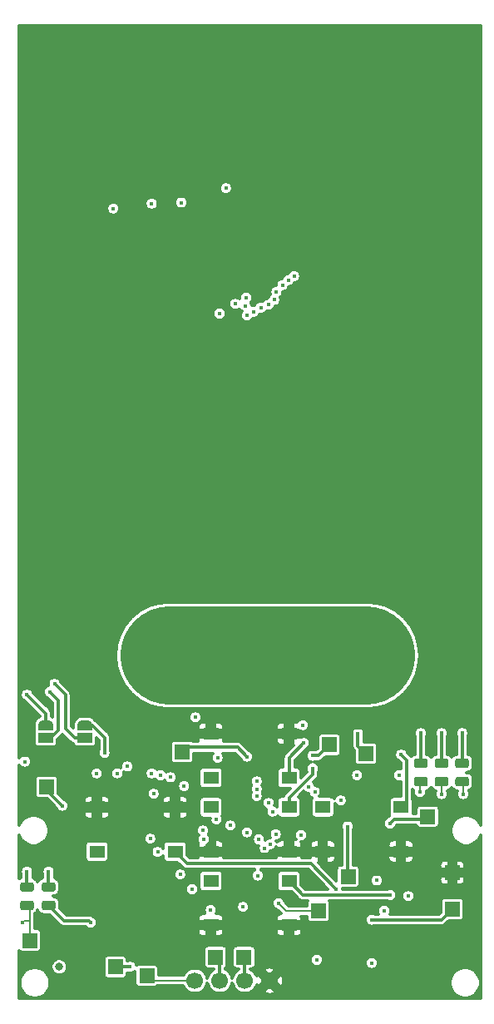
<source format=gtl>
G04 #@! TF.GenerationSoftware,KiCad,Pcbnew,(5.1.12)-1*
G04 #@! TF.CreationDate,2022-09-28T12:59:48-05:00*
G04 #@! TF.ProjectId,Controller_Borad,436f6e74-726f-46c6-9c65-725f426f7261,rev?*
G04 #@! TF.SameCoordinates,Original*
G04 #@! TF.FileFunction,Copper,L1,Top*
G04 #@! TF.FilePolarity,Positive*
%FSLAX46Y46*%
G04 Gerber Fmt 4.6, Leading zero omitted, Abs format (unit mm)*
G04 Created by KiCad (PCBNEW (5.1.12)-1) date 2022-09-28 12:59:48*
%MOMM*%
%LPD*%
G01*
G04 APERTURE LIST*
G04 #@! TA.AperFunction,SMDPad,CuDef*
%ADD10R,1.550000X1.300000*%
G04 #@! TD*
G04 #@! TA.AperFunction,ComponentPad*
%ADD11O,30.000000X10.000000*%
G04 #@! TD*
G04 #@! TA.AperFunction,SMDPad,CuDef*
%ADD12R,1.500000X1.500000*%
G04 #@! TD*
G04 #@! TA.AperFunction,SMDPad,CuDef*
%ADD13R,1.500000X1.000000*%
G04 #@! TD*
G04 #@! TA.AperFunction,SMDPad,CuDef*
%ADD14C,0.100000*%
G04 #@! TD*
G04 #@! TA.AperFunction,ComponentPad*
%ADD15C,1.700000*%
G04 #@! TD*
G04 #@! TA.AperFunction,ViaPad*
%ADD16C,0.800000*%
G04 #@! TD*
G04 #@! TA.AperFunction,ViaPad*
%ADD17C,0.450000*%
G04 #@! TD*
G04 #@! TA.AperFunction,Conductor*
%ADD18C,0.300000*%
G04 #@! TD*
G04 #@! TA.AperFunction,Conductor*
%ADD19C,0.200000*%
G04 #@! TD*
G04 #@! TA.AperFunction,Conductor*
%ADD20C,0.100000*%
G04 #@! TD*
G04 APERTURE END LIST*
D10*
X236025000Y-116450000D03*
X236025000Y-120950000D03*
X243975000Y-120950000D03*
X243975000Y-116450000D03*
D11*
X241800000Y-101000000D03*
D10*
X236025000Y-123950000D03*
X236025000Y-128450000D03*
X243975000Y-128450000D03*
X243975000Y-123950000D03*
X232375000Y-120950000D03*
X232375000Y-116450000D03*
X224425000Y-116450000D03*
X224425000Y-120950000D03*
X247425000Y-116450000D03*
X247425000Y-120950000D03*
X255375000Y-120950000D03*
X255375000Y-116450000D03*
X243975000Y-113450000D03*
X243975000Y-108950000D03*
X236025000Y-108950000D03*
X236025000Y-113450000D03*
D12*
X251800000Y-111000000D03*
X258100000Y-117400000D03*
X233100000Y-110800000D03*
X250000000Y-123500000D03*
X248100000Y-110100000D03*
D13*
X223200000Y-109400000D03*
G04 #@! TA.AperFunction,SMDPad,CuDef*
D14*
G36*
X223949398Y-110700000D02*
G01*
X223949398Y-110724534D01*
X223944588Y-110773365D01*
X223935016Y-110821490D01*
X223920772Y-110868445D01*
X223901995Y-110913778D01*
X223878864Y-110957051D01*
X223851604Y-110997850D01*
X223820476Y-111035779D01*
X223785779Y-111070476D01*
X223747850Y-111101604D01*
X223707051Y-111128864D01*
X223663778Y-111151995D01*
X223618445Y-111170772D01*
X223571490Y-111185016D01*
X223523365Y-111194588D01*
X223474534Y-111199398D01*
X223450000Y-111199398D01*
X223450000Y-111200000D01*
X222950000Y-111200000D01*
X222950000Y-111199398D01*
X222925466Y-111199398D01*
X222876635Y-111194588D01*
X222828510Y-111185016D01*
X222781555Y-111170772D01*
X222736222Y-111151995D01*
X222692949Y-111128864D01*
X222652150Y-111101604D01*
X222614221Y-111070476D01*
X222579524Y-111035779D01*
X222548396Y-110997850D01*
X222521136Y-110957051D01*
X222498005Y-110913778D01*
X222479228Y-110868445D01*
X222464984Y-110821490D01*
X222455412Y-110773365D01*
X222450602Y-110724534D01*
X222450602Y-110700000D01*
X222450000Y-110700000D01*
X222450000Y-110150000D01*
X223950000Y-110150000D01*
X223950000Y-110700000D01*
X223949398Y-110700000D01*
G37*
G04 #@! TD.AperFunction*
G04 #@! TA.AperFunction,SMDPad,CuDef*
G36*
X222450000Y-108650000D02*
G01*
X222450000Y-108100000D01*
X222450602Y-108100000D01*
X222450602Y-108075466D01*
X222455412Y-108026635D01*
X222464984Y-107978510D01*
X222479228Y-107931555D01*
X222498005Y-107886222D01*
X222521136Y-107842949D01*
X222548396Y-107802150D01*
X222579524Y-107764221D01*
X222614221Y-107729524D01*
X222652150Y-107698396D01*
X222692949Y-107671136D01*
X222736222Y-107648005D01*
X222781555Y-107629228D01*
X222828510Y-107614984D01*
X222876635Y-107605412D01*
X222925466Y-107600602D01*
X222950000Y-107600602D01*
X222950000Y-107600000D01*
X223450000Y-107600000D01*
X223450000Y-107600602D01*
X223474534Y-107600602D01*
X223523365Y-107605412D01*
X223571490Y-107614984D01*
X223618445Y-107629228D01*
X223663778Y-107648005D01*
X223707051Y-107671136D01*
X223747850Y-107698396D01*
X223785779Y-107729524D01*
X223820476Y-107764221D01*
X223851604Y-107802150D01*
X223878864Y-107842949D01*
X223901995Y-107886222D01*
X223920772Y-107931555D01*
X223935016Y-107978510D01*
X223944588Y-108026635D01*
X223949398Y-108075466D01*
X223949398Y-108100000D01*
X223950000Y-108100000D01*
X223950000Y-108650000D01*
X222450000Y-108650000D01*
G37*
G04 #@! TD.AperFunction*
D13*
X219200000Y-109400000D03*
G04 #@! TA.AperFunction,SMDPad,CuDef*
D14*
G36*
X219949398Y-110700000D02*
G01*
X219949398Y-110724534D01*
X219944588Y-110773365D01*
X219935016Y-110821490D01*
X219920772Y-110868445D01*
X219901995Y-110913778D01*
X219878864Y-110957051D01*
X219851604Y-110997850D01*
X219820476Y-111035779D01*
X219785779Y-111070476D01*
X219747850Y-111101604D01*
X219707051Y-111128864D01*
X219663778Y-111151995D01*
X219618445Y-111170772D01*
X219571490Y-111185016D01*
X219523365Y-111194588D01*
X219474534Y-111199398D01*
X219450000Y-111199398D01*
X219450000Y-111200000D01*
X218950000Y-111200000D01*
X218950000Y-111199398D01*
X218925466Y-111199398D01*
X218876635Y-111194588D01*
X218828510Y-111185016D01*
X218781555Y-111170772D01*
X218736222Y-111151995D01*
X218692949Y-111128864D01*
X218652150Y-111101604D01*
X218614221Y-111070476D01*
X218579524Y-111035779D01*
X218548396Y-110997850D01*
X218521136Y-110957051D01*
X218498005Y-110913778D01*
X218479228Y-110868445D01*
X218464984Y-110821490D01*
X218455412Y-110773365D01*
X218450602Y-110724534D01*
X218450602Y-110700000D01*
X218450000Y-110700000D01*
X218450000Y-110150000D01*
X219950000Y-110150000D01*
X219950000Y-110700000D01*
X219949398Y-110700000D01*
G37*
G04 #@! TD.AperFunction*
G04 #@! TA.AperFunction,SMDPad,CuDef*
G36*
X218450000Y-108650000D02*
G01*
X218450000Y-108100000D01*
X218450602Y-108100000D01*
X218450602Y-108075466D01*
X218455412Y-108026635D01*
X218464984Y-107978510D01*
X218479228Y-107931555D01*
X218498005Y-107886222D01*
X218521136Y-107842949D01*
X218548396Y-107802150D01*
X218579524Y-107764221D01*
X218614221Y-107729524D01*
X218652150Y-107698396D01*
X218692949Y-107671136D01*
X218736222Y-107648005D01*
X218781555Y-107629228D01*
X218828510Y-107614984D01*
X218876635Y-107605412D01*
X218925466Y-107600602D01*
X218950000Y-107600602D01*
X218950000Y-107600000D01*
X219450000Y-107600000D01*
X219450000Y-107600602D01*
X219474534Y-107600602D01*
X219523365Y-107605412D01*
X219571490Y-107614984D01*
X219618445Y-107629228D01*
X219663778Y-107648005D01*
X219707051Y-107671136D01*
X219747850Y-107698396D01*
X219785779Y-107729524D01*
X219820476Y-107764221D01*
X219851604Y-107802150D01*
X219878864Y-107842949D01*
X219901995Y-107886222D01*
X219920772Y-107931555D01*
X219935016Y-107978510D01*
X219944588Y-108026635D01*
X219949398Y-108075466D01*
X219949398Y-108100000D01*
X219950000Y-108100000D01*
X219950000Y-108650000D01*
X218450000Y-108650000D01*
G37*
G04 #@! TD.AperFunction*
G04 #@! TA.AperFunction,SMDPad,CuDef*
G36*
G01*
X261143750Y-113350000D02*
X262056250Y-113350000D01*
G75*
G02*
X262300000Y-113593750I0J-243750D01*
G01*
X262300000Y-114081250D01*
G75*
G02*
X262056250Y-114325000I-243750J0D01*
G01*
X261143750Y-114325000D01*
G75*
G02*
X260900000Y-114081250I0J243750D01*
G01*
X260900000Y-113593750D01*
G75*
G02*
X261143750Y-113350000I243750J0D01*
G01*
G37*
G04 #@! TD.AperFunction*
G04 #@! TA.AperFunction,SMDPad,CuDef*
G36*
G01*
X261143750Y-111475000D02*
X262056250Y-111475000D01*
G75*
G02*
X262300000Y-111718750I0J-243750D01*
G01*
X262300000Y-112206250D01*
G75*
G02*
X262056250Y-112450000I-243750J0D01*
G01*
X261143750Y-112450000D01*
G75*
G02*
X260900000Y-112206250I0J243750D01*
G01*
X260900000Y-111718750D01*
G75*
G02*
X261143750Y-111475000I243750J0D01*
G01*
G37*
G04 #@! TD.AperFunction*
G04 #@! TA.AperFunction,SMDPad,CuDef*
G36*
G01*
X259043750Y-113350000D02*
X259956250Y-113350000D01*
G75*
G02*
X260200000Y-113593750I0J-243750D01*
G01*
X260200000Y-114081250D01*
G75*
G02*
X259956250Y-114325000I-243750J0D01*
G01*
X259043750Y-114325000D01*
G75*
G02*
X258800000Y-114081250I0J243750D01*
G01*
X258800000Y-113593750D01*
G75*
G02*
X259043750Y-113350000I243750J0D01*
G01*
G37*
G04 #@! TD.AperFunction*
G04 #@! TA.AperFunction,SMDPad,CuDef*
G36*
G01*
X259043750Y-111475000D02*
X259956250Y-111475000D01*
G75*
G02*
X260200000Y-111718750I0J-243750D01*
G01*
X260200000Y-112206250D01*
G75*
G02*
X259956250Y-112450000I-243750J0D01*
G01*
X259043750Y-112450000D01*
G75*
G02*
X258800000Y-112206250I0J243750D01*
G01*
X258800000Y-111718750D01*
G75*
G02*
X259043750Y-111475000I243750J0D01*
G01*
G37*
G04 #@! TD.AperFunction*
G04 #@! TA.AperFunction,SMDPad,CuDef*
G36*
G01*
X256943750Y-113350000D02*
X257856250Y-113350000D01*
G75*
G02*
X258100000Y-113593750I0J-243750D01*
G01*
X258100000Y-114081250D01*
G75*
G02*
X257856250Y-114325000I-243750J0D01*
G01*
X256943750Y-114325000D01*
G75*
G02*
X256700000Y-114081250I0J243750D01*
G01*
X256700000Y-113593750D01*
G75*
G02*
X256943750Y-113350000I243750J0D01*
G01*
G37*
G04 #@! TD.AperFunction*
G04 #@! TA.AperFunction,SMDPad,CuDef*
G36*
G01*
X256943750Y-111475000D02*
X257856250Y-111475000D01*
G75*
G02*
X258100000Y-111718750I0J-243750D01*
G01*
X258100000Y-112206250D01*
G75*
G02*
X257856250Y-112450000I-243750J0D01*
G01*
X256943750Y-112450000D01*
G75*
G02*
X256700000Y-112206250I0J243750D01*
G01*
X256700000Y-111718750D01*
G75*
G02*
X256943750Y-111475000I243750J0D01*
G01*
G37*
G04 #@! TD.AperFunction*
D12*
X260600000Y-126800000D03*
X219300000Y-114400000D03*
X239400000Y-131700000D03*
X236500000Y-131700000D03*
X226300000Y-132700000D03*
X247000000Y-127000000D03*
X217600000Y-130000000D03*
X260600000Y-123100000D03*
X229500000Y-133600000D03*
D15*
X234390000Y-134100000D03*
X236930000Y-134100000D03*
X242010000Y-134100000D03*
X239470000Y-134100000D03*
G04 #@! TA.AperFunction,SMDPad,CuDef*
G36*
G01*
X216843750Y-125950000D02*
X217756250Y-125950000D01*
G75*
G02*
X218000000Y-126193750I0J-243750D01*
G01*
X218000000Y-126681250D01*
G75*
G02*
X217756250Y-126925000I-243750J0D01*
G01*
X216843750Y-126925000D01*
G75*
G02*
X216600000Y-126681250I0J243750D01*
G01*
X216600000Y-126193750D01*
G75*
G02*
X216843750Y-125950000I243750J0D01*
G01*
G37*
G04 #@! TD.AperFunction*
G04 #@! TA.AperFunction,SMDPad,CuDef*
G36*
G01*
X216843750Y-124075000D02*
X217756250Y-124075000D01*
G75*
G02*
X218000000Y-124318750I0J-243750D01*
G01*
X218000000Y-124806250D01*
G75*
G02*
X217756250Y-125050000I-243750J0D01*
G01*
X216843750Y-125050000D01*
G75*
G02*
X216600000Y-124806250I0J243750D01*
G01*
X216600000Y-124318750D01*
G75*
G02*
X216843750Y-124075000I243750J0D01*
G01*
G37*
G04 #@! TD.AperFunction*
G04 #@! TA.AperFunction,SMDPad,CuDef*
G36*
G01*
X219043750Y-125950000D02*
X219956250Y-125950000D01*
G75*
G02*
X220200000Y-126193750I0J-243750D01*
G01*
X220200000Y-126681250D01*
G75*
G02*
X219956250Y-126925000I-243750J0D01*
G01*
X219043750Y-126925000D01*
G75*
G02*
X218800000Y-126681250I0J243750D01*
G01*
X218800000Y-126193750D01*
G75*
G02*
X219043750Y-125950000I243750J0D01*
G01*
G37*
G04 #@! TD.AperFunction*
G04 #@! TA.AperFunction,SMDPad,CuDef*
G36*
G01*
X219043750Y-124075000D02*
X219956250Y-124075000D01*
G75*
G02*
X220200000Y-124318750I0J-243750D01*
G01*
X220200000Y-124806250D01*
G75*
G02*
X219956250Y-125050000I-243750J0D01*
G01*
X219043750Y-125050000D01*
G75*
G02*
X218800000Y-124806250I0J243750D01*
G01*
X218800000Y-124318750D01*
G75*
G02*
X219043750Y-124075000I243750J0D01*
G01*
G37*
G04 #@! TD.AperFunction*
D16*
X225300000Y-122300000D03*
X225300000Y-125600000D03*
X222300000Y-125600000D03*
X222300000Y-122300000D03*
D17*
X255200000Y-109000000D03*
X228200000Y-54900000D03*
X234750000Y-60750000D03*
X235800000Y-60799990D03*
X236100000Y-49700000D03*
X233965000Y-49965000D03*
X249860000Y-126960000D03*
X254940000Y-126940000D03*
D16*
X263200000Y-113800000D03*
D17*
X246100000Y-118700000D03*
X249750000Y-107450000D03*
X219775000Y-130925000D03*
X222400000Y-134100000D03*
X228950000Y-127850000D03*
X232600000Y-129000000D03*
X235550000Y-129950000D03*
X240350000Y-129950000D03*
X229500000Y-124443502D03*
X239900000Y-124400000D03*
X238700000Y-121500000D03*
X231000000Y-116600000D03*
X217100000Y-105800000D03*
X217475000Y-113175000D03*
X223200000Y-112500000D03*
X235600000Y-107600000D03*
X237500000Y-107000000D03*
X238400000Y-107000000D03*
X235900000Y-111200000D03*
X240400000Y-112900000D03*
X251150000Y-115750000D03*
X253100000Y-119600000D03*
X256150000Y-118300000D03*
X230800000Y-127500000D03*
X245300000Y-56300000D03*
D16*
X220600000Y-132700000D03*
D17*
X249250000Y-115750000D03*
X256112500Y-125487500D03*
X252900000Y-123900000D03*
X250900002Y-113200000D03*
X245400000Y-108087500D03*
X230000000Y-55000000D03*
X233000000Y-54900000D03*
X237550000Y-53450000D03*
X253670000Y-126970000D03*
X216800000Y-128200000D03*
X239300000Y-126600000D03*
X236000000Y-126900000D03*
X234100000Y-124800000D03*
X229850000Y-119650000D03*
X227500000Y-112300000D03*
X226500000Y-113000000D03*
X224400000Y-113000000D03*
X217300000Y-105000000D03*
X217100000Y-111800000D03*
X225200000Y-110900000D03*
X234456498Y-107300000D03*
X236700000Y-111400000D03*
X255200000Y-113200000D03*
X223800000Y-128200000D03*
X219500000Y-123000000D03*
X217300000Y-123000000D03*
X245200000Y-119300000D03*
X252400000Y-127900000D03*
X246800000Y-132000000D03*
X252400000Y-132300000D03*
X226100000Y-55500000D03*
X235300000Y-119700000D03*
X220900000Y-116300000D03*
X235216555Y-118816555D03*
X236900000Y-66200000D03*
X239700010Y-66400000D03*
X231900000Y-113400000D03*
X230000000Y-113000000D03*
X238500000Y-65200000D03*
X230900000Y-113200000D03*
X239500000Y-65400000D03*
X230200000Y-115074991D03*
X239600000Y-64600000D03*
X242625010Y-119200000D03*
X244500000Y-62400000D03*
X242100000Y-120200000D03*
X243900000Y-62800000D03*
X241500000Y-120600000D03*
X243300000Y-63300000D03*
X240900000Y-119700000D03*
X242700000Y-64000000D03*
X239700000Y-119000000D03*
X242474990Y-64800000D03*
X241914506Y-65291297D03*
X238000000Y-118300000D03*
X241100000Y-65600000D03*
X233300000Y-114300000D03*
X240400000Y-66000000D03*
X236600000Y-117700000D03*
X242300000Y-116900000D03*
X261700000Y-115100000D03*
X241900000Y-116000000D03*
X259500000Y-115100000D03*
X257300000Y-114900000D03*
X220100000Y-103900000D03*
X219600000Y-104700000D03*
X246400000Y-112500000D03*
X248800000Y-124800000D03*
X245487500Y-109912500D03*
X254287500Y-125387500D03*
X255400000Y-111100000D03*
X230600000Y-121000000D03*
X232900000Y-123300000D03*
X240700000Y-115300000D03*
X246400000Y-111200000D03*
X246000000Y-114400000D03*
X249950000Y-118400000D03*
X239700000Y-111300000D03*
X240700000Y-114600000D03*
X246600000Y-114900000D03*
X254249996Y-118100000D03*
X251000000Y-109000000D03*
X240700000Y-113800000D03*
X227800000Y-132700000D03*
X240800000Y-123400000D03*
X242900000Y-126200000D03*
X257400000Y-108900000D03*
X259500000Y-108900000D03*
X261600000Y-108900000D03*
D18*
X223200000Y-110700000D02*
X223200000Y-112500000D01*
X223200000Y-112500000D02*
X223200000Y-112500000D01*
X221800000Y-112500000D02*
X223200000Y-112500000D01*
X220000000Y-110700000D02*
X221800000Y-112500000D01*
X219200000Y-110700000D02*
X220000000Y-110700000D01*
X223200000Y-112500000D02*
X223200000Y-112500000D01*
X223947592Y-108100000D02*
X225200000Y-109352408D01*
X223200000Y-108100000D02*
X223947592Y-108100000D01*
X225200000Y-109352408D02*
X225200000Y-110900000D01*
X225200000Y-110900000D02*
X225200000Y-110900000D01*
X219200000Y-108100000D02*
X219200000Y-106900000D01*
X219200000Y-106900000D02*
X217300000Y-105000000D01*
X217300000Y-105000000D02*
X217300000Y-105000000D01*
D19*
X217600000Y-126737500D02*
X217300000Y-126437500D01*
X217600000Y-128000000D02*
X217000000Y-128000000D01*
X217600000Y-130000000D02*
X217600000Y-128000000D01*
X217600000Y-128000000D02*
X217600000Y-126737500D01*
X217000000Y-128000000D02*
X216800000Y-128200000D01*
X216800000Y-128200000D02*
X216800000Y-128200000D01*
X216800000Y-128200000D02*
X216800000Y-128200000D01*
D18*
X217300000Y-105000000D02*
X217300000Y-105000000D01*
X225200000Y-110900000D02*
X225200000Y-110900000D01*
D19*
X230000000Y-134100000D02*
X229500000Y-133600000D01*
X234390000Y-134100000D02*
X230000000Y-134100000D01*
D18*
X219500000Y-126437500D02*
X221062500Y-128000000D01*
X221062500Y-128000000D02*
X223600000Y-128000000D01*
X223600000Y-128000000D02*
X223800000Y-128200000D01*
X223800000Y-128200000D02*
X223800000Y-128200000D01*
X223800000Y-128200000D02*
X223800000Y-128200000D01*
X219500000Y-124562500D02*
X219500000Y-123000000D01*
X217300000Y-124562500D02*
X217300000Y-123000000D01*
X259500000Y-127900000D02*
X260600000Y-126800000D01*
X252400000Y-127900000D02*
X259500000Y-127900000D01*
X219300000Y-114400000D02*
X219300000Y-114700000D01*
X219300000Y-114700000D02*
X220900000Y-116300000D01*
X220900000Y-116300000D02*
X220900000Y-116300000D01*
D19*
X261700000Y-113937500D02*
X261600000Y-113837500D01*
X261700000Y-115100000D02*
X261700000Y-113937500D01*
X259500000Y-115100000D02*
X259500000Y-113837500D01*
X257300000Y-113937500D02*
X257400000Y-113837500D01*
X257300000Y-114900000D02*
X257300000Y-113937500D01*
D18*
X222150000Y-109400000D02*
X223200000Y-109400000D01*
X221200000Y-105000000D02*
X221200000Y-108450000D01*
X221200000Y-108450000D02*
X222150000Y-109400000D01*
X220100000Y-103900000D02*
X221200000Y-105000000D01*
X219694992Y-109400000D02*
X219200000Y-109400000D01*
X220500000Y-108594992D02*
X219694992Y-109400000D01*
X220500000Y-105600000D02*
X220500000Y-108594992D01*
X219600000Y-104700000D02*
X220500000Y-105600000D01*
X243975000Y-115500000D02*
X246400000Y-113075000D01*
X243975000Y-116450000D02*
X243975000Y-115500000D01*
X246400000Y-113075000D02*
X246400000Y-112500000D01*
X246400000Y-112500000D02*
X246400000Y-112500000D01*
X233625000Y-122200000D02*
X246200000Y-122200000D01*
X246200000Y-122200000D02*
X248800000Y-124800000D01*
X232375000Y-120950000D02*
X233625000Y-122200000D01*
X243975000Y-111425000D02*
X245487500Y-109912500D01*
X243975000Y-113450000D02*
X243975000Y-111425000D01*
X245412500Y-125387500D02*
X254287500Y-125387500D01*
X243975000Y-123950000D02*
X245412500Y-125387500D01*
X255975001Y-115849999D02*
X255975001Y-111675001D01*
X255975001Y-111675001D02*
X255400000Y-111100000D01*
X255375000Y-116450000D02*
X255975001Y-115849999D01*
X236930000Y-132130000D02*
X236500000Y-131700000D01*
X236930000Y-134100000D02*
X236930000Y-132130000D01*
X239470000Y-131770000D02*
X239400000Y-131700000D01*
X239470000Y-134100000D02*
X239470000Y-131770000D01*
X247000000Y-111200000D02*
X248100000Y-110100000D01*
X246400000Y-111200000D02*
X247000000Y-111200000D01*
X249950000Y-123450000D02*
X250000000Y-123500000D01*
X249950000Y-118400000D02*
X249950000Y-123450000D01*
X238749999Y-110349999D02*
X239700000Y-111300000D01*
X233550001Y-110349999D02*
X238749999Y-110349999D01*
X233100000Y-110800000D02*
X233550001Y-110349999D01*
X254649996Y-117700000D02*
X254249996Y-118100000D01*
X258100000Y-117400000D02*
X257800000Y-117700000D01*
X257800000Y-117700000D02*
X254649996Y-117700000D01*
X251000000Y-110200000D02*
X251800000Y-111000000D01*
X251000000Y-109000000D02*
X251000000Y-110200000D01*
X226300000Y-132700000D02*
X227800000Y-132700000D01*
X227800000Y-132700000D02*
X227800000Y-132700000D01*
D19*
X243700000Y-127000000D02*
X242900000Y-126200000D01*
X247000000Y-127000000D02*
X243700000Y-127000000D01*
D18*
X257400000Y-108900000D02*
X257400000Y-111962500D01*
X259500000Y-108900000D02*
X259500000Y-111962500D01*
X261600000Y-108900000D02*
X261600000Y-111962500D01*
X263475001Y-118310621D02*
X263373592Y-118065800D01*
X263203964Y-117811932D01*
X262988068Y-117596036D01*
X262734200Y-117426408D01*
X262452118Y-117309565D01*
X262152662Y-117250000D01*
X261847338Y-117250000D01*
X261547882Y-117309565D01*
X261265800Y-117426408D01*
X261011932Y-117596036D01*
X260796036Y-117811932D01*
X260626408Y-118065800D01*
X260509565Y-118347882D01*
X260450000Y-118647338D01*
X260450000Y-118952662D01*
X260509565Y-119252118D01*
X260626408Y-119534200D01*
X260796036Y-119788068D01*
X261011932Y-120003964D01*
X261265800Y-120173592D01*
X261547882Y-120290435D01*
X261847338Y-120350000D01*
X262152662Y-120350000D01*
X262452118Y-120290435D01*
X262734200Y-120173592D01*
X262988068Y-120003964D01*
X263203964Y-119788068D01*
X263373592Y-119534200D01*
X263475001Y-119289379D01*
X263475001Y-135875000D01*
X216525000Y-135875000D01*
X216525000Y-134147338D01*
X216550000Y-134147338D01*
X216550000Y-134452662D01*
X216609565Y-134752118D01*
X216726408Y-135034200D01*
X216896036Y-135288068D01*
X217111932Y-135503964D01*
X217365800Y-135673592D01*
X217647882Y-135790435D01*
X217947338Y-135850000D01*
X218252662Y-135850000D01*
X218552118Y-135790435D01*
X218834200Y-135673592D01*
X219088068Y-135503964D01*
X219303964Y-135288068D01*
X219473592Y-135034200D01*
X219590435Y-134752118D01*
X219650000Y-134452662D01*
X219650000Y-134147338D01*
X219590435Y-133847882D01*
X219473592Y-133565800D01*
X219303964Y-133311932D01*
X219088068Y-133096036D01*
X218834200Y-132926408D01*
X218552118Y-132809565D01*
X218252662Y-132750000D01*
X217947338Y-132750000D01*
X217647882Y-132809565D01*
X217365800Y-132926408D01*
X217111932Y-133096036D01*
X216896036Y-133311932D01*
X216726408Y-133565800D01*
X216609565Y-133847882D01*
X216550000Y-134147338D01*
X216525000Y-134147338D01*
X216525000Y-132616282D01*
X219750000Y-132616282D01*
X219750000Y-132783718D01*
X219782665Y-132947936D01*
X219846740Y-133102626D01*
X219939762Y-133241844D01*
X220058156Y-133360238D01*
X220197374Y-133453260D01*
X220352064Y-133517335D01*
X220516282Y-133550000D01*
X220683718Y-133550000D01*
X220847936Y-133517335D01*
X221002626Y-133453260D01*
X221141844Y-133360238D01*
X221260238Y-133241844D01*
X221353260Y-133102626D01*
X221417335Y-132947936D01*
X221450000Y-132783718D01*
X221450000Y-132616282D01*
X221417335Y-132452064D01*
X221353260Y-132297374D01*
X221260238Y-132158156D01*
X221141844Y-132039762D01*
X221007505Y-131950000D01*
X225097823Y-131950000D01*
X225097823Y-133450000D01*
X225106511Y-133538215D01*
X225132243Y-133623041D01*
X225174029Y-133701216D01*
X225230263Y-133769737D01*
X225298784Y-133825971D01*
X225376959Y-133867757D01*
X225461785Y-133893489D01*
X225550000Y-133902177D01*
X227050000Y-133902177D01*
X227138215Y-133893489D01*
X227223041Y-133867757D01*
X227301216Y-133825971D01*
X227369737Y-133769737D01*
X227425971Y-133701216D01*
X227467757Y-133623041D01*
X227493489Y-133538215D01*
X227502177Y-133450000D01*
X227502177Y-133307252D01*
X227603110Y-133349060D01*
X227733518Y-133375000D01*
X227866482Y-133375000D01*
X227996890Y-133349060D01*
X228119732Y-133298177D01*
X228230287Y-133224307D01*
X228297823Y-133156771D01*
X228297823Y-134350000D01*
X228306511Y-134438215D01*
X228332243Y-134523041D01*
X228374029Y-134601216D01*
X228430263Y-134669737D01*
X228498784Y-134725971D01*
X228576959Y-134767757D01*
X228661785Y-134793489D01*
X228750000Y-134802177D01*
X230250000Y-134802177D01*
X230338215Y-134793489D01*
X230423041Y-134767757D01*
X230501216Y-134725971D01*
X230569737Y-134669737D01*
X230585935Y-134650000D01*
X233210708Y-134650000D01*
X233237955Y-134715781D01*
X233380224Y-134928702D01*
X233561298Y-135109776D01*
X233774219Y-135252045D01*
X234010804Y-135350042D01*
X234261961Y-135400000D01*
X234518039Y-135400000D01*
X234769196Y-135350042D01*
X235005781Y-135252045D01*
X235218702Y-135109776D01*
X235399776Y-134928702D01*
X235542045Y-134715781D01*
X235640042Y-134479196D01*
X235660000Y-134378860D01*
X235679958Y-134479196D01*
X235777955Y-134715781D01*
X235920224Y-134928702D01*
X236101298Y-135109776D01*
X236314219Y-135252045D01*
X236550804Y-135350042D01*
X236801961Y-135400000D01*
X237058039Y-135400000D01*
X237309196Y-135350042D01*
X237545781Y-135252045D01*
X237758702Y-135109776D01*
X237939776Y-134928702D01*
X238082045Y-134715781D01*
X238180042Y-134479196D01*
X238200000Y-134378860D01*
X238219958Y-134479196D01*
X238317955Y-134715781D01*
X238460224Y-134928702D01*
X238641298Y-135109776D01*
X238854219Y-135252045D01*
X239090804Y-135350042D01*
X239341961Y-135400000D01*
X239598039Y-135400000D01*
X239849196Y-135350042D01*
X240085781Y-135252045D01*
X240148402Y-135210203D01*
X241394772Y-135210203D01*
X241492276Y-135408042D01*
X241757410Y-135483911D01*
X242032251Y-135506598D01*
X242306237Y-135475230D01*
X242527724Y-135408042D01*
X242625228Y-135210203D01*
X242010000Y-134594975D01*
X241394772Y-135210203D01*
X240148402Y-135210203D01*
X240298702Y-135109776D01*
X240479776Y-134928702D01*
X240622045Y-134715781D01*
X240685346Y-134562960D01*
X240701958Y-134617724D01*
X240899797Y-134715228D01*
X241515025Y-134100000D01*
X242504975Y-134100000D01*
X243120203Y-134715228D01*
X243318042Y-134617724D01*
X243393911Y-134352590D01*
X243410853Y-134147338D01*
X260350000Y-134147338D01*
X260350000Y-134452662D01*
X260409565Y-134752118D01*
X260526408Y-135034200D01*
X260696036Y-135288068D01*
X260911932Y-135503964D01*
X261165800Y-135673592D01*
X261447882Y-135790435D01*
X261747338Y-135850000D01*
X262052662Y-135850000D01*
X262352118Y-135790435D01*
X262634200Y-135673592D01*
X262888068Y-135503964D01*
X263103964Y-135288068D01*
X263273592Y-135034200D01*
X263390435Y-134752118D01*
X263450000Y-134452662D01*
X263450000Y-134147338D01*
X263390435Y-133847882D01*
X263273592Y-133565800D01*
X263103964Y-133311932D01*
X262888068Y-133096036D01*
X262634200Y-132926408D01*
X262352118Y-132809565D01*
X262052662Y-132750000D01*
X261747338Y-132750000D01*
X261447882Y-132809565D01*
X261165800Y-132926408D01*
X260911932Y-133096036D01*
X260696036Y-133311932D01*
X260526408Y-133565800D01*
X260409565Y-133847882D01*
X260350000Y-134147338D01*
X243410853Y-134147338D01*
X243416598Y-134077749D01*
X243385230Y-133803763D01*
X243318042Y-133582276D01*
X243120203Y-133484772D01*
X242504975Y-134100000D01*
X241515025Y-134100000D01*
X240899797Y-133484772D01*
X240701958Y-133582276D01*
X240685902Y-133638384D01*
X240622045Y-133484219D01*
X240479776Y-133271298D01*
X240298702Y-133090224D01*
X240148403Y-132989797D01*
X241394772Y-132989797D01*
X242010000Y-133605025D01*
X242625228Y-132989797D01*
X242527724Y-132791958D01*
X242262590Y-132716089D01*
X241987749Y-132693402D01*
X241713763Y-132724770D01*
X241492276Y-132791958D01*
X241394772Y-132989797D01*
X240148403Y-132989797D01*
X240085781Y-132947955D01*
X240070000Y-132941418D01*
X240070000Y-132902177D01*
X240150000Y-132902177D01*
X240238215Y-132893489D01*
X240323041Y-132867757D01*
X240401216Y-132825971D01*
X240469737Y-132769737D01*
X240525971Y-132701216D01*
X240567757Y-132623041D01*
X240593489Y-132538215D01*
X240602177Y-132450000D01*
X240602177Y-131933518D01*
X246125000Y-131933518D01*
X246125000Y-132066482D01*
X246150940Y-132196890D01*
X246201823Y-132319732D01*
X246275693Y-132430287D01*
X246369713Y-132524307D01*
X246480268Y-132598177D01*
X246603110Y-132649060D01*
X246733518Y-132675000D01*
X246866482Y-132675000D01*
X246996890Y-132649060D01*
X247119732Y-132598177D01*
X247230287Y-132524307D01*
X247324307Y-132430287D01*
X247398177Y-132319732D01*
X247433888Y-132233518D01*
X251725000Y-132233518D01*
X251725000Y-132366482D01*
X251750940Y-132496890D01*
X251801823Y-132619732D01*
X251875693Y-132730287D01*
X251969713Y-132824307D01*
X252080268Y-132898177D01*
X252203110Y-132949060D01*
X252333518Y-132975000D01*
X252466482Y-132975000D01*
X252596890Y-132949060D01*
X252719732Y-132898177D01*
X252830287Y-132824307D01*
X252924307Y-132730287D01*
X252998177Y-132619732D01*
X253049060Y-132496890D01*
X253075000Y-132366482D01*
X253075000Y-132233518D01*
X253049060Y-132103110D01*
X252998177Y-131980268D01*
X252924307Y-131869713D01*
X252830287Y-131775693D01*
X252719732Y-131701823D01*
X252596890Y-131650940D01*
X252466482Y-131625000D01*
X252333518Y-131625000D01*
X252203110Y-131650940D01*
X252080268Y-131701823D01*
X251969713Y-131775693D01*
X251875693Y-131869713D01*
X251801823Y-131980268D01*
X251750940Y-132103110D01*
X251725000Y-132233518D01*
X247433888Y-132233518D01*
X247449060Y-132196890D01*
X247475000Y-132066482D01*
X247475000Y-131933518D01*
X247449060Y-131803110D01*
X247398177Y-131680268D01*
X247324307Y-131569713D01*
X247230287Y-131475693D01*
X247119732Y-131401823D01*
X246996890Y-131350940D01*
X246866482Y-131325000D01*
X246733518Y-131325000D01*
X246603110Y-131350940D01*
X246480268Y-131401823D01*
X246369713Y-131475693D01*
X246275693Y-131569713D01*
X246201823Y-131680268D01*
X246150940Y-131803110D01*
X246125000Y-131933518D01*
X240602177Y-131933518D01*
X240602177Y-130950000D01*
X240593489Y-130861785D01*
X240567757Y-130776959D01*
X240525971Y-130698784D01*
X240469737Y-130630263D01*
X240401216Y-130574029D01*
X240323041Y-130532243D01*
X240238215Y-130506511D01*
X240150000Y-130497823D01*
X238650000Y-130497823D01*
X238561785Y-130506511D01*
X238476959Y-130532243D01*
X238398784Y-130574029D01*
X238330263Y-130630263D01*
X238274029Y-130698784D01*
X238232243Y-130776959D01*
X238206511Y-130861785D01*
X238197823Y-130950000D01*
X238197823Y-132450000D01*
X238206511Y-132538215D01*
X238232243Y-132623041D01*
X238274029Y-132701216D01*
X238330263Y-132769737D01*
X238398784Y-132825971D01*
X238476959Y-132867757D01*
X238561785Y-132893489D01*
X238650000Y-132902177D01*
X238870001Y-132902177D01*
X238870000Y-132941418D01*
X238854219Y-132947955D01*
X238641298Y-133090224D01*
X238460224Y-133271298D01*
X238317955Y-133484219D01*
X238219958Y-133720804D01*
X238200000Y-133821140D01*
X238180042Y-133720804D01*
X238082045Y-133484219D01*
X237939776Y-133271298D01*
X237758702Y-133090224D01*
X237545781Y-132947955D01*
X237530000Y-132941418D01*
X237530000Y-132802348D01*
X237569737Y-132769737D01*
X237625971Y-132701216D01*
X237667757Y-132623041D01*
X237693489Y-132538215D01*
X237702177Y-132450000D01*
X237702177Y-130950000D01*
X237693489Y-130861785D01*
X237667757Y-130776959D01*
X237625971Y-130698784D01*
X237569737Y-130630263D01*
X237501216Y-130574029D01*
X237423041Y-130532243D01*
X237338215Y-130506511D01*
X237250000Y-130497823D01*
X235750000Y-130497823D01*
X235661785Y-130506511D01*
X235576959Y-130532243D01*
X235498784Y-130574029D01*
X235430263Y-130630263D01*
X235374029Y-130698784D01*
X235332243Y-130776959D01*
X235306511Y-130861785D01*
X235297823Y-130950000D01*
X235297823Y-132450000D01*
X235306511Y-132538215D01*
X235332243Y-132623041D01*
X235374029Y-132701216D01*
X235430263Y-132769737D01*
X235498784Y-132825971D01*
X235576959Y-132867757D01*
X235661785Y-132893489D01*
X235750000Y-132902177D01*
X236330001Y-132902177D01*
X236330001Y-132941418D01*
X236314219Y-132947955D01*
X236101298Y-133090224D01*
X235920224Y-133271298D01*
X235777955Y-133484219D01*
X235679958Y-133720804D01*
X235660000Y-133821140D01*
X235640042Y-133720804D01*
X235542045Y-133484219D01*
X235399776Y-133271298D01*
X235218702Y-133090224D01*
X235005781Y-132947955D01*
X234769196Y-132849958D01*
X234518039Y-132800000D01*
X234261961Y-132800000D01*
X234010804Y-132849958D01*
X233774219Y-132947955D01*
X233561298Y-133090224D01*
X233380224Y-133271298D01*
X233237955Y-133484219D01*
X233210708Y-133550000D01*
X230702177Y-133550000D01*
X230702177Y-132850000D01*
X230693489Y-132761785D01*
X230667757Y-132676959D01*
X230625971Y-132598784D01*
X230569737Y-132530263D01*
X230501216Y-132474029D01*
X230423041Y-132432243D01*
X230338215Y-132406511D01*
X230250000Y-132397823D01*
X228750000Y-132397823D01*
X228661785Y-132406511D01*
X228576959Y-132432243D01*
X228498784Y-132474029D01*
X228451065Y-132513191D01*
X228449060Y-132503110D01*
X228398177Y-132380268D01*
X228324307Y-132269713D01*
X228230287Y-132175693D01*
X228119732Y-132101823D01*
X227996890Y-132050940D01*
X227866482Y-132025000D01*
X227733518Y-132025000D01*
X227603110Y-132050940D01*
X227502177Y-132092748D01*
X227502177Y-131950000D01*
X227493489Y-131861785D01*
X227467757Y-131776959D01*
X227425971Y-131698784D01*
X227369737Y-131630263D01*
X227301216Y-131574029D01*
X227223041Y-131532243D01*
X227138215Y-131506511D01*
X227050000Y-131497823D01*
X225550000Y-131497823D01*
X225461785Y-131506511D01*
X225376959Y-131532243D01*
X225298784Y-131574029D01*
X225230263Y-131630263D01*
X225174029Y-131698784D01*
X225132243Y-131776959D01*
X225106511Y-131861785D01*
X225097823Y-131950000D01*
X221007505Y-131950000D01*
X221002626Y-131946740D01*
X220847936Y-131882665D01*
X220683718Y-131850000D01*
X220516282Y-131850000D01*
X220352064Y-131882665D01*
X220197374Y-131946740D01*
X220058156Y-132039762D01*
X219939762Y-132158156D01*
X219846740Y-132297374D01*
X219782665Y-132452064D01*
X219750000Y-132616282D01*
X216525000Y-132616282D01*
X216525000Y-131063324D01*
X216530263Y-131069737D01*
X216598784Y-131125971D01*
X216676959Y-131167757D01*
X216761785Y-131193489D01*
X216850000Y-131202177D01*
X218350000Y-131202177D01*
X218438215Y-131193489D01*
X218523041Y-131167757D01*
X218601216Y-131125971D01*
X218669737Y-131069737D01*
X218725971Y-131001216D01*
X218767757Y-130923041D01*
X218793489Y-130838215D01*
X218802177Y-130750000D01*
X218802177Y-129250000D01*
X218793489Y-129161785D01*
X218774747Y-129100000D01*
X234697339Y-129100000D01*
X234707958Y-129207819D01*
X234739408Y-129311494D01*
X234790479Y-129407042D01*
X234859210Y-129490790D01*
X234942958Y-129559521D01*
X235038506Y-129610592D01*
X235142181Y-129642042D01*
X235250000Y-129652661D01*
X235537500Y-129650000D01*
X235675000Y-129512500D01*
X235675000Y-128800000D01*
X236375000Y-128800000D01*
X236375000Y-129512500D01*
X236512500Y-129650000D01*
X236800000Y-129652661D01*
X236907819Y-129642042D01*
X237011494Y-129610592D01*
X237107042Y-129559521D01*
X237190790Y-129490790D01*
X237259521Y-129407042D01*
X237310592Y-129311494D01*
X237342042Y-129207819D01*
X237352661Y-129100000D01*
X242647339Y-129100000D01*
X242657958Y-129207819D01*
X242689408Y-129311494D01*
X242740479Y-129407042D01*
X242809210Y-129490790D01*
X242892958Y-129559521D01*
X242988506Y-129610592D01*
X243092181Y-129642042D01*
X243200000Y-129652661D01*
X243487500Y-129650000D01*
X243625000Y-129512500D01*
X243625000Y-128800000D01*
X244325000Y-128800000D01*
X244325000Y-129512500D01*
X244462500Y-129650000D01*
X244750000Y-129652661D01*
X244857819Y-129642042D01*
X244961494Y-129610592D01*
X245057042Y-129559521D01*
X245140790Y-129490790D01*
X245209521Y-129407042D01*
X245260592Y-129311494D01*
X245292042Y-129207819D01*
X245302661Y-129100000D01*
X245300000Y-128937500D01*
X245162500Y-128800000D01*
X244325000Y-128800000D01*
X243625000Y-128800000D01*
X242787500Y-128800000D01*
X242650000Y-128937500D01*
X242647339Y-129100000D01*
X237352661Y-129100000D01*
X237350000Y-128937500D01*
X237212500Y-128800000D01*
X236375000Y-128800000D01*
X235675000Y-128800000D01*
X234837500Y-128800000D01*
X234700000Y-128937500D01*
X234697339Y-129100000D01*
X218774747Y-129100000D01*
X218767757Y-129076959D01*
X218725971Y-128998784D01*
X218669737Y-128930263D01*
X218601216Y-128874029D01*
X218523041Y-128832243D01*
X218438215Y-128806511D01*
X218350000Y-128797823D01*
X218150000Y-128797823D01*
X218150000Y-128027017D01*
X218152661Y-128000000D01*
X218150000Y-127972982D01*
X218150000Y-127254054D01*
X218248345Y-127173345D01*
X218334892Y-127067886D01*
X218399203Y-126947570D01*
X218400000Y-126944943D01*
X218400797Y-126947570D01*
X218465108Y-127067886D01*
X218551655Y-127173345D01*
X218657114Y-127259892D01*
X218777430Y-127324203D01*
X218907981Y-127363805D01*
X219043750Y-127377177D01*
X219591150Y-127377177D01*
X220617391Y-128403419D01*
X220636183Y-128426317D01*
X220727545Y-128501296D01*
X220803776Y-128542042D01*
X220831779Y-128557010D01*
X220944879Y-128591318D01*
X221062500Y-128602903D01*
X221091974Y-128600000D01*
X223255456Y-128600000D01*
X223275693Y-128630287D01*
X223369713Y-128724307D01*
X223480268Y-128798177D01*
X223603110Y-128849060D01*
X223733518Y-128875000D01*
X223866482Y-128875000D01*
X223996890Y-128849060D01*
X224119732Y-128798177D01*
X224230287Y-128724307D01*
X224324307Y-128630287D01*
X224398177Y-128519732D01*
X224449060Y-128396890D01*
X224475000Y-128266482D01*
X224475000Y-128133518D01*
X224449060Y-128003110D01*
X224398177Y-127880268D01*
X224344544Y-127800000D01*
X234697339Y-127800000D01*
X234700000Y-127962500D01*
X234837500Y-128100000D01*
X235675000Y-128100000D01*
X235675000Y-128080000D01*
X236375000Y-128080000D01*
X236375000Y-128100000D01*
X237212500Y-128100000D01*
X237350000Y-127962500D01*
X237352661Y-127800000D01*
X237342042Y-127692181D01*
X237310592Y-127588506D01*
X237259521Y-127492958D01*
X237190790Y-127409210D01*
X237107042Y-127340479D01*
X237011494Y-127289408D01*
X236907819Y-127257958D01*
X236800000Y-127247339D01*
X236578360Y-127249390D01*
X236598177Y-127219732D01*
X236649060Y-127096890D01*
X236675000Y-126966482D01*
X236675000Y-126833518D01*
X236649060Y-126703110D01*
X236598177Y-126580268D01*
X236566940Y-126533518D01*
X238625000Y-126533518D01*
X238625000Y-126666482D01*
X238650940Y-126796890D01*
X238701823Y-126919732D01*
X238775693Y-127030287D01*
X238869713Y-127124307D01*
X238980268Y-127198177D01*
X239103110Y-127249060D01*
X239233518Y-127275000D01*
X239366482Y-127275000D01*
X239496890Y-127249060D01*
X239619732Y-127198177D01*
X239730287Y-127124307D01*
X239824307Y-127030287D01*
X239898177Y-126919732D01*
X239949060Y-126796890D01*
X239975000Y-126666482D01*
X239975000Y-126533518D01*
X239949060Y-126403110D01*
X239898177Y-126280268D01*
X239824307Y-126169713D01*
X239730287Y-126075693D01*
X239619732Y-126001823D01*
X239496890Y-125950940D01*
X239366482Y-125925000D01*
X239233518Y-125925000D01*
X239103110Y-125950940D01*
X238980268Y-126001823D01*
X238869713Y-126075693D01*
X238775693Y-126169713D01*
X238701823Y-126280268D01*
X238650940Y-126403110D01*
X238625000Y-126533518D01*
X236566940Y-126533518D01*
X236524307Y-126469713D01*
X236430287Y-126375693D01*
X236319732Y-126301823D01*
X236196890Y-126250940D01*
X236066482Y-126225000D01*
X235933518Y-126225000D01*
X235803110Y-126250940D01*
X235680268Y-126301823D01*
X235569713Y-126375693D01*
X235475693Y-126469713D01*
X235401823Y-126580268D01*
X235350940Y-126703110D01*
X235325000Y-126833518D01*
X235325000Y-126966482D01*
X235350940Y-127096890D01*
X235401823Y-127219732D01*
X235421329Y-127248925D01*
X235250000Y-127247339D01*
X235142181Y-127257958D01*
X235038506Y-127289408D01*
X234942958Y-127340479D01*
X234859210Y-127409210D01*
X234790479Y-127492958D01*
X234739408Y-127588506D01*
X234707958Y-127692181D01*
X234697339Y-127800000D01*
X224344544Y-127800000D01*
X224324307Y-127769713D01*
X224230287Y-127675693D01*
X224119732Y-127601823D01*
X224000352Y-127552374D01*
X223934955Y-127498704D01*
X223830721Y-127442990D01*
X223717621Y-127408682D01*
X223629474Y-127400000D01*
X223600000Y-127397097D01*
X223570526Y-127400000D01*
X221311028Y-127400000D01*
X220646806Y-126735779D01*
X220652177Y-126681250D01*
X220652177Y-126193750D01*
X220638805Y-126057981D01*
X220599203Y-125927430D01*
X220534892Y-125807114D01*
X220448345Y-125701655D01*
X220342886Y-125615108D01*
X220222570Y-125550797D01*
X220092019Y-125511195D01*
X219978354Y-125500000D01*
X220092019Y-125488805D01*
X220222570Y-125449203D01*
X220342886Y-125384892D01*
X220448345Y-125298345D01*
X220534892Y-125192886D01*
X220599203Y-125072570D01*
X220638805Y-124942019D01*
X220652177Y-124806250D01*
X220652177Y-124733518D01*
X233425000Y-124733518D01*
X233425000Y-124866482D01*
X233450940Y-124996890D01*
X233501823Y-125119732D01*
X233575693Y-125230287D01*
X233669713Y-125324307D01*
X233780268Y-125398177D01*
X233903110Y-125449060D01*
X234033518Y-125475000D01*
X234166482Y-125475000D01*
X234296890Y-125449060D01*
X234419732Y-125398177D01*
X234530287Y-125324307D01*
X234624307Y-125230287D01*
X234698177Y-125119732D01*
X234749060Y-124996890D01*
X234775000Y-124866482D01*
X234775000Y-124733518D01*
X234749060Y-124603110D01*
X234698177Y-124480268D01*
X234624307Y-124369713D01*
X234530287Y-124275693D01*
X234419732Y-124201823D01*
X234296890Y-124150940D01*
X234166482Y-124125000D01*
X234033518Y-124125000D01*
X233903110Y-124150940D01*
X233780268Y-124201823D01*
X233669713Y-124275693D01*
X233575693Y-124369713D01*
X233501823Y-124480268D01*
X233450940Y-124603110D01*
X233425000Y-124733518D01*
X220652177Y-124733518D01*
X220652177Y-124318750D01*
X220638805Y-124182981D01*
X220599203Y-124052430D01*
X220534892Y-123932114D01*
X220448345Y-123826655D01*
X220342886Y-123740108D01*
X220222570Y-123675797D01*
X220100000Y-123638616D01*
X220100000Y-123315331D01*
X220133888Y-123233518D01*
X232225000Y-123233518D01*
X232225000Y-123366482D01*
X232250940Y-123496890D01*
X232301823Y-123619732D01*
X232375693Y-123730287D01*
X232469713Y-123824307D01*
X232580268Y-123898177D01*
X232703110Y-123949060D01*
X232833518Y-123975000D01*
X232966482Y-123975000D01*
X233096890Y-123949060D01*
X233219732Y-123898177D01*
X233330287Y-123824307D01*
X233424307Y-123730287D01*
X233498177Y-123619732D01*
X233549060Y-123496890D01*
X233575000Y-123366482D01*
X233575000Y-123300000D01*
X234797823Y-123300000D01*
X234797823Y-124600000D01*
X234806511Y-124688215D01*
X234832243Y-124773041D01*
X234874029Y-124851216D01*
X234930263Y-124919737D01*
X234998784Y-124975971D01*
X235076959Y-125017757D01*
X235161785Y-125043489D01*
X235250000Y-125052177D01*
X236800000Y-125052177D01*
X236888215Y-125043489D01*
X236973041Y-125017757D01*
X237051216Y-124975971D01*
X237119737Y-124919737D01*
X237175971Y-124851216D01*
X237217757Y-124773041D01*
X237243489Y-124688215D01*
X237252177Y-124600000D01*
X237252177Y-123300000D01*
X237243489Y-123211785D01*
X237217757Y-123126959D01*
X237175971Y-123048784D01*
X237119737Y-122980263D01*
X237051216Y-122924029D01*
X236973041Y-122882243D01*
X236888215Y-122856511D01*
X236800000Y-122847823D01*
X235250000Y-122847823D01*
X235161785Y-122856511D01*
X235076959Y-122882243D01*
X234998784Y-122924029D01*
X234930263Y-122980263D01*
X234874029Y-123048784D01*
X234832243Y-123126959D01*
X234806511Y-123211785D01*
X234797823Y-123300000D01*
X233575000Y-123300000D01*
X233575000Y-123233518D01*
X233549060Y-123103110D01*
X233498177Y-122980268D01*
X233424307Y-122869713D01*
X233330287Y-122775693D01*
X233219732Y-122701823D01*
X233096890Y-122650940D01*
X232966482Y-122625000D01*
X232833518Y-122625000D01*
X232703110Y-122650940D01*
X232580268Y-122701823D01*
X232469713Y-122775693D01*
X232375693Y-122869713D01*
X232301823Y-122980268D01*
X232250940Y-123103110D01*
X232225000Y-123233518D01*
X220133888Y-123233518D01*
X220149060Y-123196890D01*
X220175000Y-123066482D01*
X220175000Y-122933518D01*
X220149060Y-122803110D01*
X220098177Y-122680268D01*
X220024307Y-122569713D01*
X219930287Y-122475693D01*
X219819732Y-122401823D01*
X219696890Y-122350940D01*
X219566482Y-122325000D01*
X219433518Y-122325000D01*
X219303110Y-122350940D01*
X219180268Y-122401823D01*
X219069713Y-122475693D01*
X218975693Y-122569713D01*
X218901823Y-122680268D01*
X218850940Y-122803110D01*
X218825000Y-122933518D01*
X218825000Y-123066482D01*
X218850940Y-123196890D01*
X218900001Y-123315333D01*
X218900001Y-123638616D01*
X218777430Y-123675797D01*
X218657114Y-123740108D01*
X218551655Y-123826655D01*
X218465108Y-123932114D01*
X218400797Y-124052430D01*
X218400000Y-124055057D01*
X218399203Y-124052430D01*
X218334892Y-123932114D01*
X218248345Y-123826655D01*
X218142886Y-123740108D01*
X218022570Y-123675797D01*
X217900000Y-123638616D01*
X217900000Y-123315331D01*
X217949060Y-123196890D01*
X217975000Y-123066482D01*
X217975000Y-122933518D01*
X217949060Y-122803110D01*
X217898177Y-122680268D01*
X217824307Y-122569713D01*
X217730287Y-122475693D01*
X217619732Y-122401823D01*
X217496890Y-122350940D01*
X217366482Y-122325000D01*
X217233518Y-122325000D01*
X217103110Y-122350940D01*
X216980268Y-122401823D01*
X216869713Y-122475693D01*
X216775693Y-122569713D01*
X216701823Y-122680268D01*
X216650940Y-122803110D01*
X216625000Y-122933518D01*
X216625000Y-123066482D01*
X216650940Y-123196890D01*
X216700001Y-123315333D01*
X216700001Y-123638616D01*
X216577430Y-123675797D01*
X216525000Y-123703822D01*
X216525000Y-119289381D01*
X216626408Y-119534200D01*
X216796036Y-119788068D01*
X217011932Y-120003964D01*
X217265800Y-120173592D01*
X217547882Y-120290435D01*
X217847338Y-120350000D01*
X218152662Y-120350000D01*
X218404031Y-120300000D01*
X223197823Y-120300000D01*
X223197823Y-121600000D01*
X223206511Y-121688215D01*
X223232243Y-121773041D01*
X223274029Y-121851216D01*
X223330263Y-121919737D01*
X223398784Y-121975971D01*
X223476959Y-122017757D01*
X223561785Y-122043489D01*
X223650000Y-122052177D01*
X225200000Y-122052177D01*
X225288215Y-122043489D01*
X225373041Y-122017757D01*
X225451216Y-121975971D01*
X225519737Y-121919737D01*
X225575971Y-121851216D01*
X225617757Y-121773041D01*
X225643489Y-121688215D01*
X225652177Y-121600000D01*
X225652177Y-120933518D01*
X229925000Y-120933518D01*
X229925000Y-121066482D01*
X229950940Y-121196890D01*
X230001823Y-121319732D01*
X230075693Y-121430287D01*
X230169713Y-121524307D01*
X230280268Y-121598177D01*
X230403110Y-121649060D01*
X230533518Y-121675000D01*
X230666482Y-121675000D01*
X230796890Y-121649060D01*
X230919732Y-121598177D01*
X231030287Y-121524307D01*
X231124307Y-121430287D01*
X231147823Y-121395093D01*
X231147823Y-121600000D01*
X231156511Y-121688215D01*
X231182243Y-121773041D01*
X231224029Y-121851216D01*
X231280263Y-121919737D01*
X231348784Y-121975971D01*
X231426959Y-122017757D01*
X231511785Y-122043489D01*
X231600000Y-122052177D01*
X232628649Y-122052177D01*
X233179891Y-122603419D01*
X233198683Y-122626317D01*
X233290045Y-122701296D01*
X233394279Y-122757010D01*
X233507379Y-122791318D01*
X233625000Y-122802903D01*
X233654474Y-122800000D01*
X240484669Y-122800000D01*
X240480268Y-122801823D01*
X240369713Y-122875693D01*
X240275693Y-122969713D01*
X240201823Y-123080268D01*
X240150940Y-123203110D01*
X240125000Y-123333518D01*
X240125000Y-123466482D01*
X240150940Y-123596890D01*
X240201823Y-123719732D01*
X240275693Y-123830287D01*
X240369713Y-123924307D01*
X240480268Y-123998177D01*
X240603110Y-124049060D01*
X240733518Y-124075000D01*
X240866482Y-124075000D01*
X240996890Y-124049060D01*
X241119732Y-123998177D01*
X241230287Y-123924307D01*
X241324307Y-123830287D01*
X241398177Y-123719732D01*
X241449060Y-123596890D01*
X241475000Y-123466482D01*
X241475000Y-123333518D01*
X241449060Y-123203110D01*
X241398177Y-123080268D01*
X241324307Y-122969713D01*
X241230287Y-122875693D01*
X241119732Y-122801823D01*
X241115331Y-122800000D01*
X245951473Y-122800000D01*
X247938972Y-124787500D01*
X245661028Y-124787500D01*
X245202177Y-124328649D01*
X245202177Y-123300000D01*
X245193489Y-123211785D01*
X245167757Y-123126959D01*
X245125971Y-123048784D01*
X245069737Y-122980263D01*
X245001216Y-122924029D01*
X244923041Y-122882243D01*
X244838215Y-122856511D01*
X244750000Y-122847823D01*
X243200000Y-122847823D01*
X243111785Y-122856511D01*
X243026959Y-122882243D01*
X242948784Y-122924029D01*
X242880263Y-122980263D01*
X242824029Y-123048784D01*
X242782243Y-123126959D01*
X242756511Y-123211785D01*
X242747823Y-123300000D01*
X242747823Y-124600000D01*
X242756511Y-124688215D01*
X242782243Y-124773041D01*
X242824029Y-124851216D01*
X242880263Y-124919737D01*
X242948784Y-124975971D01*
X243026959Y-125017757D01*
X243111785Y-125043489D01*
X243200000Y-125052177D01*
X244228650Y-125052177D01*
X244967391Y-125790919D01*
X244986183Y-125813817D01*
X245077545Y-125888796D01*
X245181779Y-125944510D01*
X245294879Y-125978818D01*
X245364518Y-125985677D01*
X245412500Y-125990403D01*
X245441974Y-125987500D01*
X245883290Y-125987500D01*
X245874029Y-125998784D01*
X245832243Y-126076959D01*
X245806511Y-126161785D01*
X245797823Y-126250000D01*
X245797823Y-126450000D01*
X243927818Y-126450000D01*
X243565978Y-126088160D01*
X243549060Y-126003110D01*
X243498177Y-125880268D01*
X243424307Y-125769713D01*
X243330287Y-125675693D01*
X243219732Y-125601823D01*
X243096890Y-125550940D01*
X242966482Y-125525000D01*
X242833518Y-125525000D01*
X242703110Y-125550940D01*
X242580268Y-125601823D01*
X242469713Y-125675693D01*
X242375693Y-125769713D01*
X242301823Y-125880268D01*
X242250940Y-126003110D01*
X242225000Y-126133518D01*
X242225000Y-126266482D01*
X242250940Y-126396890D01*
X242301823Y-126519732D01*
X242375693Y-126630287D01*
X242469713Y-126724307D01*
X242580268Y-126798177D01*
X242703110Y-126849060D01*
X242788160Y-126865978D01*
X243172254Y-127250072D01*
X243092181Y-127257958D01*
X242988506Y-127289408D01*
X242892958Y-127340479D01*
X242809210Y-127409210D01*
X242740479Y-127492958D01*
X242689408Y-127588506D01*
X242657958Y-127692181D01*
X242647339Y-127800000D01*
X242650000Y-127962500D01*
X242787500Y-128100000D01*
X243625000Y-128100000D01*
X243625000Y-128080000D01*
X244325000Y-128080000D01*
X244325000Y-128100000D01*
X245162500Y-128100000D01*
X245300000Y-127962500D01*
X245302661Y-127800000D01*
X245292042Y-127692181D01*
X245260592Y-127588506D01*
X245240010Y-127550000D01*
X245797823Y-127550000D01*
X245797823Y-127750000D01*
X245806511Y-127838215D01*
X245832243Y-127923041D01*
X245874029Y-128001216D01*
X245930263Y-128069737D01*
X245998784Y-128125971D01*
X246076959Y-128167757D01*
X246161785Y-128193489D01*
X246250000Y-128202177D01*
X247750000Y-128202177D01*
X247838215Y-128193489D01*
X247923041Y-128167757D01*
X248001216Y-128125971D01*
X248069737Y-128069737D01*
X248125971Y-128001216D01*
X248167757Y-127923041D01*
X248193489Y-127838215D01*
X248193951Y-127833518D01*
X251725000Y-127833518D01*
X251725000Y-127966482D01*
X251750940Y-128096890D01*
X251801823Y-128219732D01*
X251875693Y-128330287D01*
X251969713Y-128424307D01*
X252080268Y-128498177D01*
X252203110Y-128549060D01*
X252333518Y-128575000D01*
X252466482Y-128575000D01*
X252596890Y-128549060D01*
X252715331Y-128500000D01*
X259470526Y-128500000D01*
X259500000Y-128502903D01*
X259529474Y-128500000D01*
X259617621Y-128491318D01*
X259730721Y-128457010D01*
X259834955Y-128401296D01*
X259926317Y-128326317D01*
X259945113Y-128303414D01*
X260246350Y-128002177D01*
X261350000Y-128002177D01*
X261438215Y-127993489D01*
X261523041Y-127967757D01*
X261601216Y-127925971D01*
X261669737Y-127869737D01*
X261725971Y-127801216D01*
X261767757Y-127723041D01*
X261793489Y-127638215D01*
X261802177Y-127550000D01*
X261802177Y-126050000D01*
X261793489Y-125961785D01*
X261767757Y-125876959D01*
X261725971Y-125798784D01*
X261669737Y-125730263D01*
X261601216Y-125674029D01*
X261523041Y-125632243D01*
X261438215Y-125606511D01*
X261350000Y-125597823D01*
X259850000Y-125597823D01*
X259761785Y-125606511D01*
X259676959Y-125632243D01*
X259598784Y-125674029D01*
X259530263Y-125730263D01*
X259474029Y-125798784D01*
X259432243Y-125876959D01*
X259406511Y-125961785D01*
X259397823Y-126050000D01*
X259397823Y-127153650D01*
X259251473Y-127300000D01*
X254261316Y-127300000D01*
X254268177Y-127289732D01*
X254319060Y-127166890D01*
X254345000Y-127036482D01*
X254345000Y-126903518D01*
X254319060Y-126773110D01*
X254268177Y-126650268D01*
X254194307Y-126539713D01*
X254100287Y-126445693D01*
X253989732Y-126371823D01*
X253866890Y-126320940D01*
X253736482Y-126295000D01*
X253603518Y-126295000D01*
X253473110Y-126320940D01*
X253350268Y-126371823D01*
X253239713Y-126445693D01*
X253145693Y-126539713D01*
X253071823Y-126650268D01*
X253020940Y-126773110D01*
X252995000Y-126903518D01*
X252995000Y-127036482D01*
X253020940Y-127166890D01*
X253071823Y-127289732D01*
X253078684Y-127300000D01*
X252715331Y-127300000D01*
X252596890Y-127250940D01*
X252466482Y-127225000D01*
X252333518Y-127225000D01*
X252203110Y-127250940D01*
X252080268Y-127301823D01*
X251969713Y-127375693D01*
X251875693Y-127469713D01*
X251801823Y-127580268D01*
X251750940Y-127703110D01*
X251725000Y-127833518D01*
X248193951Y-127833518D01*
X248202177Y-127750000D01*
X248202177Y-126250000D01*
X248193489Y-126161785D01*
X248167757Y-126076959D01*
X248125971Y-125998784D01*
X248116710Y-125987500D01*
X253972169Y-125987500D01*
X254090610Y-126036560D01*
X254221018Y-126062500D01*
X254353982Y-126062500D01*
X254484390Y-126036560D01*
X254607232Y-125985677D01*
X254717787Y-125911807D01*
X254811807Y-125817787D01*
X254885677Y-125707232D01*
X254936560Y-125584390D01*
X254962500Y-125453982D01*
X254962500Y-125421018D01*
X255437500Y-125421018D01*
X255437500Y-125553982D01*
X255463440Y-125684390D01*
X255514323Y-125807232D01*
X255588193Y-125917787D01*
X255682213Y-126011807D01*
X255792768Y-126085677D01*
X255915610Y-126136560D01*
X256046018Y-126162500D01*
X256178982Y-126162500D01*
X256309390Y-126136560D01*
X256432232Y-126085677D01*
X256542787Y-126011807D01*
X256636807Y-125917787D01*
X256710677Y-125807232D01*
X256761560Y-125684390D01*
X256787500Y-125553982D01*
X256787500Y-125421018D01*
X256761560Y-125290610D01*
X256710677Y-125167768D01*
X256636807Y-125057213D01*
X256542787Y-124963193D01*
X256432232Y-124889323D01*
X256309390Y-124838440D01*
X256178982Y-124812500D01*
X256046018Y-124812500D01*
X255915610Y-124838440D01*
X255792768Y-124889323D01*
X255682213Y-124963193D01*
X255588193Y-125057213D01*
X255514323Y-125167768D01*
X255463440Y-125290610D01*
X255437500Y-125421018D01*
X254962500Y-125421018D01*
X254962500Y-125321018D01*
X254936560Y-125190610D01*
X254885677Y-125067768D01*
X254811807Y-124957213D01*
X254717787Y-124863193D01*
X254607232Y-124789323D01*
X254484390Y-124738440D01*
X254353982Y-124712500D01*
X254221018Y-124712500D01*
X254090610Y-124738440D01*
X253972169Y-124787500D01*
X249475000Y-124787500D01*
X249475000Y-124733518D01*
X249468766Y-124702177D01*
X250750000Y-124702177D01*
X250838215Y-124693489D01*
X250923041Y-124667757D01*
X251001216Y-124625971D01*
X251069737Y-124569737D01*
X251125971Y-124501216D01*
X251167757Y-124423041D01*
X251193489Y-124338215D01*
X251202177Y-124250000D01*
X251202177Y-123833518D01*
X252225000Y-123833518D01*
X252225000Y-123966482D01*
X252250940Y-124096890D01*
X252301823Y-124219732D01*
X252375693Y-124330287D01*
X252469713Y-124424307D01*
X252580268Y-124498177D01*
X252703110Y-124549060D01*
X252833518Y-124575000D01*
X252966482Y-124575000D01*
X253096890Y-124549060D01*
X253219732Y-124498177D01*
X253330287Y-124424307D01*
X253424307Y-124330287D01*
X253498177Y-124219732D01*
X253549060Y-124096890D01*
X253575000Y-123966482D01*
X253575000Y-123850000D01*
X259297339Y-123850000D01*
X259307958Y-123957819D01*
X259339408Y-124061494D01*
X259390479Y-124157042D01*
X259459210Y-124240790D01*
X259542958Y-124309521D01*
X259638506Y-124360592D01*
X259742181Y-124392042D01*
X259850000Y-124402661D01*
X260112500Y-124400000D01*
X260250000Y-124262500D01*
X260250000Y-123450000D01*
X260950000Y-123450000D01*
X260950000Y-124262500D01*
X261087500Y-124400000D01*
X261350000Y-124402661D01*
X261457819Y-124392042D01*
X261561494Y-124360592D01*
X261657042Y-124309521D01*
X261740790Y-124240790D01*
X261809521Y-124157042D01*
X261860592Y-124061494D01*
X261892042Y-123957819D01*
X261902661Y-123850000D01*
X261900000Y-123587500D01*
X261762500Y-123450000D01*
X260950000Y-123450000D01*
X260250000Y-123450000D01*
X259437500Y-123450000D01*
X259300000Y-123587500D01*
X259297339Y-123850000D01*
X253575000Y-123850000D01*
X253575000Y-123833518D01*
X253549060Y-123703110D01*
X253498177Y-123580268D01*
X253424307Y-123469713D01*
X253330287Y-123375693D01*
X253219732Y-123301823D01*
X253096890Y-123250940D01*
X252966482Y-123225000D01*
X252833518Y-123225000D01*
X252703110Y-123250940D01*
X252580268Y-123301823D01*
X252469713Y-123375693D01*
X252375693Y-123469713D01*
X252301823Y-123580268D01*
X252250940Y-123703110D01*
X252225000Y-123833518D01*
X251202177Y-123833518D01*
X251202177Y-122750000D01*
X251193489Y-122661785D01*
X251167757Y-122576959D01*
X251125971Y-122498784D01*
X251069737Y-122430263D01*
X251001216Y-122374029D01*
X250956262Y-122350000D01*
X259297339Y-122350000D01*
X259300000Y-122612500D01*
X259437500Y-122750000D01*
X260250000Y-122750000D01*
X260250000Y-121937500D01*
X260950000Y-121937500D01*
X260950000Y-122750000D01*
X261762500Y-122750000D01*
X261900000Y-122612500D01*
X261902661Y-122350000D01*
X261892042Y-122242181D01*
X261860592Y-122138506D01*
X261809521Y-122042958D01*
X261740790Y-121959210D01*
X261657042Y-121890479D01*
X261561494Y-121839408D01*
X261457819Y-121807958D01*
X261350000Y-121797339D01*
X261087500Y-121800000D01*
X260950000Y-121937500D01*
X260250000Y-121937500D01*
X260112500Y-121800000D01*
X259850000Y-121797339D01*
X259742181Y-121807958D01*
X259638506Y-121839408D01*
X259542958Y-121890479D01*
X259459210Y-121959210D01*
X259390479Y-122042958D01*
X259339408Y-122138506D01*
X259307958Y-122242181D01*
X259297339Y-122350000D01*
X250956262Y-122350000D01*
X250923041Y-122332243D01*
X250838215Y-122306511D01*
X250750000Y-122297823D01*
X250550000Y-122297823D01*
X250550000Y-121600000D01*
X254047339Y-121600000D01*
X254057958Y-121707819D01*
X254089408Y-121811494D01*
X254140479Y-121907042D01*
X254209210Y-121990790D01*
X254292958Y-122059521D01*
X254388506Y-122110592D01*
X254492181Y-122142042D01*
X254600000Y-122152661D01*
X254887500Y-122150000D01*
X255025000Y-122012500D01*
X255025000Y-121300000D01*
X255725000Y-121300000D01*
X255725000Y-122012500D01*
X255862500Y-122150000D01*
X256150000Y-122152661D01*
X256257819Y-122142042D01*
X256361494Y-122110592D01*
X256457042Y-122059521D01*
X256540790Y-121990790D01*
X256609521Y-121907042D01*
X256660592Y-121811494D01*
X256692042Y-121707819D01*
X256702661Y-121600000D01*
X256700000Y-121437500D01*
X256562500Y-121300000D01*
X255725000Y-121300000D01*
X255025000Y-121300000D01*
X254187500Y-121300000D01*
X254050000Y-121437500D01*
X254047339Y-121600000D01*
X250550000Y-121600000D01*
X250550000Y-120300000D01*
X254047339Y-120300000D01*
X254050000Y-120462500D01*
X254187500Y-120600000D01*
X255025000Y-120600000D01*
X255025000Y-119887500D01*
X255725000Y-119887500D01*
X255725000Y-120600000D01*
X256562500Y-120600000D01*
X256700000Y-120462500D01*
X256702661Y-120300000D01*
X256692042Y-120192181D01*
X256660592Y-120088506D01*
X256609521Y-119992958D01*
X256540790Y-119909210D01*
X256457042Y-119840479D01*
X256361494Y-119789408D01*
X256257819Y-119757958D01*
X256150000Y-119747339D01*
X255862500Y-119750000D01*
X255725000Y-119887500D01*
X255025000Y-119887500D01*
X254887500Y-119750000D01*
X254600000Y-119747339D01*
X254492181Y-119757958D01*
X254388506Y-119789408D01*
X254292958Y-119840479D01*
X254209210Y-119909210D01*
X254140479Y-119992958D01*
X254089408Y-120088506D01*
X254057958Y-120192181D01*
X254047339Y-120300000D01*
X250550000Y-120300000D01*
X250550000Y-118715331D01*
X250599060Y-118596890D01*
X250625000Y-118466482D01*
X250625000Y-118333518D01*
X250599060Y-118203110D01*
X250548177Y-118080268D01*
X250516940Y-118033518D01*
X253574996Y-118033518D01*
X253574996Y-118166482D01*
X253600936Y-118296890D01*
X253651819Y-118419732D01*
X253725689Y-118530287D01*
X253819709Y-118624307D01*
X253930264Y-118698177D01*
X254053106Y-118749060D01*
X254183514Y-118775000D01*
X254316478Y-118775000D01*
X254446886Y-118749060D01*
X254569728Y-118698177D01*
X254680283Y-118624307D01*
X254774303Y-118530287D01*
X254848173Y-118419732D01*
X254897233Y-118301290D01*
X254898524Y-118300000D01*
X256925254Y-118300000D01*
X256932243Y-118323041D01*
X256974029Y-118401216D01*
X257030263Y-118469737D01*
X257098784Y-118525971D01*
X257176959Y-118567757D01*
X257261785Y-118593489D01*
X257350000Y-118602177D01*
X258850000Y-118602177D01*
X258938215Y-118593489D01*
X259023041Y-118567757D01*
X259101216Y-118525971D01*
X259169737Y-118469737D01*
X259225971Y-118401216D01*
X259267757Y-118323041D01*
X259293489Y-118238215D01*
X259302177Y-118150000D01*
X259302177Y-116650000D01*
X259293489Y-116561785D01*
X259267757Y-116476959D01*
X259225971Y-116398784D01*
X259169737Y-116330263D01*
X259101216Y-116274029D01*
X259023041Y-116232243D01*
X258938215Y-116206511D01*
X258850000Y-116197823D01*
X257350000Y-116197823D01*
X257261785Y-116206511D01*
X257176959Y-116232243D01*
X257098784Y-116274029D01*
X257030263Y-116330263D01*
X256974029Y-116398784D01*
X256932243Y-116476959D01*
X256906511Y-116561785D01*
X256897823Y-116650000D01*
X256897823Y-117100000D01*
X256602177Y-117100000D01*
X256602177Y-115800000D01*
X256593489Y-115711785D01*
X256575001Y-115650839D01*
X256575001Y-114669453D01*
X256649693Y-114709377D01*
X256625000Y-114833518D01*
X256625000Y-114966482D01*
X256650940Y-115096890D01*
X256701823Y-115219732D01*
X256775693Y-115330287D01*
X256869713Y-115424307D01*
X256980268Y-115498177D01*
X257103110Y-115549060D01*
X257233518Y-115575000D01*
X257366482Y-115575000D01*
X257496890Y-115549060D01*
X257619732Y-115498177D01*
X257730287Y-115424307D01*
X257824307Y-115330287D01*
X257898177Y-115219732D01*
X257949060Y-115096890D01*
X257975000Y-114966482D01*
X257975000Y-114833518D01*
X257961727Y-114766789D01*
X257992019Y-114763805D01*
X258122570Y-114724203D01*
X258242886Y-114659892D01*
X258348345Y-114573345D01*
X258434892Y-114467886D01*
X258450000Y-114439621D01*
X258465108Y-114467886D01*
X258551655Y-114573345D01*
X258657114Y-114659892D01*
X258777430Y-114724203D01*
X258907981Y-114763805D01*
X258912524Y-114764252D01*
X258901823Y-114780268D01*
X258850940Y-114903110D01*
X258825000Y-115033518D01*
X258825000Y-115166482D01*
X258850940Y-115296890D01*
X258901823Y-115419732D01*
X258975693Y-115530287D01*
X259069713Y-115624307D01*
X259180268Y-115698177D01*
X259303110Y-115749060D01*
X259433518Y-115775000D01*
X259566482Y-115775000D01*
X259696890Y-115749060D01*
X259819732Y-115698177D01*
X259930287Y-115624307D01*
X260024307Y-115530287D01*
X260098177Y-115419732D01*
X260149060Y-115296890D01*
X260175000Y-115166482D01*
X260175000Y-115033518D01*
X260149060Y-114903110D01*
X260098177Y-114780268D01*
X260087476Y-114764252D01*
X260092019Y-114763805D01*
X260222570Y-114724203D01*
X260342886Y-114659892D01*
X260448345Y-114573345D01*
X260534892Y-114467886D01*
X260550000Y-114439621D01*
X260565108Y-114467886D01*
X260651655Y-114573345D01*
X260757114Y-114659892D01*
X260877430Y-114724203D01*
X261007981Y-114763805D01*
X261106350Y-114773493D01*
X261101823Y-114780268D01*
X261050940Y-114903110D01*
X261025000Y-115033518D01*
X261025000Y-115166482D01*
X261050940Y-115296890D01*
X261101823Y-115419732D01*
X261175693Y-115530287D01*
X261269713Y-115624307D01*
X261380268Y-115698177D01*
X261503110Y-115749060D01*
X261633518Y-115775000D01*
X261766482Y-115775000D01*
X261896890Y-115749060D01*
X262019732Y-115698177D01*
X262130287Y-115624307D01*
X262224307Y-115530287D01*
X262298177Y-115419732D01*
X262349060Y-115296890D01*
X262375000Y-115166482D01*
X262375000Y-115033518D01*
X262349060Y-114903110D01*
X262298177Y-114780268D01*
X262271140Y-114739804D01*
X262322570Y-114724203D01*
X262442886Y-114659892D01*
X262548345Y-114573345D01*
X262634892Y-114467886D01*
X262699203Y-114347570D01*
X262738805Y-114217019D01*
X262752177Y-114081250D01*
X262752177Y-113593750D01*
X262738805Y-113457981D01*
X262699203Y-113327430D01*
X262634892Y-113207114D01*
X262548345Y-113101655D01*
X262442886Y-113015108D01*
X262322570Y-112950797D01*
X262192019Y-112911195D01*
X262078354Y-112900000D01*
X262192019Y-112888805D01*
X262322570Y-112849203D01*
X262442886Y-112784892D01*
X262548345Y-112698345D01*
X262634892Y-112592886D01*
X262699203Y-112472570D01*
X262738805Y-112342019D01*
X262752177Y-112206250D01*
X262752177Y-111718750D01*
X262738805Y-111582981D01*
X262699203Y-111452430D01*
X262634892Y-111332114D01*
X262548345Y-111226655D01*
X262442886Y-111140108D01*
X262322570Y-111075797D01*
X262200000Y-111038616D01*
X262200000Y-109215331D01*
X262249060Y-109096890D01*
X262275000Y-108966482D01*
X262275000Y-108833518D01*
X262249060Y-108703110D01*
X262198177Y-108580268D01*
X262124307Y-108469713D01*
X262030287Y-108375693D01*
X261919732Y-108301823D01*
X261796890Y-108250940D01*
X261666482Y-108225000D01*
X261533518Y-108225000D01*
X261403110Y-108250940D01*
X261280268Y-108301823D01*
X261169713Y-108375693D01*
X261075693Y-108469713D01*
X261001823Y-108580268D01*
X260950940Y-108703110D01*
X260925000Y-108833518D01*
X260925000Y-108966482D01*
X260950940Y-109096890D01*
X261000000Y-109215331D01*
X261000001Y-111038616D01*
X260877430Y-111075797D01*
X260757114Y-111140108D01*
X260651655Y-111226655D01*
X260565108Y-111332114D01*
X260550000Y-111360379D01*
X260534892Y-111332114D01*
X260448345Y-111226655D01*
X260342886Y-111140108D01*
X260222570Y-111075797D01*
X260100000Y-111038616D01*
X260100000Y-109215331D01*
X260149060Y-109096890D01*
X260175000Y-108966482D01*
X260175000Y-108833518D01*
X260149060Y-108703110D01*
X260098177Y-108580268D01*
X260024307Y-108469713D01*
X259930287Y-108375693D01*
X259819732Y-108301823D01*
X259696890Y-108250940D01*
X259566482Y-108225000D01*
X259433518Y-108225000D01*
X259303110Y-108250940D01*
X259180268Y-108301823D01*
X259069713Y-108375693D01*
X258975693Y-108469713D01*
X258901823Y-108580268D01*
X258850940Y-108703110D01*
X258825000Y-108833518D01*
X258825000Y-108966482D01*
X258850940Y-109096890D01*
X258900000Y-109215331D01*
X258900001Y-111038616D01*
X258777430Y-111075797D01*
X258657114Y-111140108D01*
X258551655Y-111226655D01*
X258465108Y-111332114D01*
X258450000Y-111360379D01*
X258434892Y-111332114D01*
X258348345Y-111226655D01*
X258242886Y-111140108D01*
X258122570Y-111075797D01*
X258000000Y-111038616D01*
X258000000Y-109215331D01*
X258049060Y-109096890D01*
X258075000Y-108966482D01*
X258075000Y-108833518D01*
X258049060Y-108703110D01*
X257998177Y-108580268D01*
X257924307Y-108469713D01*
X257830287Y-108375693D01*
X257719732Y-108301823D01*
X257596890Y-108250940D01*
X257466482Y-108225000D01*
X257333518Y-108225000D01*
X257203110Y-108250940D01*
X257080268Y-108301823D01*
X256969713Y-108375693D01*
X256875693Y-108469713D01*
X256801823Y-108580268D01*
X256750940Y-108703110D01*
X256725000Y-108833518D01*
X256725000Y-108966482D01*
X256750940Y-109096890D01*
X256800000Y-109215331D01*
X256800001Y-111038616D01*
X256677430Y-111075797D01*
X256557114Y-111140108D01*
X256451655Y-111226655D01*
X256417447Y-111268338D01*
X256401318Y-111248684D01*
X256378420Y-111229892D01*
X256047237Y-110898710D01*
X255998177Y-110780268D01*
X255924307Y-110669713D01*
X255830287Y-110575693D01*
X255719732Y-110501823D01*
X255596890Y-110450940D01*
X255466482Y-110425000D01*
X255333518Y-110425000D01*
X255203110Y-110450940D01*
X255080268Y-110501823D01*
X254969713Y-110575693D01*
X254875693Y-110669713D01*
X254801823Y-110780268D01*
X254750940Y-110903110D01*
X254725000Y-111033518D01*
X254725000Y-111166482D01*
X254750940Y-111296890D01*
X254801823Y-111419732D01*
X254875693Y-111530287D01*
X254969713Y-111624307D01*
X255080268Y-111698177D01*
X255198710Y-111747237D01*
X255375002Y-111923530D01*
X255375002Y-112546586D01*
X255266482Y-112525000D01*
X255133518Y-112525000D01*
X255003110Y-112550940D01*
X254880268Y-112601823D01*
X254769713Y-112675693D01*
X254675693Y-112769713D01*
X254601823Y-112880268D01*
X254550940Y-113003110D01*
X254525000Y-113133518D01*
X254525000Y-113266482D01*
X254550940Y-113396890D01*
X254601823Y-113519732D01*
X254675693Y-113630287D01*
X254769713Y-113724307D01*
X254880268Y-113798177D01*
X255003110Y-113849060D01*
X255133518Y-113875000D01*
X255266482Y-113875000D01*
X255375001Y-113853414D01*
X255375001Y-115347823D01*
X254600000Y-115347823D01*
X254511785Y-115356511D01*
X254426959Y-115382243D01*
X254348784Y-115424029D01*
X254280263Y-115480263D01*
X254224029Y-115548784D01*
X254182243Y-115626959D01*
X254156511Y-115711785D01*
X254147823Y-115800000D01*
X254147823Y-117100000D01*
X254156511Y-117188215D01*
X254182243Y-117273041D01*
X254198330Y-117303138D01*
X254048706Y-117452763D01*
X253930264Y-117501823D01*
X253819709Y-117575693D01*
X253725689Y-117669713D01*
X253651819Y-117780268D01*
X253600936Y-117903110D01*
X253574996Y-118033518D01*
X250516940Y-118033518D01*
X250474307Y-117969713D01*
X250380287Y-117875693D01*
X250269732Y-117801823D01*
X250146890Y-117750940D01*
X250016482Y-117725000D01*
X249883518Y-117725000D01*
X249753110Y-117750940D01*
X249630268Y-117801823D01*
X249519713Y-117875693D01*
X249425693Y-117969713D01*
X249351823Y-118080268D01*
X249300940Y-118203110D01*
X249275000Y-118333518D01*
X249275000Y-118466482D01*
X249300940Y-118596890D01*
X249350000Y-118715331D01*
X249350001Y-122297823D01*
X249250000Y-122297823D01*
X249161785Y-122306511D01*
X249076959Y-122332243D01*
X248998784Y-122374029D01*
X248930263Y-122430263D01*
X248874029Y-122498784D01*
X248832243Y-122576959D01*
X248806511Y-122661785D01*
X248797823Y-122750000D01*
X248797823Y-123949295D01*
X246968014Y-122119486D01*
X247075000Y-122012500D01*
X247075000Y-121300000D01*
X247775000Y-121300000D01*
X247775000Y-122012500D01*
X247912500Y-122150000D01*
X248200000Y-122152661D01*
X248307819Y-122142042D01*
X248411494Y-122110592D01*
X248507042Y-122059521D01*
X248590790Y-121990790D01*
X248659521Y-121907042D01*
X248710592Y-121811494D01*
X248742042Y-121707819D01*
X248752661Y-121600000D01*
X248750000Y-121437500D01*
X248612500Y-121300000D01*
X247775000Y-121300000D01*
X247075000Y-121300000D01*
X246237500Y-121300000D01*
X246100000Y-121437500D01*
X246097339Y-121600000D01*
X245302661Y-121600000D01*
X245300000Y-121437500D01*
X245162500Y-121300000D01*
X244325000Y-121300000D01*
X244325000Y-121320000D01*
X243625000Y-121320000D01*
X243625000Y-121300000D01*
X242787500Y-121300000D01*
X242650000Y-121437500D01*
X242647339Y-121600000D01*
X237352661Y-121600000D01*
X237350000Y-121437500D01*
X237212500Y-121300000D01*
X236375000Y-121300000D01*
X236375000Y-121320000D01*
X235675000Y-121320000D01*
X235675000Y-121300000D01*
X234837500Y-121300000D01*
X234700000Y-121437500D01*
X234697339Y-121600000D01*
X233873528Y-121600000D01*
X233602177Y-121328649D01*
X233602177Y-120300000D01*
X233593489Y-120211785D01*
X233567757Y-120126959D01*
X233525971Y-120048784D01*
X233469737Y-119980263D01*
X233401216Y-119924029D01*
X233323041Y-119882243D01*
X233238215Y-119856511D01*
X233150000Y-119847823D01*
X231600000Y-119847823D01*
X231511785Y-119856511D01*
X231426959Y-119882243D01*
X231348784Y-119924029D01*
X231280263Y-119980263D01*
X231224029Y-120048784D01*
X231182243Y-120126959D01*
X231156511Y-120211785D01*
X231147823Y-120300000D01*
X231147823Y-120604907D01*
X231124307Y-120569713D01*
X231030287Y-120475693D01*
X230919732Y-120401823D01*
X230796890Y-120350940D01*
X230666482Y-120325000D01*
X230533518Y-120325000D01*
X230403110Y-120350940D01*
X230280268Y-120401823D01*
X230169713Y-120475693D01*
X230075693Y-120569713D01*
X230001823Y-120680268D01*
X229950940Y-120803110D01*
X229925000Y-120933518D01*
X225652177Y-120933518D01*
X225652177Y-120300000D01*
X225643489Y-120211785D01*
X225617757Y-120126959D01*
X225575971Y-120048784D01*
X225519737Y-119980263D01*
X225451216Y-119924029D01*
X225373041Y-119882243D01*
X225288215Y-119856511D01*
X225200000Y-119847823D01*
X223650000Y-119847823D01*
X223561785Y-119856511D01*
X223476959Y-119882243D01*
X223398784Y-119924029D01*
X223330263Y-119980263D01*
X223274029Y-120048784D01*
X223232243Y-120126959D01*
X223206511Y-120211785D01*
X223197823Y-120300000D01*
X218404031Y-120300000D01*
X218452118Y-120290435D01*
X218734200Y-120173592D01*
X218988068Y-120003964D01*
X219203964Y-119788068D01*
X219340638Y-119583518D01*
X229175000Y-119583518D01*
X229175000Y-119716482D01*
X229200940Y-119846890D01*
X229251823Y-119969732D01*
X229325693Y-120080287D01*
X229419713Y-120174307D01*
X229530268Y-120248177D01*
X229653110Y-120299060D01*
X229783518Y-120325000D01*
X229916482Y-120325000D01*
X230046890Y-120299060D01*
X230169732Y-120248177D01*
X230280287Y-120174307D01*
X230374307Y-120080287D01*
X230448177Y-119969732D01*
X230499060Y-119846890D01*
X230525000Y-119716482D01*
X230525000Y-119583518D01*
X230499060Y-119453110D01*
X230448177Y-119330268D01*
X230374307Y-119219713D01*
X230280287Y-119125693D01*
X230169732Y-119051823D01*
X230046890Y-119000940D01*
X229916482Y-118975000D01*
X229783518Y-118975000D01*
X229653110Y-119000940D01*
X229530268Y-119051823D01*
X229419713Y-119125693D01*
X229325693Y-119219713D01*
X229251823Y-119330268D01*
X229200940Y-119453110D01*
X229175000Y-119583518D01*
X219340638Y-119583518D01*
X219373592Y-119534200D01*
X219490435Y-119252118D01*
X219550000Y-118952662D01*
X219550000Y-118750073D01*
X234541555Y-118750073D01*
X234541555Y-118883037D01*
X234567495Y-119013445D01*
X234618378Y-119136287D01*
X234692248Y-119246842D01*
X234751431Y-119306025D01*
X234701823Y-119380268D01*
X234650940Y-119503110D01*
X234625000Y-119633518D01*
X234625000Y-119766482D01*
X234650940Y-119896890D01*
X234701823Y-120019732D01*
X234743127Y-120081548D01*
X234739408Y-120088506D01*
X234707958Y-120192181D01*
X234697339Y-120300000D01*
X234700000Y-120462500D01*
X234837500Y-120600000D01*
X235675000Y-120600000D01*
X235675000Y-120261248D01*
X235730287Y-120224307D01*
X235824307Y-120130287D01*
X235898177Y-120019732D01*
X235949060Y-119896890D01*
X235950927Y-119887500D01*
X236375000Y-119887500D01*
X236375000Y-120600000D01*
X237212500Y-120600000D01*
X237350000Y-120462500D01*
X237352661Y-120300000D01*
X237342042Y-120192181D01*
X237310592Y-120088506D01*
X237259521Y-119992958D01*
X237190790Y-119909210D01*
X237107042Y-119840479D01*
X237011494Y-119789408D01*
X236907819Y-119757958D01*
X236800000Y-119747339D01*
X236512500Y-119750000D01*
X236375000Y-119887500D01*
X235950927Y-119887500D01*
X235975000Y-119766482D01*
X235975000Y-119633518D01*
X235949060Y-119503110D01*
X235898177Y-119380268D01*
X235824307Y-119269713D01*
X235765124Y-119210530D01*
X235814732Y-119136287D01*
X235865615Y-119013445D01*
X235891555Y-118883037D01*
X235891555Y-118750073D01*
X235865615Y-118619665D01*
X235814732Y-118496823D01*
X235740862Y-118386268D01*
X235646842Y-118292248D01*
X235536287Y-118218378D01*
X235413445Y-118167495D01*
X235283037Y-118141555D01*
X235150073Y-118141555D01*
X235019665Y-118167495D01*
X234896823Y-118218378D01*
X234786268Y-118292248D01*
X234692248Y-118386268D01*
X234618378Y-118496823D01*
X234567495Y-118619665D01*
X234541555Y-118750073D01*
X219550000Y-118750073D01*
X219550000Y-118647338D01*
X219490435Y-118347882D01*
X219373592Y-118065800D01*
X219203964Y-117811932D01*
X218988068Y-117596036D01*
X218734200Y-117426408D01*
X218452118Y-117309565D01*
X218152662Y-117250000D01*
X217847338Y-117250000D01*
X217547882Y-117309565D01*
X217265800Y-117426408D01*
X217011932Y-117596036D01*
X216796036Y-117811932D01*
X216626408Y-118065800D01*
X216525000Y-118310619D01*
X216525000Y-117100000D01*
X223097339Y-117100000D01*
X223107958Y-117207819D01*
X223139408Y-117311494D01*
X223190479Y-117407042D01*
X223259210Y-117490790D01*
X223342958Y-117559521D01*
X223438506Y-117610592D01*
X223542181Y-117642042D01*
X223650000Y-117652661D01*
X223937500Y-117650000D01*
X224075000Y-117512500D01*
X224075000Y-116800000D01*
X224775000Y-116800000D01*
X224775000Y-117512500D01*
X224912500Y-117650000D01*
X225200000Y-117652661D01*
X225307819Y-117642042D01*
X225411494Y-117610592D01*
X225507042Y-117559521D01*
X225590790Y-117490790D01*
X225659521Y-117407042D01*
X225710592Y-117311494D01*
X225742042Y-117207819D01*
X225752661Y-117100000D01*
X231047339Y-117100000D01*
X231057958Y-117207819D01*
X231089408Y-117311494D01*
X231140479Y-117407042D01*
X231209210Y-117490790D01*
X231292958Y-117559521D01*
X231388506Y-117610592D01*
X231492181Y-117642042D01*
X231600000Y-117652661D01*
X231887500Y-117650000D01*
X232025000Y-117512500D01*
X232025000Y-116800000D01*
X232725000Y-116800000D01*
X232725000Y-117512500D01*
X232862500Y-117650000D01*
X233150000Y-117652661D01*
X233257819Y-117642042D01*
X233361494Y-117610592D01*
X233457042Y-117559521D01*
X233540790Y-117490790D01*
X233609521Y-117407042D01*
X233660592Y-117311494D01*
X233692042Y-117207819D01*
X233702661Y-117100000D01*
X233700000Y-116937500D01*
X233562500Y-116800000D01*
X232725000Y-116800000D01*
X232025000Y-116800000D01*
X231187500Y-116800000D01*
X231050000Y-116937500D01*
X231047339Y-117100000D01*
X225752661Y-117100000D01*
X225750000Y-116937500D01*
X225612500Y-116800000D01*
X224775000Y-116800000D01*
X224075000Y-116800000D01*
X223237500Y-116800000D01*
X223100000Y-116937500D01*
X223097339Y-117100000D01*
X216525000Y-117100000D01*
X216525000Y-113650000D01*
X218097823Y-113650000D01*
X218097823Y-115150000D01*
X218106511Y-115238215D01*
X218132243Y-115323041D01*
X218174029Y-115401216D01*
X218230263Y-115469737D01*
X218298784Y-115525971D01*
X218376959Y-115567757D01*
X218461785Y-115593489D01*
X218550000Y-115602177D01*
X219353650Y-115602177D01*
X220252763Y-116501291D01*
X220301823Y-116619732D01*
X220375693Y-116730287D01*
X220469713Y-116824307D01*
X220580268Y-116898177D01*
X220703110Y-116949060D01*
X220833518Y-116975000D01*
X220966482Y-116975000D01*
X221096890Y-116949060D01*
X221219732Y-116898177D01*
X221330287Y-116824307D01*
X221424307Y-116730287D01*
X221498177Y-116619732D01*
X221549060Y-116496890D01*
X221575000Y-116366482D01*
X221575000Y-116233518D01*
X221549060Y-116103110D01*
X221498177Y-115980268D01*
X221424307Y-115869713D01*
X221354594Y-115800000D01*
X223097339Y-115800000D01*
X223100000Y-115962500D01*
X223237500Y-116100000D01*
X224075000Y-116100000D01*
X224075000Y-115387500D01*
X224775000Y-115387500D01*
X224775000Y-116100000D01*
X225612500Y-116100000D01*
X225750000Y-115962500D01*
X225752661Y-115800000D01*
X231047339Y-115800000D01*
X231050000Y-115962500D01*
X231187500Y-116100000D01*
X232025000Y-116100000D01*
X232025000Y-115387500D01*
X232725000Y-115387500D01*
X232725000Y-116100000D01*
X233562500Y-116100000D01*
X233700000Y-115962500D01*
X233702661Y-115800000D01*
X234797823Y-115800000D01*
X234797823Y-117100000D01*
X234806511Y-117188215D01*
X234832243Y-117273041D01*
X234874029Y-117351216D01*
X234930263Y-117419737D01*
X234998784Y-117475971D01*
X235076959Y-117517757D01*
X235161785Y-117543489D01*
X235250000Y-117552177D01*
X235941180Y-117552177D01*
X235925000Y-117633518D01*
X235925000Y-117766482D01*
X235950940Y-117896890D01*
X236001823Y-118019732D01*
X236075693Y-118130287D01*
X236169713Y-118224307D01*
X236280268Y-118298177D01*
X236403110Y-118349060D01*
X236533518Y-118375000D01*
X236666482Y-118375000D01*
X236796890Y-118349060D01*
X236919732Y-118298177D01*
X237016501Y-118233518D01*
X237325000Y-118233518D01*
X237325000Y-118366482D01*
X237350940Y-118496890D01*
X237401823Y-118619732D01*
X237475693Y-118730287D01*
X237569713Y-118824307D01*
X237680268Y-118898177D01*
X237803110Y-118949060D01*
X237933518Y-118975000D01*
X238066482Y-118975000D01*
X238196890Y-118949060D01*
X238234411Y-118933518D01*
X239025000Y-118933518D01*
X239025000Y-119066482D01*
X239050940Y-119196890D01*
X239101823Y-119319732D01*
X239175693Y-119430287D01*
X239269713Y-119524307D01*
X239380268Y-119598177D01*
X239503110Y-119649060D01*
X239633518Y-119675000D01*
X239766482Y-119675000D01*
X239896890Y-119649060D01*
X239934411Y-119633518D01*
X240225000Y-119633518D01*
X240225000Y-119766482D01*
X240250940Y-119896890D01*
X240301823Y-120019732D01*
X240375693Y-120130287D01*
X240469713Y-120224307D01*
X240580268Y-120298177D01*
X240703110Y-120349060D01*
X240833518Y-120375000D01*
X240862584Y-120375000D01*
X240850940Y-120403110D01*
X240825000Y-120533518D01*
X240825000Y-120666482D01*
X240850940Y-120796890D01*
X240901823Y-120919732D01*
X240975693Y-121030287D01*
X241069713Y-121124307D01*
X241180268Y-121198177D01*
X241303110Y-121249060D01*
X241433518Y-121275000D01*
X241566482Y-121275000D01*
X241696890Y-121249060D01*
X241819732Y-121198177D01*
X241930287Y-121124307D01*
X242024307Y-121030287D01*
X242098177Y-120919732D01*
X242116706Y-120875000D01*
X242166482Y-120875000D01*
X242296890Y-120849060D01*
X242419732Y-120798177D01*
X242530287Y-120724307D01*
X242624307Y-120630287D01*
X242698177Y-120519732D01*
X242700829Y-120513329D01*
X242787500Y-120600000D01*
X243625000Y-120600000D01*
X243625000Y-119887500D01*
X244325000Y-119887500D01*
X244325000Y-120600000D01*
X245162500Y-120600000D01*
X245300000Y-120462500D01*
X245302661Y-120300000D01*
X246097339Y-120300000D01*
X246100000Y-120462500D01*
X246237500Y-120600000D01*
X247075000Y-120600000D01*
X247075000Y-119887500D01*
X247775000Y-119887500D01*
X247775000Y-120600000D01*
X248612500Y-120600000D01*
X248750000Y-120462500D01*
X248752661Y-120300000D01*
X248742042Y-120192181D01*
X248710592Y-120088506D01*
X248659521Y-119992958D01*
X248590790Y-119909210D01*
X248507042Y-119840479D01*
X248411494Y-119789408D01*
X248307819Y-119757958D01*
X248200000Y-119747339D01*
X247912500Y-119750000D01*
X247775000Y-119887500D01*
X247075000Y-119887500D01*
X246937500Y-119750000D01*
X246650000Y-119747339D01*
X246542181Y-119757958D01*
X246438506Y-119789408D01*
X246342958Y-119840479D01*
X246259210Y-119909210D01*
X246190479Y-119992958D01*
X246139408Y-120088506D01*
X246107958Y-120192181D01*
X246097339Y-120300000D01*
X245302661Y-120300000D01*
X245292042Y-120192181D01*
X245260592Y-120088506D01*
X245209521Y-119992958D01*
X245194783Y-119975000D01*
X245266482Y-119975000D01*
X245396890Y-119949060D01*
X245519732Y-119898177D01*
X245630287Y-119824307D01*
X245724307Y-119730287D01*
X245798177Y-119619732D01*
X245849060Y-119496890D01*
X245875000Y-119366482D01*
X245875000Y-119233518D01*
X245849060Y-119103110D01*
X245798177Y-118980268D01*
X245724307Y-118869713D01*
X245630287Y-118775693D01*
X245519732Y-118701823D01*
X245396890Y-118650940D01*
X245266482Y-118625000D01*
X245133518Y-118625000D01*
X245003110Y-118650940D01*
X244880268Y-118701823D01*
X244769713Y-118775693D01*
X244675693Y-118869713D01*
X244601823Y-118980268D01*
X244550940Y-119103110D01*
X244525000Y-119233518D01*
X244525000Y-119366482D01*
X244550940Y-119496890D01*
X244601823Y-119619732D01*
X244675693Y-119730287D01*
X244693270Y-119747864D01*
X244462500Y-119750000D01*
X244325000Y-119887500D01*
X243625000Y-119887500D01*
X243487500Y-119750000D01*
X243200000Y-119747339D01*
X243092181Y-119757958D01*
X242988506Y-119789408D01*
X242892958Y-119840479D01*
X242809210Y-119909210D01*
X242743387Y-119989414D01*
X242698177Y-119880268D01*
X242694286Y-119874444D01*
X242821900Y-119849060D01*
X242944742Y-119798177D01*
X243055297Y-119724307D01*
X243149317Y-119630287D01*
X243223187Y-119519732D01*
X243274070Y-119396890D01*
X243300010Y-119266482D01*
X243300010Y-119133518D01*
X243274070Y-119003110D01*
X243223187Y-118880268D01*
X243149317Y-118769713D01*
X243055297Y-118675693D01*
X242944742Y-118601823D01*
X242821900Y-118550940D01*
X242691492Y-118525000D01*
X242558528Y-118525000D01*
X242428120Y-118550940D01*
X242305278Y-118601823D01*
X242194723Y-118675693D01*
X242100703Y-118769713D01*
X242026833Y-118880268D01*
X241975950Y-119003110D01*
X241950010Y-119133518D01*
X241950010Y-119266482D01*
X241975950Y-119396890D01*
X242026833Y-119519732D01*
X242030724Y-119525556D01*
X241903110Y-119550940D01*
X241780268Y-119601823D01*
X241669713Y-119675693D01*
X241575693Y-119769713D01*
X241573791Y-119772559D01*
X241575000Y-119766482D01*
X241575000Y-119633518D01*
X241549060Y-119503110D01*
X241498177Y-119380268D01*
X241424307Y-119269713D01*
X241330287Y-119175693D01*
X241219732Y-119101823D01*
X241096890Y-119050940D01*
X240966482Y-119025000D01*
X240833518Y-119025000D01*
X240703110Y-119050940D01*
X240580268Y-119101823D01*
X240469713Y-119175693D01*
X240375693Y-119269713D01*
X240301823Y-119380268D01*
X240250940Y-119503110D01*
X240225000Y-119633518D01*
X239934411Y-119633518D01*
X240019732Y-119598177D01*
X240130287Y-119524307D01*
X240224307Y-119430287D01*
X240298177Y-119319732D01*
X240349060Y-119196890D01*
X240375000Y-119066482D01*
X240375000Y-118933518D01*
X240349060Y-118803110D01*
X240298177Y-118680268D01*
X240224307Y-118569713D01*
X240130287Y-118475693D01*
X240019732Y-118401823D01*
X239896890Y-118350940D01*
X239766482Y-118325000D01*
X239633518Y-118325000D01*
X239503110Y-118350940D01*
X239380268Y-118401823D01*
X239269713Y-118475693D01*
X239175693Y-118569713D01*
X239101823Y-118680268D01*
X239050940Y-118803110D01*
X239025000Y-118933518D01*
X238234411Y-118933518D01*
X238319732Y-118898177D01*
X238430287Y-118824307D01*
X238524307Y-118730287D01*
X238598177Y-118619732D01*
X238649060Y-118496890D01*
X238675000Y-118366482D01*
X238675000Y-118233518D01*
X238649060Y-118103110D01*
X238598177Y-117980268D01*
X238524307Y-117869713D01*
X238430287Y-117775693D01*
X238319732Y-117701823D01*
X238196890Y-117650940D01*
X238066482Y-117625000D01*
X237933518Y-117625000D01*
X237803110Y-117650940D01*
X237680268Y-117701823D01*
X237569713Y-117775693D01*
X237475693Y-117869713D01*
X237401823Y-117980268D01*
X237350940Y-118103110D01*
X237325000Y-118233518D01*
X237016501Y-118233518D01*
X237030287Y-118224307D01*
X237124307Y-118130287D01*
X237198177Y-118019732D01*
X237249060Y-117896890D01*
X237275000Y-117766482D01*
X237275000Y-117633518D01*
X237249060Y-117503110D01*
X237198177Y-117380268D01*
X237177213Y-117348893D01*
X237217757Y-117273041D01*
X237243489Y-117188215D01*
X237252177Y-117100000D01*
X237252177Y-115800000D01*
X237243489Y-115711785D01*
X237217757Y-115626959D01*
X237175971Y-115548784D01*
X237119737Y-115480263D01*
X237051216Y-115424029D01*
X236973041Y-115382243D01*
X236888215Y-115356511D01*
X236800000Y-115347823D01*
X235250000Y-115347823D01*
X235161785Y-115356511D01*
X235076959Y-115382243D01*
X234998784Y-115424029D01*
X234930263Y-115480263D01*
X234874029Y-115548784D01*
X234832243Y-115626959D01*
X234806511Y-115711785D01*
X234797823Y-115800000D01*
X233702661Y-115800000D01*
X233692042Y-115692181D01*
X233660592Y-115588506D01*
X233609521Y-115492958D01*
X233540790Y-115409210D01*
X233457042Y-115340479D01*
X233361494Y-115289408D01*
X233257819Y-115257958D01*
X233150000Y-115247339D01*
X232862500Y-115250000D01*
X232725000Y-115387500D01*
X232025000Y-115387500D01*
X231887500Y-115250000D01*
X231600000Y-115247339D01*
X231492181Y-115257958D01*
X231388506Y-115289408D01*
X231292958Y-115340479D01*
X231209210Y-115409210D01*
X231140479Y-115492958D01*
X231089408Y-115588506D01*
X231057958Y-115692181D01*
X231047339Y-115800000D01*
X225752661Y-115800000D01*
X225742042Y-115692181D01*
X225710592Y-115588506D01*
X225659521Y-115492958D01*
X225590790Y-115409210D01*
X225507042Y-115340479D01*
X225411494Y-115289408D01*
X225307819Y-115257958D01*
X225200000Y-115247339D01*
X224912500Y-115250000D01*
X224775000Y-115387500D01*
X224075000Y-115387500D01*
X223937500Y-115250000D01*
X223650000Y-115247339D01*
X223542181Y-115257958D01*
X223438506Y-115289408D01*
X223342958Y-115340479D01*
X223259210Y-115409210D01*
X223190479Y-115492958D01*
X223139408Y-115588506D01*
X223107958Y-115692181D01*
X223097339Y-115800000D01*
X221354594Y-115800000D01*
X221330287Y-115775693D01*
X221219732Y-115701823D01*
X221101291Y-115652763D01*
X220502177Y-115053650D01*
X220502177Y-115008509D01*
X229525000Y-115008509D01*
X229525000Y-115141473D01*
X229550940Y-115271881D01*
X229601823Y-115394723D01*
X229675693Y-115505278D01*
X229769713Y-115599298D01*
X229880268Y-115673168D01*
X230003110Y-115724051D01*
X230133518Y-115749991D01*
X230266482Y-115749991D01*
X230396890Y-115724051D01*
X230519732Y-115673168D01*
X230630287Y-115599298D01*
X230724307Y-115505278D01*
X230798177Y-115394723D01*
X230849060Y-115271881D01*
X230875000Y-115141473D01*
X230875000Y-115008509D01*
X230849060Y-114878101D01*
X230798177Y-114755259D01*
X230724307Y-114644704D01*
X230630287Y-114550684D01*
X230519732Y-114476814D01*
X230396890Y-114425931D01*
X230266482Y-114399991D01*
X230133518Y-114399991D01*
X230003110Y-114425931D01*
X229880268Y-114476814D01*
X229769713Y-114550684D01*
X229675693Y-114644704D01*
X229601823Y-114755259D01*
X229550940Y-114878101D01*
X229525000Y-115008509D01*
X220502177Y-115008509D01*
X220502177Y-114233518D01*
X232625000Y-114233518D01*
X232625000Y-114366482D01*
X232650940Y-114496890D01*
X232701823Y-114619732D01*
X232775693Y-114730287D01*
X232869713Y-114824307D01*
X232980268Y-114898177D01*
X233103110Y-114949060D01*
X233233518Y-114975000D01*
X233366482Y-114975000D01*
X233496890Y-114949060D01*
X233619732Y-114898177D01*
X233730287Y-114824307D01*
X233824307Y-114730287D01*
X233898177Y-114619732D01*
X233949060Y-114496890D01*
X233975000Y-114366482D01*
X233975000Y-114233518D01*
X233949060Y-114103110D01*
X233898177Y-113980268D01*
X233824307Y-113869713D01*
X233730287Y-113775693D01*
X233619732Y-113701823D01*
X233496890Y-113650940D01*
X233366482Y-113625000D01*
X233233518Y-113625000D01*
X233103110Y-113650940D01*
X232980268Y-113701823D01*
X232869713Y-113775693D01*
X232775693Y-113869713D01*
X232701823Y-113980268D01*
X232650940Y-114103110D01*
X232625000Y-114233518D01*
X220502177Y-114233518D01*
X220502177Y-113650000D01*
X220493489Y-113561785D01*
X220467757Y-113476959D01*
X220425971Y-113398784D01*
X220369737Y-113330263D01*
X220301216Y-113274029D01*
X220223041Y-113232243D01*
X220138215Y-113206511D01*
X220050000Y-113197823D01*
X218550000Y-113197823D01*
X218461785Y-113206511D01*
X218376959Y-113232243D01*
X218298784Y-113274029D01*
X218230263Y-113330263D01*
X218174029Y-113398784D01*
X218132243Y-113476959D01*
X218106511Y-113561785D01*
X218097823Y-113650000D01*
X216525000Y-113650000D01*
X216525000Y-112933518D01*
X223725000Y-112933518D01*
X223725000Y-113066482D01*
X223750940Y-113196890D01*
X223801823Y-113319732D01*
X223875693Y-113430287D01*
X223969713Y-113524307D01*
X224080268Y-113598177D01*
X224203110Y-113649060D01*
X224333518Y-113675000D01*
X224466482Y-113675000D01*
X224596890Y-113649060D01*
X224719732Y-113598177D01*
X224830287Y-113524307D01*
X224924307Y-113430287D01*
X224998177Y-113319732D01*
X225049060Y-113196890D01*
X225075000Y-113066482D01*
X225075000Y-112933518D01*
X225825000Y-112933518D01*
X225825000Y-113066482D01*
X225850940Y-113196890D01*
X225901823Y-113319732D01*
X225975693Y-113430287D01*
X226069713Y-113524307D01*
X226180268Y-113598177D01*
X226303110Y-113649060D01*
X226433518Y-113675000D01*
X226566482Y-113675000D01*
X226696890Y-113649060D01*
X226819732Y-113598177D01*
X226930287Y-113524307D01*
X227024307Y-113430287D01*
X227098177Y-113319732D01*
X227149060Y-113196890D01*
X227175000Y-113066482D01*
X227175000Y-112933518D01*
X227166085Y-112888700D01*
X227180268Y-112898177D01*
X227303110Y-112949060D01*
X227433518Y-112975000D01*
X227566482Y-112975000D01*
X227696890Y-112949060D01*
X227734411Y-112933518D01*
X229325000Y-112933518D01*
X229325000Y-113066482D01*
X229350940Y-113196890D01*
X229401823Y-113319732D01*
X229475693Y-113430287D01*
X229569713Y-113524307D01*
X229680268Y-113598177D01*
X229803110Y-113649060D01*
X229933518Y-113675000D01*
X230066482Y-113675000D01*
X230196890Y-113649060D01*
X230319732Y-113598177D01*
X230343587Y-113582237D01*
X230375693Y-113630287D01*
X230469713Y-113724307D01*
X230580268Y-113798177D01*
X230703110Y-113849060D01*
X230833518Y-113875000D01*
X230966482Y-113875000D01*
X231096890Y-113849060D01*
X231219732Y-113798177D01*
X231312722Y-113736044D01*
X231375693Y-113830287D01*
X231469713Y-113924307D01*
X231580268Y-113998177D01*
X231703110Y-114049060D01*
X231833518Y-114075000D01*
X231966482Y-114075000D01*
X232096890Y-114049060D01*
X232219732Y-113998177D01*
X232330287Y-113924307D01*
X232424307Y-113830287D01*
X232498177Y-113719732D01*
X232549060Y-113596890D01*
X232575000Y-113466482D01*
X232575000Y-113333518D01*
X232549060Y-113203110D01*
X232498177Y-113080268D01*
X232424307Y-112969713D01*
X232330287Y-112875693D01*
X232219732Y-112801823D01*
X232215331Y-112800000D01*
X234797823Y-112800000D01*
X234797823Y-114100000D01*
X234806511Y-114188215D01*
X234832243Y-114273041D01*
X234874029Y-114351216D01*
X234930263Y-114419737D01*
X234998784Y-114475971D01*
X235076959Y-114517757D01*
X235161785Y-114543489D01*
X235250000Y-114552177D01*
X236800000Y-114552177D01*
X236888215Y-114543489D01*
X236973041Y-114517757D01*
X237051216Y-114475971D01*
X237119737Y-114419737D01*
X237175971Y-114351216D01*
X237217757Y-114273041D01*
X237243489Y-114188215D01*
X237252177Y-114100000D01*
X237252177Y-113733518D01*
X240025000Y-113733518D01*
X240025000Y-113866482D01*
X240050940Y-113996890D01*
X240101823Y-114119732D01*
X240155456Y-114200000D01*
X240101823Y-114280268D01*
X240050940Y-114403110D01*
X240025000Y-114533518D01*
X240025000Y-114666482D01*
X240050940Y-114796890D01*
X240101823Y-114919732D01*
X240122047Y-114950000D01*
X240101823Y-114980268D01*
X240050940Y-115103110D01*
X240025000Y-115233518D01*
X240025000Y-115366482D01*
X240050940Y-115496890D01*
X240101823Y-115619732D01*
X240175693Y-115730287D01*
X240269713Y-115824307D01*
X240380268Y-115898177D01*
X240503110Y-115949060D01*
X240633518Y-115975000D01*
X240766482Y-115975000D01*
X240896890Y-115949060D01*
X240934411Y-115933518D01*
X241225000Y-115933518D01*
X241225000Y-116066482D01*
X241250940Y-116196890D01*
X241301823Y-116319732D01*
X241375693Y-116430287D01*
X241469713Y-116524307D01*
X241580268Y-116598177D01*
X241677690Y-116638531D01*
X241650940Y-116703110D01*
X241625000Y-116833518D01*
X241625000Y-116966482D01*
X241650940Y-117096890D01*
X241701823Y-117219732D01*
X241775693Y-117330287D01*
X241869713Y-117424307D01*
X241980268Y-117498177D01*
X242103110Y-117549060D01*
X242233518Y-117575000D01*
X242366482Y-117575000D01*
X242496890Y-117549060D01*
X242619732Y-117498177D01*
X242730287Y-117424307D01*
X242816836Y-117337758D01*
X242824029Y-117351216D01*
X242880263Y-117419737D01*
X242948784Y-117475971D01*
X243026959Y-117517757D01*
X243111785Y-117543489D01*
X243200000Y-117552177D01*
X244750000Y-117552177D01*
X244838215Y-117543489D01*
X244923041Y-117517757D01*
X245001216Y-117475971D01*
X245069737Y-117419737D01*
X245125971Y-117351216D01*
X245167757Y-117273041D01*
X245193489Y-117188215D01*
X245202177Y-117100000D01*
X245202177Y-115800000D01*
X245193489Y-115711785D01*
X245167757Y-115626959D01*
X245125971Y-115548784D01*
X245069737Y-115480263D01*
X245001216Y-115424029D01*
X244934930Y-115388598D01*
X245484467Y-114839061D01*
X245569713Y-114924307D01*
X245680268Y-114998177D01*
X245803110Y-115049060D01*
X245933518Y-115075000D01*
X245946586Y-115075000D01*
X245950940Y-115096890D01*
X246001823Y-115219732D01*
X246075693Y-115330287D01*
X246169713Y-115424307D01*
X246280268Y-115498177D01*
X246306607Y-115509087D01*
X246274029Y-115548784D01*
X246232243Y-115626959D01*
X246206511Y-115711785D01*
X246197823Y-115800000D01*
X246197823Y-117100000D01*
X246206511Y-117188215D01*
X246232243Y-117273041D01*
X246274029Y-117351216D01*
X246330263Y-117419737D01*
X246398784Y-117475971D01*
X246476959Y-117517757D01*
X246561785Y-117543489D01*
X246650000Y-117552177D01*
X248200000Y-117552177D01*
X248288215Y-117543489D01*
X248373041Y-117517757D01*
X248451216Y-117475971D01*
X248519737Y-117419737D01*
X248575971Y-117351216D01*
X248617757Y-117273041D01*
X248643489Y-117188215D01*
X248652177Y-117100000D01*
X248652177Y-116070262D01*
X248725693Y-116180287D01*
X248819713Y-116274307D01*
X248930268Y-116348177D01*
X249053110Y-116399060D01*
X249183518Y-116425000D01*
X249316482Y-116425000D01*
X249446890Y-116399060D01*
X249569732Y-116348177D01*
X249680287Y-116274307D01*
X249774307Y-116180287D01*
X249848177Y-116069732D01*
X249899060Y-115946890D01*
X249925000Y-115816482D01*
X249925000Y-115683518D01*
X249899060Y-115553110D01*
X249848177Y-115430268D01*
X249774307Y-115319713D01*
X249680287Y-115225693D01*
X249569732Y-115151823D01*
X249446890Y-115100940D01*
X249316482Y-115075000D01*
X249183518Y-115075000D01*
X249053110Y-115100940D01*
X248930268Y-115151823D01*
X248819713Y-115225693D01*
X248725693Y-115319713D01*
X248651823Y-115430268D01*
X248600940Y-115553110D01*
X248594795Y-115584001D01*
X248575971Y-115548784D01*
X248519737Y-115480263D01*
X248451216Y-115424029D01*
X248373041Y-115382243D01*
X248288215Y-115356511D01*
X248200000Y-115347823D01*
X247106771Y-115347823D01*
X247124307Y-115330287D01*
X247198177Y-115219732D01*
X247249060Y-115096890D01*
X247275000Y-114966482D01*
X247275000Y-114833518D01*
X247249060Y-114703110D01*
X247198177Y-114580268D01*
X247124307Y-114469713D01*
X247030287Y-114375693D01*
X246919732Y-114301823D01*
X246796890Y-114250940D01*
X246666482Y-114225000D01*
X246653414Y-114225000D01*
X246649060Y-114203110D01*
X246598177Y-114080268D01*
X246524307Y-113969713D01*
X246439061Y-113884467D01*
X246803420Y-113520108D01*
X246826317Y-113501317D01*
X246901296Y-113409955D01*
X246943892Y-113330263D01*
X246957010Y-113305722D01*
X246991318Y-113192621D01*
X246997139Y-113133518D01*
X250225002Y-113133518D01*
X250225002Y-113266482D01*
X250250942Y-113396890D01*
X250301825Y-113519732D01*
X250375695Y-113630287D01*
X250469715Y-113724307D01*
X250580270Y-113798177D01*
X250703112Y-113849060D01*
X250833520Y-113875000D01*
X250966484Y-113875000D01*
X251096892Y-113849060D01*
X251219734Y-113798177D01*
X251330289Y-113724307D01*
X251424309Y-113630287D01*
X251498179Y-113519732D01*
X251549062Y-113396890D01*
X251575002Y-113266482D01*
X251575002Y-113133518D01*
X251549062Y-113003110D01*
X251498179Y-112880268D01*
X251424309Y-112769713D01*
X251330289Y-112675693D01*
X251219734Y-112601823D01*
X251096892Y-112550940D01*
X250966484Y-112525000D01*
X250833520Y-112525000D01*
X250703112Y-112550940D01*
X250580270Y-112601823D01*
X250469715Y-112675693D01*
X250375695Y-112769713D01*
X250301825Y-112880268D01*
X250250942Y-113003110D01*
X250225002Y-113133518D01*
X246997139Y-113133518D01*
X247002903Y-113075000D01*
X247000000Y-113045526D01*
X247000000Y-112815331D01*
X247049060Y-112696890D01*
X247075000Y-112566482D01*
X247075000Y-112433518D01*
X247049060Y-112303110D01*
X246998177Y-112180268D01*
X246924307Y-112069713D01*
X246830287Y-111975693D01*
X246719732Y-111901823D01*
X246596890Y-111850940D01*
X246592164Y-111850000D01*
X246596890Y-111849060D01*
X246715331Y-111800000D01*
X246970526Y-111800000D01*
X247000000Y-111802903D01*
X247029474Y-111800000D01*
X247117621Y-111791318D01*
X247230721Y-111757010D01*
X247334955Y-111701296D01*
X247426317Y-111626317D01*
X247445113Y-111603414D01*
X247746350Y-111302177D01*
X248850000Y-111302177D01*
X248938215Y-111293489D01*
X249023041Y-111267757D01*
X249101216Y-111225971D01*
X249169737Y-111169737D01*
X249225971Y-111101216D01*
X249267757Y-111023041D01*
X249293489Y-110938215D01*
X249302177Y-110850000D01*
X249302177Y-109350000D01*
X249293489Y-109261785D01*
X249267757Y-109176959D01*
X249225971Y-109098784D01*
X249169737Y-109030263D01*
X249101216Y-108974029D01*
X249025427Y-108933518D01*
X250325000Y-108933518D01*
X250325000Y-109066482D01*
X250350940Y-109196890D01*
X250400000Y-109315332D01*
X250400001Y-110170517D01*
X250397097Y-110200000D01*
X250408682Y-110317620D01*
X250432634Y-110396578D01*
X250442991Y-110430721D01*
X250498705Y-110534955D01*
X250573684Y-110626317D01*
X250596581Y-110645108D01*
X250597823Y-110646350D01*
X250597823Y-111750000D01*
X250606511Y-111838215D01*
X250632243Y-111923041D01*
X250674029Y-112001216D01*
X250730263Y-112069737D01*
X250798784Y-112125971D01*
X250876959Y-112167757D01*
X250961785Y-112193489D01*
X251050000Y-112202177D01*
X252550000Y-112202177D01*
X252638215Y-112193489D01*
X252723041Y-112167757D01*
X252801216Y-112125971D01*
X252869737Y-112069737D01*
X252925971Y-112001216D01*
X252967757Y-111923041D01*
X252993489Y-111838215D01*
X253002177Y-111750000D01*
X253002177Y-110250000D01*
X252993489Y-110161785D01*
X252967757Y-110076959D01*
X252925971Y-109998784D01*
X252869737Y-109930263D01*
X252801216Y-109874029D01*
X252723041Y-109832243D01*
X252638215Y-109806511D01*
X252550000Y-109797823D01*
X251600000Y-109797823D01*
X251600000Y-109315331D01*
X251649060Y-109196890D01*
X251675000Y-109066482D01*
X251675000Y-108933518D01*
X251649060Y-108803110D01*
X251598177Y-108680268D01*
X251524307Y-108569713D01*
X251430287Y-108475693D01*
X251319732Y-108401823D01*
X251196890Y-108350940D01*
X251066482Y-108325000D01*
X250933518Y-108325000D01*
X250803110Y-108350940D01*
X250680268Y-108401823D01*
X250569713Y-108475693D01*
X250475693Y-108569713D01*
X250401823Y-108680268D01*
X250350940Y-108803110D01*
X250325000Y-108933518D01*
X249025427Y-108933518D01*
X249023041Y-108932243D01*
X248938215Y-108906511D01*
X248850000Y-108897823D01*
X247350000Y-108897823D01*
X247261785Y-108906511D01*
X247176959Y-108932243D01*
X247098784Y-108974029D01*
X247030263Y-109030263D01*
X246974029Y-109098784D01*
X246932243Y-109176959D01*
X246906511Y-109261785D01*
X246897823Y-109350000D01*
X246897823Y-110453650D01*
X246751473Y-110600000D01*
X246715331Y-110600000D01*
X246596890Y-110550940D01*
X246466482Y-110525000D01*
X246333518Y-110525000D01*
X246203110Y-110550940D01*
X246080268Y-110601823D01*
X245969713Y-110675693D01*
X245875693Y-110769713D01*
X245801823Y-110880268D01*
X245750940Y-111003110D01*
X245725000Y-111133518D01*
X245725000Y-111266482D01*
X245750940Y-111396890D01*
X245801823Y-111519732D01*
X245875693Y-111630287D01*
X245969713Y-111724307D01*
X246080268Y-111798177D01*
X246203110Y-111849060D01*
X246207836Y-111850000D01*
X246203110Y-111850940D01*
X246080268Y-111901823D01*
X245969713Y-111975693D01*
X245875693Y-112069713D01*
X245801823Y-112180268D01*
X245750940Y-112303110D01*
X245725000Y-112433518D01*
X245725000Y-112566482D01*
X245750940Y-112696890D01*
X245800000Y-112815331D01*
X245800000Y-112826472D01*
X245202177Y-113424295D01*
X245202177Y-112800000D01*
X245193489Y-112711785D01*
X245167757Y-112626959D01*
X245125971Y-112548784D01*
X245069737Y-112480263D01*
X245001216Y-112424029D01*
X244923041Y-112382243D01*
X244838215Y-112356511D01*
X244750000Y-112347823D01*
X244575000Y-112347823D01*
X244575000Y-111673527D01*
X245688791Y-110559737D01*
X245807232Y-110510677D01*
X245917787Y-110436807D01*
X246011807Y-110342787D01*
X246085677Y-110232232D01*
X246136560Y-110109390D01*
X246162500Y-109978982D01*
X246162500Y-109846018D01*
X246136560Y-109715610D01*
X246085677Y-109592768D01*
X246011807Y-109482213D01*
X245917787Y-109388193D01*
X245807232Y-109314323D01*
X245684390Y-109263440D01*
X245553982Y-109237500D01*
X245421018Y-109237500D01*
X245290610Y-109263440D01*
X245174171Y-109311671D01*
X245162500Y-109300000D01*
X244325000Y-109300000D01*
X244325000Y-110012500D01*
X244431986Y-110119486D01*
X243571582Y-110979891D01*
X243548684Y-110998683D01*
X243473705Y-111090045D01*
X243449701Y-111134954D01*
X243417991Y-111194279D01*
X243383682Y-111307380D01*
X243372097Y-111425000D01*
X243375001Y-111454483D01*
X243375001Y-112347823D01*
X243200000Y-112347823D01*
X243111785Y-112356511D01*
X243026959Y-112382243D01*
X242948784Y-112424029D01*
X242880263Y-112480263D01*
X242824029Y-112548784D01*
X242782243Y-112626959D01*
X242756511Y-112711785D01*
X242747823Y-112800000D01*
X242747823Y-114100000D01*
X242756511Y-114188215D01*
X242782243Y-114273041D01*
X242824029Y-114351216D01*
X242880263Y-114419737D01*
X242948784Y-114475971D01*
X243026959Y-114517757D01*
X243111785Y-114543489D01*
X243200000Y-114552177D01*
X244074296Y-114552177D01*
X243571582Y-115054891D01*
X243548684Y-115073683D01*
X243473705Y-115165045D01*
X243441288Y-115225693D01*
X243417991Y-115269279D01*
X243394165Y-115347823D01*
X243200000Y-115347823D01*
X243111785Y-115356511D01*
X243026959Y-115382243D01*
X242948784Y-115424029D01*
X242880263Y-115480263D01*
X242824029Y-115548784D01*
X242782243Y-115626959D01*
X242756511Y-115711785D01*
X242747823Y-115800000D01*
X242747823Y-116393229D01*
X242730287Y-116375693D01*
X242619732Y-116301823D01*
X242522310Y-116261469D01*
X242549060Y-116196890D01*
X242575000Y-116066482D01*
X242575000Y-115933518D01*
X242549060Y-115803110D01*
X242498177Y-115680268D01*
X242424307Y-115569713D01*
X242330287Y-115475693D01*
X242219732Y-115401823D01*
X242096890Y-115350940D01*
X241966482Y-115325000D01*
X241833518Y-115325000D01*
X241703110Y-115350940D01*
X241580268Y-115401823D01*
X241469713Y-115475693D01*
X241375693Y-115569713D01*
X241301823Y-115680268D01*
X241250940Y-115803110D01*
X241225000Y-115933518D01*
X240934411Y-115933518D01*
X241019732Y-115898177D01*
X241130287Y-115824307D01*
X241224307Y-115730287D01*
X241298177Y-115619732D01*
X241349060Y-115496890D01*
X241375000Y-115366482D01*
X241375000Y-115233518D01*
X241349060Y-115103110D01*
X241298177Y-114980268D01*
X241277953Y-114950000D01*
X241298177Y-114919732D01*
X241349060Y-114796890D01*
X241375000Y-114666482D01*
X241375000Y-114533518D01*
X241349060Y-114403110D01*
X241298177Y-114280268D01*
X241244544Y-114200000D01*
X241298177Y-114119732D01*
X241349060Y-113996890D01*
X241375000Y-113866482D01*
X241375000Y-113733518D01*
X241349060Y-113603110D01*
X241298177Y-113480268D01*
X241224307Y-113369713D01*
X241130287Y-113275693D01*
X241019732Y-113201823D01*
X240896890Y-113150940D01*
X240766482Y-113125000D01*
X240633518Y-113125000D01*
X240503110Y-113150940D01*
X240380268Y-113201823D01*
X240269713Y-113275693D01*
X240175693Y-113369713D01*
X240101823Y-113480268D01*
X240050940Y-113603110D01*
X240025000Y-113733518D01*
X237252177Y-113733518D01*
X237252177Y-112800000D01*
X237243489Y-112711785D01*
X237217757Y-112626959D01*
X237175971Y-112548784D01*
X237119737Y-112480263D01*
X237051216Y-112424029D01*
X236973041Y-112382243D01*
X236888215Y-112356511D01*
X236800000Y-112347823D01*
X235250000Y-112347823D01*
X235161785Y-112356511D01*
X235076959Y-112382243D01*
X234998784Y-112424029D01*
X234930263Y-112480263D01*
X234874029Y-112548784D01*
X234832243Y-112626959D01*
X234806511Y-112711785D01*
X234797823Y-112800000D01*
X232215331Y-112800000D01*
X232096890Y-112750940D01*
X231966482Y-112725000D01*
X231833518Y-112725000D01*
X231703110Y-112750940D01*
X231580268Y-112801823D01*
X231487278Y-112863956D01*
X231424307Y-112769713D01*
X231330287Y-112675693D01*
X231219732Y-112601823D01*
X231096890Y-112550940D01*
X230966482Y-112525000D01*
X230833518Y-112525000D01*
X230703110Y-112550940D01*
X230580268Y-112601823D01*
X230556413Y-112617763D01*
X230524307Y-112569713D01*
X230430287Y-112475693D01*
X230319732Y-112401823D01*
X230196890Y-112350940D01*
X230066482Y-112325000D01*
X229933518Y-112325000D01*
X229803110Y-112350940D01*
X229680268Y-112401823D01*
X229569713Y-112475693D01*
X229475693Y-112569713D01*
X229401823Y-112680268D01*
X229350940Y-112803110D01*
X229325000Y-112933518D01*
X227734411Y-112933518D01*
X227819732Y-112898177D01*
X227930287Y-112824307D01*
X228024307Y-112730287D01*
X228098177Y-112619732D01*
X228149060Y-112496890D01*
X228175000Y-112366482D01*
X228175000Y-112233518D01*
X228149060Y-112103110D01*
X228098177Y-111980268D01*
X228024307Y-111869713D01*
X227930287Y-111775693D01*
X227819732Y-111701823D01*
X227696890Y-111650940D01*
X227566482Y-111625000D01*
X227433518Y-111625000D01*
X227303110Y-111650940D01*
X227180268Y-111701823D01*
X227069713Y-111775693D01*
X226975693Y-111869713D01*
X226901823Y-111980268D01*
X226850940Y-112103110D01*
X226825000Y-112233518D01*
X226825000Y-112366482D01*
X226833915Y-112411300D01*
X226819732Y-112401823D01*
X226696890Y-112350940D01*
X226566482Y-112325000D01*
X226433518Y-112325000D01*
X226303110Y-112350940D01*
X226180268Y-112401823D01*
X226069713Y-112475693D01*
X225975693Y-112569713D01*
X225901823Y-112680268D01*
X225850940Y-112803110D01*
X225825000Y-112933518D01*
X225075000Y-112933518D01*
X225049060Y-112803110D01*
X224998177Y-112680268D01*
X224924307Y-112569713D01*
X224830287Y-112475693D01*
X224719732Y-112401823D01*
X224596890Y-112350940D01*
X224466482Y-112325000D01*
X224333518Y-112325000D01*
X224203110Y-112350940D01*
X224080268Y-112401823D01*
X223969713Y-112475693D01*
X223875693Y-112569713D01*
X223801823Y-112680268D01*
X223750940Y-112803110D01*
X223725000Y-112933518D01*
X216525000Y-112933518D01*
X216525000Y-112154419D01*
X216575693Y-112230287D01*
X216669713Y-112324307D01*
X216780268Y-112398177D01*
X216903110Y-112449060D01*
X217033518Y-112475000D01*
X217166482Y-112475000D01*
X217296890Y-112449060D01*
X217419732Y-112398177D01*
X217530287Y-112324307D01*
X217624307Y-112230287D01*
X217698177Y-112119732D01*
X217749060Y-111996890D01*
X217775000Y-111866482D01*
X217775000Y-111733518D01*
X217749060Y-111603110D01*
X217698177Y-111480268D01*
X217624307Y-111369713D01*
X217530287Y-111275693D01*
X217419732Y-111201823D01*
X217296890Y-111150940D01*
X217166482Y-111125000D01*
X217033518Y-111125000D01*
X216903110Y-111150940D01*
X216780268Y-111201823D01*
X216669713Y-111275693D01*
X216575693Y-111369713D01*
X216525000Y-111445581D01*
X216525000Y-104933518D01*
X216625000Y-104933518D01*
X216625000Y-105066482D01*
X216650940Y-105196890D01*
X216701823Y-105319732D01*
X216775693Y-105430287D01*
X216869713Y-105524307D01*
X216980268Y-105598177D01*
X217098711Y-105647238D01*
X218600001Y-107148529D01*
X218600001Y-107216951D01*
X218541263Y-107241281D01*
X218463086Y-107283068D01*
X218381587Y-107337524D01*
X218313066Y-107393758D01*
X218243758Y-107463066D01*
X218187524Y-107531587D01*
X218133068Y-107613086D01*
X218091281Y-107691263D01*
X218053772Y-107781819D01*
X218028041Y-107866643D01*
X218008919Y-107962776D01*
X218000231Y-108050991D01*
X218000231Y-108075550D01*
X217997823Y-108100000D01*
X217997823Y-108650000D01*
X218006511Y-108738215D01*
X218017670Y-108775000D01*
X218006511Y-108811785D01*
X217997823Y-108900000D01*
X217997823Y-109900000D01*
X218006511Y-109988215D01*
X218032243Y-110073041D01*
X218074029Y-110151216D01*
X218130263Y-110219737D01*
X218198784Y-110275971D01*
X218276959Y-110317757D01*
X218361785Y-110343489D01*
X218450000Y-110352177D01*
X219950000Y-110352177D01*
X220038215Y-110343489D01*
X220123041Y-110317757D01*
X220201216Y-110275971D01*
X220269737Y-110219737D01*
X220325971Y-110151216D01*
X220367757Y-110073041D01*
X220393489Y-109988215D01*
X220402177Y-109900000D01*
X220402177Y-109541342D01*
X220903419Y-109040101D01*
X220924375Y-109022902D01*
X221704891Y-109803419D01*
X221723683Y-109826317D01*
X221815045Y-109901296D01*
X221869239Y-109930263D01*
X221919278Y-109957010D01*
X222006029Y-109983325D01*
X222006511Y-109988215D01*
X222032243Y-110073041D01*
X222074029Y-110151216D01*
X222130263Y-110219737D01*
X222198784Y-110275971D01*
X222276959Y-110317757D01*
X222361785Y-110343489D01*
X222450000Y-110352177D01*
X223950000Y-110352177D01*
X224038215Y-110343489D01*
X224123041Y-110317757D01*
X224201216Y-110275971D01*
X224269737Y-110219737D01*
X224325971Y-110151216D01*
X224367757Y-110073041D01*
X224393489Y-109988215D01*
X224402177Y-109900000D01*
X224402177Y-109403113D01*
X224600000Y-109600937D01*
X224600001Y-110584667D01*
X224550940Y-110703110D01*
X224525000Y-110833518D01*
X224525000Y-110966482D01*
X224550940Y-111096890D01*
X224601823Y-111219732D01*
X224675693Y-111330287D01*
X224769713Y-111424307D01*
X224880268Y-111498177D01*
X225003110Y-111549060D01*
X225133518Y-111575000D01*
X225266482Y-111575000D01*
X225396890Y-111549060D01*
X225519732Y-111498177D01*
X225630287Y-111424307D01*
X225724307Y-111330287D01*
X225798177Y-111219732D01*
X225849060Y-111096890D01*
X225875000Y-110966482D01*
X225875000Y-110833518D01*
X225849060Y-110703110D01*
X225800000Y-110584669D01*
X225800000Y-110050000D01*
X231897823Y-110050000D01*
X231897823Y-111550000D01*
X231906511Y-111638215D01*
X231932243Y-111723041D01*
X231974029Y-111801216D01*
X232030263Y-111869737D01*
X232098784Y-111925971D01*
X232176959Y-111967757D01*
X232261785Y-111993489D01*
X232350000Y-112002177D01*
X233850000Y-112002177D01*
X233938215Y-111993489D01*
X234023041Y-111967757D01*
X234101216Y-111925971D01*
X234169737Y-111869737D01*
X234225971Y-111801216D01*
X234267757Y-111723041D01*
X234293489Y-111638215D01*
X234302177Y-111550000D01*
X234302177Y-110949999D01*
X236195407Y-110949999D01*
X236175693Y-110969713D01*
X236101823Y-111080268D01*
X236050940Y-111203110D01*
X236025000Y-111333518D01*
X236025000Y-111466482D01*
X236050940Y-111596890D01*
X236101823Y-111719732D01*
X236175693Y-111830287D01*
X236269713Y-111924307D01*
X236380268Y-111998177D01*
X236503110Y-112049060D01*
X236633518Y-112075000D01*
X236766482Y-112075000D01*
X236896890Y-112049060D01*
X237019732Y-111998177D01*
X237130287Y-111924307D01*
X237224307Y-111830287D01*
X237298177Y-111719732D01*
X237349060Y-111596890D01*
X237375000Y-111466482D01*
X237375000Y-111333518D01*
X237349060Y-111203110D01*
X237298177Y-111080268D01*
X237224307Y-110969713D01*
X237204593Y-110949999D01*
X238501472Y-110949999D01*
X239052763Y-111501292D01*
X239101823Y-111619732D01*
X239175693Y-111730287D01*
X239269713Y-111824307D01*
X239380268Y-111898177D01*
X239503110Y-111949060D01*
X239633518Y-111975000D01*
X239766482Y-111975000D01*
X239896890Y-111949060D01*
X240019732Y-111898177D01*
X240130287Y-111824307D01*
X240224307Y-111730287D01*
X240298177Y-111619732D01*
X240349060Y-111496890D01*
X240375000Y-111366482D01*
X240375000Y-111233518D01*
X240349060Y-111103110D01*
X240298177Y-110980268D01*
X240224307Y-110869713D01*
X240130287Y-110775693D01*
X240019732Y-110701823D01*
X239901292Y-110652763D01*
X239195112Y-109946585D01*
X239176316Y-109923682D01*
X239084954Y-109848703D01*
X238980720Y-109792989D01*
X238867620Y-109758681D01*
X238779473Y-109749999D01*
X238749999Y-109747096D01*
X238720525Y-109749999D01*
X237329247Y-109749999D01*
X237342042Y-109707819D01*
X237352661Y-109600000D01*
X242647339Y-109600000D01*
X242657958Y-109707819D01*
X242689408Y-109811494D01*
X242740479Y-109907042D01*
X242809210Y-109990790D01*
X242892958Y-110059521D01*
X242988506Y-110110592D01*
X243092181Y-110142042D01*
X243200000Y-110152661D01*
X243487500Y-110150000D01*
X243625000Y-110012500D01*
X243625000Y-109300000D01*
X242787500Y-109300000D01*
X242650000Y-109437500D01*
X242647339Y-109600000D01*
X237352661Y-109600000D01*
X237350000Y-109437500D01*
X237212500Y-109300000D01*
X236375000Y-109300000D01*
X236375000Y-109320000D01*
X235675000Y-109320000D01*
X235675000Y-109300000D01*
X234837500Y-109300000D01*
X234700000Y-109437500D01*
X234697339Y-109600000D01*
X234707958Y-109707819D01*
X234720753Y-109749999D01*
X234185934Y-109749999D01*
X234169737Y-109730263D01*
X234101216Y-109674029D01*
X234023041Y-109632243D01*
X233938215Y-109606511D01*
X233850000Y-109597823D01*
X232350000Y-109597823D01*
X232261785Y-109606511D01*
X232176959Y-109632243D01*
X232098784Y-109674029D01*
X232030263Y-109730263D01*
X231974029Y-109798784D01*
X231932243Y-109876959D01*
X231906511Y-109961785D01*
X231897823Y-110050000D01*
X225800000Y-110050000D01*
X225800000Y-109381881D01*
X225802903Y-109352407D01*
X225791318Y-109234786D01*
X225773776Y-109176959D01*
X225757010Y-109121687D01*
X225701296Y-109017453D01*
X225626317Y-108926091D01*
X225603426Y-108907305D01*
X224996120Y-108300000D01*
X234697339Y-108300000D01*
X234700000Y-108462500D01*
X234837500Y-108600000D01*
X235675000Y-108600000D01*
X235675000Y-107887500D01*
X236375000Y-107887500D01*
X236375000Y-108600000D01*
X237212500Y-108600000D01*
X237350000Y-108462500D01*
X237352661Y-108300000D01*
X242647339Y-108300000D01*
X242650000Y-108462500D01*
X242787500Y-108600000D01*
X243625000Y-108600000D01*
X243625000Y-107887500D01*
X244325000Y-107887500D01*
X244325000Y-108600000D01*
X244957906Y-108600000D01*
X244969713Y-108611807D01*
X245080268Y-108685677D01*
X245203110Y-108736560D01*
X245333518Y-108762500D01*
X245466482Y-108762500D01*
X245596890Y-108736560D01*
X245719732Y-108685677D01*
X245830287Y-108611807D01*
X245924307Y-108517787D01*
X245998177Y-108407232D01*
X246049060Y-108284390D01*
X246075000Y-108153982D01*
X246075000Y-108021018D01*
X246049060Y-107890610D01*
X245998177Y-107767768D01*
X245924307Y-107657213D01*
X245830287Y-107563193D01*
X245719732Y-107489323D01*
X245596890Y-107438440D01*
X245466482Y-107412500D01*
X245333518Y-107412500D01*
X245203110Y-107438440D01*
X245080268Y-107489323D01*
X244969713Y-107563193D01*
X244875693Y-107657213D01*
X244811431Y-107753389D01*
X244750000Y-107747339D01*
X244462500Y-107750000D01*
X244325000Y-107887500D01*
X243625000Y-107887500D01*
X243487500Y-107750000D01*
X243200000Y-107747339D01*
X243092181Y-107757958D01*
X242988506Y-107789408D01*
X242892958Y-107840479D01*
X242809210Y-107909210D01*
X242740479Y-107992958D01*
X242689408Y-108088506D01*
X242657958Y-108192181D01*
X242647339Y-108300000D01*
X237352661Y-108300000D01*
X237342042Y-108192181D01*
X237310592Y-108088506D01*
X237259521Y-107992958D01*
X237190790Y-107909210D01*
X237107042Y-107840479D01*
X237011494Y-107789408D01*
X236907819Y-107757958D01*
X236800000Y-107747339D01*
X236512500Y-107750000D01*
X236375000Y-107887500D01*
X235675000Y-107887500D01*
X235537500Y-107750000D01*
X235250000Y-107747339D01*
X235142181Y-107757958D01*
X235038506Y-107789408D01*
X234942958Y-107840479D01*
X234859210Y-107909210D01*
X234790479Y-107992958D01*
X234739408Y-108088506D01*
X234707958Y-108192181D01*
X234697339Y-108300000D01*
X224996120Y-108300000D01*
X224392705Y-107696586D01*
X224373909Y-107673683D01*
X224282547Y-107598704D01*
X224243308Y-107577730D01*
X224212476Y-107531587D01*
X224156242Y-107463066D01*
X224086934Y-107393758D01*
X224018413Y-107337524D01*
X223936914Y-107283068D01*
X223858737Y-107241281D01*
X223839996Y-107233518D01*
X233781498Y-107233518D01*
X233781498Y-107366482D01*
X233807438Y-107496890D01*
X233858321Y-107619732D01*
X233932191Y-107730287D01*
X234026211Y-107824307D01*
X234136766Y-107898177D01*
X234259608Y-107949060D01*
X234390016Y-107975000D01*
X234522980Y-107975000D01*
X234653388Y-107949060D01*
X234776230Y-107898177D01*
X234886785Y-107824307D01*
X234980805Y-107730287D01*
X235054675Y-107619732D01*
X235105558Y-107496890D01*
X235131498Y-107366482D01*
X235131498Y-107233518D01*
X235105558Y-107103110D01*
X235054675Y-106980268D01*
X234980805Y-106869713D01*
X234886785Y-106775693D01*
X234776230Y-106701823D01*
X234653388Y-106650940D01*
X234522980Y-106625000D01*
X234390016Y-106625000D01*
X234259608Y-106650940D01*
X234136766Y-106701823D01*
X234026211Y-106775693D01*
X233932191Y-106869713D01*
X233858321Y-106980268D01*
X233807438Y-107103110D01*
X233781498Y-107233518D01*
X223839996Y-107233518D01*
X223768181Y-107203772D01*
X223683357Y-107178041D01*
X223587224Y-107158919D01*
X223499009Y-107150231D01*
X223474450Y-107150231D01*
X223450000Y-107147823D01*
X222950000Y-107147823D01*
X222925550Y-107150231D01*
X222900991Y-107150231D01*
X222812776Y-107158919D01*
X222716643Y-107178041D01*
X222631819Y-107203772D01*
X222541263Y-107241281D01*
X222463086Y-107283068D01*
X222381587Y-107337524D01*
X222313066Y-107393758D01*
X222243758Y-107463066D01*
X222187524Y-107531587D01*
X222133068Y-107613086D01*
X222091281Y-107691263D01*
X222053772Y-107781819D01*
X222028041Y-107866643D01*
X222008919Y-107962776D01*
X222000231Y-108050991D01*
X222000231Y-108075550D01*
X221997823Y-108100000D01*
X221997823Y-108399296D01*
X221800000Y-108201473D01*
X221800000Y-105029474D01*
X221802903Y-105000000D01*
X221791318Y-104882379D01*
X221788284Y-104872378D01*
X221757010Y-104769279D01*
X221701296Y-104665045D01*
X221626317Y-104573683D01*
X221603420Y-104554892D01*
X220747238Y-103698710D01*
X220698177Y-103580268D01*
X220624307Y-103469713D01*
X220530287Y-103375693D01*
X220419732Y-103301823D01*
X220296890Y-103250940D01*
X220166482Y-103225000D01*
X220033518Y-103225000D01*
X219903110Y-103250940D01*
X219780268Y-103301823D01*
X219669713Y-103375693D01*
X219575693Y-103469713D01*
X219501823Y-103580268D01*
X219450940Y-103703110D01*
X219425000Y-103833518D01*
X219425000Y-103966482D01*
X219440327Y-104043537D01*
X219403110Y-104050940D01*
X219280268Y-104101823D01*
X219169713Y-104175693D01*
X219075693Y-104269713D01*
X219001823Y-104380268D01*
X218950940Y-104503110D01*
X218925000Y-104633518D01*
X218925000Y-104766482D01*
X218950940Y-104896890D01*
X219001823Y-105019732D01*
X219075693Y-105130287D01*
X219169713Y-105224307D01*
X219280268Y-105298177D01*
X219398710Y-105347238D01*
X219900000Y-105848528D01*
X219900001Y-107263337D01*
X219858737Y-107241281D01*
X219800000Y-107216952D01*
X219800000Y-106929474D01*
X219802903Y-106900000D01*
X219791318Y-106782379D01*
X219757010Y-106669278D01*
X219733342Y-106625000D01*
X219701296Y-106565045D01*
X219626317Y-106473683D01*
X219603419Y-106454891D01*
X217947238Y-104798711D01*
X217898177Y-104680268D01*
X217824307Y-104569713D01*
X217730287Y-104475693D01*
X217619732Y-104401823D01*
X217496890Y-104350940D01*
X217366482Y-104325000D01*
X217233518Y-104325000D01*
X217103110Y-104350940D01*
X216980268Y-104401823D01*
X216869713Y-104475693D01*
X216775693Y-104569713D01*
X216701823Y-104680268D01*
X216650940Y-104803110D01*
X216625000Y-104933518D01*
X216525000Y-104933518D01*
X216525000Y-101000000D01*
X226323630Y-101000000D01*
X226428857Y-102068387D01*
X226740494Y-103095716D01*
X227246565Y-104042508D01*
X227927622Y-104872378D01*
X228757492Y-105553435D01*
X229704284Y-106059506D01*
X230731613Y-106371143D01*
X231532261Y-106450000D01*
X252067739Y-106450000D01*
X252868387Y-106371143D01*
X253895716Y-106059506D01*
X254842508Y-105553435D01*
X255672378Y-104872378D01*
X256353435Y-104042508D01*
X256859506Y-103095716D01*
X257171143Y-102068387D01*
X257276370Y-101000000D01*
X257171143Y-99931613D01*
X256859506Y-98904284D01*
X256353435Y-97957492D01*
X255672378Y-97127622D01*
X254842508Y-96446565D01*
X253895716Y-95940494D01*
X252868387Y-95628857D01*
X252067739Y-95550000D01*
X231532261Y-95550000D01*
X230731613Y-95628857D01*
X229704284Y-95940494D01*
X228757492Y-96446565D01*
X227927622Y-97127622D01*
X227246565Y-97957492D01*
X226740494Y-98904284D01*
X226428857Y-99931613D01*
X226323630Y-101000000D01*
X216525000Y-101000000D01*
X216525000Y-66133518D01*
X236225000Y-66133518D01*
X236225000Y-66266482D01*
X236250940Y-66396890D01*
X236301823Y-66519732D01*
X236375693Y-66630287D01*
X236469713Y-66724307D01*
X236580268Y-66798177D01*
X236703110Y-66849060D01*
X236833518Y-66875000D01*
X236966482Y-66875000D01*
X237096890Y-66849060D01*
X237219732Y-66798177D01*
X237330287Y-66724307D01*
X237424307Y-66630287D01*
X237498177Y-66519732D01*
X237549060Y-66396890D01*
X237575000Y-66266482D01*
X237575000Y-66133518D01*
X237549060Y-66003110D01*
X237498177Y-65880268D01*
X237424307Y-65769713D01*
X237330287Y-65675693D01*
X237219732Y-65601823D01*
X237096890Y-65550940D01*
X236966482Y-65525000D01*
X236833518Y-65525000D01*
X236703110Y-65550940D01*
X236580268Y-65601823D01*
X236469713Y-65675693D01*
X236375693Y-65769713D01*
X236301823Y-65880268D01*
X236250940Y-66003110D01*
X236225000Y-66133518D01*
X216525000Y-66133518D01*
X216525000Y-65133518D01*
X237825000Y-65133518D01*
X237825000Y-65266482D01*
X237850940Y-65396890D01*
X237901823Y-65519732D01*
X237975693Y-65630287D01*
X238069713Y-65724307D01*
X238180268Y-65798177D01*
X238303110Y-65849060D01*
X238433518Y-65875000D01*
X238566482Y-65875000D01*
X238696890Y-65849060D01*
X238819732Y-65798177D01*
X238912722Y-65736044D01*
X238975693Y-65830287D01*
X239069713Y-65924307D01*
X239163963Y-65987283D01*
X239101833Y-66080268D01*
X239050950Y-66203110D01*
X239025010Y-66333518D01*
X239025010Y-66466482D01*
X239050950Y-66596890D01*
X239101833Y-66719732D01*
X239175703Y-66830287D01*
X239269723Y-66924307D01*
X239380278Y-66998177D01*
X239503120Y-67049060D01*
X239633528Y-67075000D01*
X239766492Y-67075000D01*
X239896900Y-67049060D01*
X240019742Y-66998177D01*
X240130297Y-66924307D01*
X240224317Y-66830287D01*
X240298187Y-66719732D01*
X240317995Y-66671912D01*
X240333518Y-66675000D01*
X240466482Y-66675000D01*
X240596890Y-66649060D01*
X240719732Y-66598177D01*
X240830287Y-66524307D01*
X240924307Y-66430287D01*
X240998177Y-66319732D01*
X241017985Y-66271910D01*
X241033518Y-66275000D01*
X241166482Y-66275000D01*
X241296890Y-66249060D01*
X241419732Y-66198177D01*
X241530287Y-66124307D01*
X241624307Y-66030287D01*
X241691597Y-65929580D01*
X241717616Y-65940357D01*
X241848024Y-65966297D01*
X241980988Y-65966297D01*
X242111396Y-65940357D01*
X242234238Y-65889474D01*
X242344793Y-65815604D01*
X242438813Y-65721584D01*
X242512683Y-65611029D01*
X242563566Y-65488187D01*
X242567207Y-65469881D01*
X242671880Y-65449060D01*
X242794722Y-65398177D01*
X242905277Y-65324307D01*
X242999297Y-65230287D01*
X243073167Y-65119732D01*
X243124050Y-64996890D01*
X243149990Y-64866482D01*
X243149990Y-64733518D01*
X243124050Y-64603110D01*
X243099836Y-64544653D01*
X243130287Y-64524307D01*
X243224307Y-64430287D01*
X243298177Y-64319732D01*
X243349060Y-64196890D01*
X243375000Y-64066482D01*
X243375000Y-63973306D01*
X243496890Y-63949060D01*
X243619732Y-63898177D01*
X243730287Y-63824307D01*
X243824307Y-63730287D01*
X243898177Y-63619732D01*
X243949060Y-63496890D01*
X243953414Y-63475000D01*
X243966482Y-63475000D01*
X244096890Y-63449060D01*
X244219732Y-63398177D01*
X244330287Y-63324307D01*
X244424307Y-63230287D01*
X244498177Y-63119732D01*
X244516706Y-63075000D01*
X244566482Y-63075000D01*
X244696890Y-63049060D01*
X244819732Y-62998177D01*
X244930287Y-62924307D01*
X245024307Y-62830287D01*
X245098177Y-62719732D01*
X245149060Y-62596890D01*
X245175000Y-62466482D01*
X245175000Y-62333518D01*
X245149060Y-62203110D01*
X245098177Y-62080268D01*
X245024307Y-61969713D01*
X244930287Y-61875693D01*
X244819732Y-61801823D01*
X244696890Y-61750940D01*
X244566482Y-61725000D01*
X244433518Y-61725000D01*
X244303110Y-61750940D01*
X244180268Y-61801823D01*
X244069713Y-61875693D01*
X243975693Y-61969713D01*
X243901823Y-62080268D01*
X243883294Y-62125000D01*
X243833518Y-62125000D01*
X243703110Y-62150940D01*
X243580268Y-62201823D01*
X243469713Y-62275693D01*
X243375693Y-62369713D01*
X243301823Y-62480268D01*
X243250940Y-62603110D01*
X243246586Y-62625000D01*
X243233518Y-62625000D01*
X243103110Y-62650940D01*
X242980268Y-62701823D01*
X242869713Y-62775693D01*
X242775693Y-62869713D01*
X242701823Y-62980268D01*
X242650940Y-63103110D01*
X242625000Y-63233518D01*
X242625000Y-63326694D01*
X242503110Y-63350940D01*
X242380268Y-63401823D01*
X242269713Y-63475693D01*
X242175693Y-63569713D01*
X242101823Y-63680268D01*
X242050940Y-63803110D01*
X242025000Y-63933518D01*
X242025000Y-64066482D01*
X242050940Y-64196890D01*
X242075154Y-64255347D01*
X242044703Y-64275693D01*
X241950683Y-64369713D01*
X241876813Y-64480268D01*
X241825930Y-64603110D01*
X241822289Y-64621416D01*
X241717616Y-64642237D01*
X241594774Y-64693120D01*
X241484219Y-64766990D01*
X241390199Y-64861010D01*
X241322909Y-64961717D01*
X241296890Y-64950940D01*
X241166482Y-64925000D01*
X241033518Y-64925000D01*
X240903110Y-64950940D01*
X240780268Y-65001823D01*
X240669713Y-65075693D01*
X240575693Y-65169713D01*
X240501823Y-65280268D01*
X240482015Y-65328090D01*
X240466482Y-65325000D01*
X240333518Y-65325000D01*
X240203110Y-65350940D01*
X240175000Y-65362584D01*
X240175000Y-65333518D01*
X240149060Y-65203110D01*
X240098177Y-65080268D01*
X240088624Y-65065970D01*
X240124307Y-65030287D01*
X240198177Y-64919732D01*
X240249060Y-64796890D01*
X240275000Y-64666482D01*
X240275000Y-64533518D01*
X240249060Y-64403110D01*
X240198177Y-64280268D01*
X240124307Y-64169713D01*
X240030287Y-64075693D01*
X239919732Y-64001823D01*
X239796890Y-63950940D01*
X239666482Y-63925000D01*
X239533518Y-63925000D01*
X239403110Y-63950940D01*
X239280268Y-64001823D01*
X239169713Y-64075693D01*
X239075693Y-64169713D01*
X239001823Y-64280268D01*
X238950940Y-64403110D01*
X238925000Y-64533518D01*
X238925000Y-64666482D01*
X238926303Y-64673031D01*
X238819732Y-64601823D01*
X238696890Y-64550940D01*
X238566482Y-64525000D01*
X238433518Y-64525000D01*
X238303110Y-64550940D01*
X238180268Y-64601823D01*
X238069713Y-64675693D01*
X237975693Y-64769713D01*
X237901823Y-64880268D01*
X237850940Y-65003110D01*
X237825000Y-65133518D01*
X216525000Y-65133518D01*
X216525000Y-55433518D01*
X225425000Y-55433518D01*
X225425000Y-55566482D01*
X225450940Y-55696890D01*
X225501823Y-55819732D01*
X225575693Y-55930287D01*
X225669713Y-56024307D01*
X225780268Y-56098177D01*
X225903110Y-56149060D01*
X226033518Y-56175000D01*
X226166482Y-56175000D01*
X226296890Y-56149060D01*
X226419732Y-56098177D01*
X226530287Y-56024307D01*
X226624307Y-55930287D01*
X226698177Y-55819732D01*
X226749060Y-55696890D01*
X226775000Y-55566482D01*
X226775000Y-55433518D01*
X226749060Y-55303110D01*
X226698177Y-55180268D01*
X226624307Y-55069713D01*
X226530287Y-54975693D01*
X226467168Y-54933518D01*
X229325000Y-54933518D01*
X229325000Y-55066482D01*
X229350940Y-55196890D01*
X229401823Y-55319732D01*
X229475693Y-55430287D01*
X229569713Y-55524307D01*
X229680268Y-55598177D01*
X229803110Y-55649060D01*
X229933518Y-55675000D01*
X230066482Y-55675000D01*
X230196890Y-55649060D01*
X230319732Y-55598177D01*
X230430287Y-55524307D01*
X230524307Y-55430287D01*
X230598177Y-55319732D01*
X230649060Y-55196890D01*
X230675000Y-55066482D01*
X230675000Y-54933518D01*
X230655109Y-54833518D01*
X232325000Y-54833518D01*
X232325000Y-54966482D01*
X232350940Y-55096890D01*
X232401823Y-55219732D01*
X232475693Y-55330287D01*
X232569713Y-55424307D01*
X232680268Y-55498177D01*
X232803110Y-55549060D01*
X232933518Y-55575000D01*
X233066482Y-55575000D01*
X233196890Y-55549060D01*
X233319732Y-55498177D01*
X233430287Y-55424307D01*
X233524307Y-55330287D01*
X233598177Y-55219732D01*
X233649060Y-55096890D01*
X233675000Y-54966482D01*
X233675000Y-54833518D01*
X233649060Y-54703110D01*
X233598177Y-54580268D01*
X233524307Y-54469713D01*
X233430287Y-54375693D01*
X233319732Y-54301823D01*
X233196890Y-54250940D01*
X233066482Y-54225000D01*
X232933518Y-54225000D01*
X232803110Y-54250940D01*
X232680268Y-54301823D01*
X232569713Y-54375693D01*
X232475693Y-54469713D01*
X232401823Y-54580268D01*
X232350940Y-54703110D01*
X232325000Y-54833518D01*
X230655109Y-54833518D01*
X230649060Y-54803110D01*
X230598177Y-54680268D01*
X230524307Y-54569713D01*
X230430287Y-54475693D01*
X230319732Y-54401823D01*
X230196890Y-54350940D01*
X230066482Y-54325000D01*
X229933518Y-54325000D01*
X229803110Y-54350940D01*
X229680268Y-54401823D01*
X229569713Y-54475693D01*
X229475693Y-54569713D01*
X229401823Y-54680268D01*
X229350940Y-54803110D01*
X229325000Y-54933518D01*
X226467168Y-54933518D01*
X226419732Y-54901823D01*
X226296890Y-54850940D01*
X226166482Y-54825000D01*
X226033518Y-54825000D01*
X225903110Y-54850940D01*
X225780268Y-54901823D01*
X225669713Y-54975693D01*
X225575693Y-55069713D01*
X225501823Y-55180268D01*
X225450940Y-55303110D01*
X225425000Y-55433518D01*
X216525000Y-55433518D01*
X216525000Y-53383518D01*
X236875000Y-53383518D01*
X236875000Y-53516482D01*
X236900940Y-53646890D01*
X236951823Y-53769732D01*
X237025693Y-53880287D01*
X237119713Y-53974307D01*
X237230268Y-54048177D01*
X237353110Y-54099060D01*
X237483518Y-54125000D01*
X237616482Y-54125000D01*
X237746890Y-54099060D01*
X237869732Y-54048177D01*
X237980287Y-53974307D01*
X238074307Y-53880287D01*
X238148177Y-53769732D01*
X238199060Y-53646890D01*
X238225000Y-53516482D01*
X238225000Y-53383518D01*
X238199060Y-53253110D01*
X238148177Y-53130268D01*
X238074307Y-53019713D01*
X237980287Y-52925693D01*
X237869732Y-52851823D01*
X237746890Y-52800940D01*
X237616482Y-52775000D01*
X237483518Y-52775000D01*
X237353110Y-52800940D01*
X237230268Y-52851823D01*
X237119713Y-52925693D01*
X237025693Y-53019713D01*
X236951823Y-53130268D01*
X236900940Y-53253110D01*
X236875000Y-53383518D01*
X216525000Y-53383518D01*
X216525000Y-36925000D01*
X263475000Y-36925000D01*
X263475001Y-118310621D01*
G04 #@! TA.AperFunction,Conductor*
D20*
G36*
X263475001Y-118310621D02*
G01*
X263373592Y-118065800D01*
X263203964Y-117811932D01*
X262988068Y-117596036D01*
X262734200Y-117426408D01*
X262452118Y-117309565D01*
X262152662Y-117250000D01*
X261847338Y-117250000D01*
X261547882Y-117309565D01*
X261265800Y-117426408D01*
X261011932Y-117596036D01*
X260796036Y-117811932D01*
X260626408Y-118065800D01*
X260509565Y-118347882D01*
X260450000Y-118647338D01*
X260450000Y-118952662D01*
X260509565Y-119252118D01*
X260626408Y-119534200D01*
X260796036Y-119788068D01*
X261011932Y-120003964D01*
X261265800Y-120173592D01*
X261547882Y-120290435D01*
X261847338Y-120350000D01*
X262152662Y-120350000D01*
X262452118Y-120290435D01*
X262734200Y-120173592D01*
X262988068Y-120003964D01*
X263203964Y-119788068D01*
X263373592Y-119534200D01*
X263475001Y-119289379D01*
X263475001Y-135875000D01*
X216525000Y-135875000D01*
X216525000Y-134147338D01*
X216550000Y-134147338D01*
X216550000Y-134452662D01*
X216609565Y-134752118D01*
X216726408Y-135034200D01*
X216896036Y-135288068D01*
X217111932Y-135503964D01*
X217365800Y-135673592D01*
X217647882Y-135790435D01*
X217947338Y-135850000D01*
X218252662Y-135850000D01*
X218552118Y-135790435D01*
X218834200Y-135673592D01*
X219088068Y-135503964D01*
X219303964Y-135288068D01*
X219473592Y-135034200D01*
X219590435Y-134752118D01*
X219650000Y-134452662D01*
X219650000Y-134147338D01*
X219590435Y-133847882D01*
X219473592Y-133565800D01*
X219303964Y-133311932D01*
X219088068Y-133096036D01*
X218834200Y-132926408D01*
X218552118Y-132809565D01*
X218252662Y-132750000D01*
X217947338Y-132750000D01*
X217647882Y-132809565D01*
X217365800Y-132926408D01*
X217111932Y-133096036D01*
X216896036Y-133311932D01*
X216726408Y-133565800D01*
X216609565Y-133847882D01*
X216550000Y-134147338D01*
X216525000Y-134147338D01*
X216525000Y-132616282D01*
X219750000Y-132616282D01*
X219750000Y-132783718D01*
X219782665Y-132947936D01*
X219846740Y-133102626D01*
X219939762Y-133241844D01*
X220058156Y-133360238D01*
X220197374Y-133453260D01*
X220352064Y-133517335D01*
X220516282Y-133550000D01*
X220683718Y-133550000D01*
X220847936Y-133517335D01*
X221002626Y-133453260D01*
X221141844Y-133360238D01*
X221260238Y-133241844D01*
X221353260Y-133102626D01*
X221417335Y-132947936D01*
X221450000Y-132783718D01*
X221450000Y-132616282D01*
X221417335Y-132452064D01*
X221353260Y-132297374D01*
X221260238Y-132158156D01*
X221141844Y-132039762D01*
X221007505Y-131950000D01*
X225097823Y-131950000D01*
X225097823Y-133450000D01*
X225106511Y-133538215D01*
X225132243Y-133623041D01*
X225174029Y-133701216D01*
X225230263Y-133769737D01*
X225298784Y-133825971D01*
X225376959Y-133867757D01*
X225461785Y-133893489D01*
X225550000Y-133902177D01*
X227050000Y-133902177D01*
X227138215Y-133893489D01*
X227223041Y-133867757D01*
X227301216Y-133825971D01*
X227369737Y-133769737D01*
X227425971Y-133701216D01*
X227467757Y-133623041D01*
X227493489Y-133538215D01*
X227502177Y-133450000D01*
X227502177Y-133307252D01*
X227603110Y-133349060D01*
X227733518Y-133375000D01*
X227866482Y-133375000D01*
X227996890Y-133349060D01*
X228119732Y-133298177D01*
X228230287Y-133224307D01*
X228297823Y-133156771D01*
X228297823Y-134350000D01*
X228306511Y-134438215D01*
X228332243Y-134523041D01*
X228374029Y-134601216D01*
X228430263Y-134669737D01*
X228498784Y-134725971D01*
X228576959Y-134767757D01*
X228661785Y-134793489D01*
X228750000Y-134802177D01*
X230250000Y-134802177D01*
X230338215Y-134793489D01*
X230423041Y-134767757D01*
X230501216Y-134725971D01*
X230569737Y-134669737D01*
X230585935Y-134650000D01*
X233210708Y-134650000D01*
X233237955Y-134715781D01*
X233380224Y-134928702D01*
X233561298Y-135109776D01*
X233774219Y-135252045D01*
X234010804Y-135350042D01*
X234261961Y-135400000D01*
X234518039Y-135400000D01*
X234769196Y-135350042D01*
X235005781Y-135252045D01*
X235218702Y-135109776D01*
X235399776Y-134928702D01*
X235542045Y-134715781D01*
X235640042Y-134479196D01*
X235660000Y-134378860D01*
X235679958Y-134479196D01*
X235777955Y-134715781D01*
X235920224Y-134928702D01*
X236101298Y-135109776D01*
X236314219Y-135252045D01*
X236550804Y-135350042D01*
X236801961Y-135400000D01*
X237058039Y-135400000D01*
X237309196Y-135350042D01*
X237545781Y-135252045D01*
X237758702Y-135109776D01*
X237939776Y-134928702D01*
X238082045Y-134715781D01*
X238180042Y-134479196D01*
X238200000Y-134378860D01*
X238219958Y-134479196D01*
X238317955Y-134715781D01*
X238460224Y-134928702D01*
X238641298Y-135109776D01*
X238854219Y-135252045D01*
X239090804Y-135350042D01*
X239341961Y-135400000D01*
X239598039Y-135400000D01*
X239849196Y-135350042D01*
X240085781Y-135252045D01*
X240148402Y-135210203D01*
X241394772Y-135210203D01*
X241492276Y-135408042D01*
X241757410Y-135483911D01*
X242032251Y-135506598D01*
X242306237Y-135475230D01*
X242527724Y-135408042D01*
X242625228Y-135210203D01*
X242010000Y-134594975D01*
X241394772Y-135210203D01*
X240148402Y-135210203D01*
X240298702Y-135109776D01*
X240479776Y-134928702D01*
X240622045Y-134715781D01*
X240685346Y-134562960D01*
X240701958Y-134617724D01*
X240899797Y-134715228D01*
X241515025Y-134100000D01*
X242504975Y-134100000D01*
X243120203Y-134715228D01*
X243318042Y-134617724D01*
X243393911Y-134352590D01*
X243410853Y-134147338D01*
X260350000Y-134147338D01*
X260350000Y-134452662D01*
X260409565Y-134752118D01*
X260526408Y-135034200D01*
X260696036Y-135288068D01*
X260911932Y-135503964D01*
X261165800Y-135673592D01*
X261447882Y-135790435D01*
X261747338Y-135850000D01*
X262052662Y-135850000D01*
X262352118Y-135790435D01*
X262634200Y-135673592D01*
X262888068Y-135503964D01*
X263103964Y-135288068D01*
X263273592Y-135034200D01*
X263390435Y-134752118D01*
X263450000Y-134452662D01*
X263450000Y-134147338D01*
X263390435Y-133847882D01*
X263273592Y-133565800D01*
X263103964Y-133311932D01*
X262888068Y-133096036D01*
X262634200Y-132926408D01*
X262352118Y-132809565D01*
X262052662Y-132750000D01*
X261747338Y-132750000D01*
X261447882Y-132809565D01*
X261165800Y-132926408D01*
X260911932Y-133096036D01*
X260696036Y-133311932D01*
X260526408Y-133565800D01*
X260409565Y-133847882D01*
X260350000Y-134147338D01*
X243410853Y-134147338D01*
X243416598Y-134077749D01*
X243385230Y-133803763D01*
X243318042Y-133582276D01*
X243120203Y-133484772D01*
X242504975Y-134100000D01*
X241515025Y-134100000D01*
X240899797Y-133484772D01*
X240701958Y-133582276D01*
X240685902Y-133638384D01*
X240622045Y-133484219D01*
X240479776Y-133271298D01*
X240298702Y-133090224D01*
X240148403Y-132989797D01*
X241394772Y-132989797D01*
X242010000Y-133605025D01*
X242625228Y-132989797D01*
X242527724Y-132791958D01*
X242262590Y-132716089D01*
X241987749Y-132693402D01*
X241713763Y-132724770D01*
X241492276Y-132791958D01*
X241394772Y-132989797D01*
X240148403Y-132989797D01*
X240085781Y-132947955D01*
X240070000Y-132941418D01*
X240070000Y-132902177D01*
X240150000Y-132902177D01*
X240238215Y-132893489D01*
X240323041Y-132867757D01*
X240401216Y-132825971D01*
X240469737Y-132769737D01*
X240525971Y-132701216D01*
X240567757Y-132623041D01*
X240593489Y-132538215D01*
X240602177Y-132450000D01*
X240602177Y-131933518D01*
X246125000Y-131933518D01*
X246125000Y-132066482D01*
X246150940Y-132196890D01*
X246201823Y-132319732D01*
X246275693Y-132430287D01*
X246369713Y-132524307D01*
X246480268Y-132598177D01*
X246603110Y-132649060D01*
X246733518Y-132675000D01*
X246866482Y-132675000D01*
X246996890Y-132649060D01*
X247119732Y-132598177D01*
X247230287Y-132524307D01*
X247324307Y-132430287D01*
X247398177Y-132319732D01*
X247433888Y-132233518D01*
X251725000Y-132233518D01*
X251725000Y-132366482D01*
X251750940Y-132496890D01*
X251801823Y-132619732D01*
X251875693Y-132730287D01*
X251969713Y-132824307D01*
X252080268Y-132898177D01*
X252203110Y-132949060D01*
X252333518Y-132975000D01*
X252466482Y-132975000D01*
X252596890Y-132949060D01*
X252719732Y-132898177D01*
X252830287Y-132824307D01*
X252924307Y-132730287D01*
X252998177Y-132619732D01*
X253049060Y-132496890D01*
X253075000Y-132366482D01*
X253075000Y-132233518D01*
X253049060Y-132103110D01*
X252998177Y-131980268D01*
X252924307Y-131869713D01*
X252830287Y-131775693D01*
X252719732Y-131701823D01*
X252596890Y-131650940D01*
X252466482Y-131625000D01*
X252333518Y-131625000D01*
X252203110Y-131650940D01*
X252080268Y-131701823D01*
X251969713Y-131775693D01*
X251875693Y-131869713D01*
X251801823Y-131980268D01*
X251750940Y-132103110D01*
X251725000Y-132233518D01*
X247433888Y-132233518D01*
X247449060Y-132196890D01*
X247475000Y-132066482D01*
X247475000Y-131933518D01*
X247449060Y-131803110D01*
X247398177Y-131680268D01*
X247324307Y-131569713D01*
X247230287Y-131475693D01*
X247119732Y-131401823D01*
X246996890Y-131350940D01*
X246866482Y-131325000D01*
X246733518Y-131325000D01*
X246603110Y-131350940D01*
X246480268Y-131401823D01*
X246369713Y-131475693D01*
X246275693Y-131569713D01*
X246201823Y-131680268D01*
X246150940Y-131803110D01*
X246125000Y-131933518D01*
X240602177Y-131933518D01*
X240602177Y-130950000D01*
X240593489Y-130861785D01*
X240567757Y-130776959D01*
X240525971Y-130698784D01*
X240469737Y-130630263D01*
X240401216Y-130574029D01*
X240323041Y-130532243D01*
X240238215Y-130506511D01*
X240150000Y-130497823D01*
X238650000Y-130497823D01*
X238561785Y-130506511D01*
X238476959Y-130532243D01*
X238398784Y-130574029D01*
X238330263Y-130630263D01*
X238274029Y-130698784D01*
X238232243Y-130776959D01*
X238206511Y-130861785D01*
X238197823Y-130950000D01*
X238197823Y-132450000D01*
X238206511Y-132538215D01*
X238232243Y-132623041D01*
X238274029Y-132701216D01*
X238330263Y-132769737D01*
X238398784Y-132825971D01*
X238476959Y-132867757D01*
X238561785Y-132893489D01*
X238650000Y-132902177D01*
X238870001Y-132902177D01*
X238870000Y-132941418D01*
X238854219Y-132947955D01*
X238641298Y-133090224D01*
X238460224Y-133271298D01*
X238317955Y-133484219D01*
X238219958Y-133720804D01*
X238200000Y-133821140D01*
X238180042Y-133720804D01*
X238082045Y-133484219D01*
X237939776Y-133271298D01*
X237758702Y-133090224D01*
X237545781Y-132947955D01*
X237530000Y-132941418D01*
X237530000Y-132802348D01*
X237569737Y-132769737D01*
X237625971Y-132701216D01*
X237667757Y-132623041D01*
X237693489Y-132538215D01*
X237702177Y-132450000D01*
X237702177Y-130950000D01*
X237693489Y-130861785D01*
X237667757Y-130776959D01*
X237625971Y-130698784D01*
X237569737Y-130630263D01*
X237501216Y-130574029D01*
X237423041Y-130532243D01*
X237338215Y-130506511D01*
X237250000Y-130497823D01*
X235750000Y-130497823D01*
X235661785Y-130506511D01*
X235576959Y-130532243D01*
X235498784Y-130574029D01*
X235430263Y-130630263D01*
X235374029Y-130698784D01*
X235332243Y-130776959D01*
X235306511Y-130861785D01*
X235297823Y-130950000D01*
X235297823Y-132450000D01*
X235306511Y-132538215D01*
X235332243Y-132623041D01*
X235374029Y-132701216D01*
X235430263Y-132769737D01*
X235498784Y-132825971D01*
X235576959Y-132867757D01*
X235661785Y-132893489D01*
X235750000Y-132902177D01*
X236330001Y-132902177D01*
X236330001Y-132941418D01*
X236314219Y-132947955D01*
X236101298Y-133090224D01*
X235920224Y-133271298D01*
X235777955Y-133484219D01*
X235679958Y-133720804D01*
X235660000Y-133821140D01*
X235640042Y-133720804D01*
X235542045Y-133484219D01*
X235399776Y-133271298D01*
X235218702Y-133090224D01*
X235005781Y-132947955D01*
X234769196Y-132849958D01*
X234518039Y-132800000D01*
X234261961Y-132800000D01*
X234010804Y-132849958D01*
X233774219Y-132947955D01*
X233561298Y-133090224D01*
X233380224Y-133271298D01*
X233237955Y-133484219D01*
X233210708Y-133550000D01*
X230702177Y-133550000D01*
X230702177Y-132850000D01*
X230693489Y-132761785D01*
X230667757Y-132676959D01*
X230625971Y-132598784D01*
X230569737Y-132530263D01*
X230501216Y-132474029D01*
X230423041Y-132432243D01*
X230338215Y-132406511D01*
X230250000Y-132397823D01*
X228750000Y-132397823D01*
X228661785Y-132406511D01*
X228576959Y-132432243D01*
X228498784Y-132474029D01*
X228451065Y-132513191D01*
X228449060Y-132503110D01*
X228398177Y-132380268D01*
X228324307Y-132269713D01*
X228230287Y-132175693D01*
X228119732Y-132101823D01*
X227996890Y-132050940D01*
X227866482Y-132025000D01*
X227733518Y-132025000D01*
X227603110Y-132050940D01*
X227502177Y-132092748D01*
X227502177Y-131950000D01*
X227493489Y-131861785D01*
X227467757Y-131776959D01*
X227425971Y-131698784D01*
X227369737Y-131630263D01*
X227301216Y-131574029D01*
X227223041Y-131532243D01*
X227138215Y-131506511D01*
X227050000Y-131497823D01*
X225550000Y-131497823D01*
X225461785Y-131506511D01*
X225376959Y-131532243D01*
X225298784Y-131574029D01*
X225230263Y-131630263D01*
X225174029Y-131698784D01*
X225132243Y-131776959D01*
X225106511Y-131861785D01*
X225097823Y-131950000D01*
X221007505Y-131950000D01*
X221002626Y-131946740D01*
X220847936Y-131882665D01*
X220683718Y-131850000D01*
X220516282Y-131850000D01*
X220352064Y-131882665D01*
X220197374Y-131946740D01*
X220058156Y-132039762D01*
X219939762Y-132158156D01*
X219846740Y-132297374D01*
X219782665Y-132452064D01*
X219750000Y-132616282D01*
X216525000Y-132616282D01*
X216525000Y-131063324D01*
X216530263Y-131069737D01*
X216598784Y-131125971D01*
X216676959Y-131167757D01*
X216761785Y-131193489D01*
X216850000Y-131202177D01*
X218350000Y-131202177D01*
X218438215Y-131193489D01*
X218523041Y-131167757D01*
X218601216Y-131125971D01*
X218669737Y-131069737D01*
X218725971Y-131001216D01*
X218767757Y-130923041D01*
X218793489Y-130838215D01*
X218802177Y-130750000D01*
X218802177Y-129250000D01*
X218793489Y-129161785D01*
X218774747Y-129100000D01*
X234697339Y-129100000D01*
X234707958Y-129207819D01*
X234739408Y-129311494D01*
X234790479Y-129407042D01*
X234859210Y-129490790D01*
X234942958Y-129559521D01*
X235038506Y-129610592D01*
X235142181Y-129642042D01*
X235250000Y-129652661D01*
X235537500Y-129650000D01*
X235675000Y-129512500D01*
X235675000Y-128800000D01*
X236375000Y-128800000D01*
X236375000Y-129512500D01*
X236512500Y-129650000D01*
X236800000Y-129652661D01*
X236907819Y-129642042D01*
X237011494Y-129610592D01*
X237107042Y-129559521D01*
X237190790Y-129490790D01*
X237259521Y-129407042D01*
X237310592Y-129311494D01*
X237342042Y-129207819D01*
X237352661Y-129100000D01*
X242647339Y-129100000D01*
X242657958Y-129207819D01*
X242689408Y-129311494D01*
X242740479Y-129407042D01*
X242809210Y-129490790D01*
X242892958Y-129559521D01*
X242988506Y-129610592D01*
X243092181Y-129642042D01*
X243200000Y-129652661D01*
X243487500Y-129650000D01*
X243625000Y-129512500D01*
X243625000Y-128800000D01*
X244325000Y-128800000D01*
X244325000Y-129512500D01*
X244462500Y-129650000D01*
X244750000Y-129652661D01*
X244857819Y-129642042D01*
X244961494Y-129610592D01*
X245057042Y-129559521D01*
X245140790Y-129490790D01*
X245209521Y-129407042D01*
X245260592Y-129311494D01*
X245292042Y-129207819D01*
X245302661Y-129100000D01*
X245300000Y-128937500D01*
X245162500Y-128800000D01*
X244325000Y-128800000D01*
X243625000Y-128800000D01*
X242787500Y-128800000D01*
X242650000Y-128937500D01*
X242647339Y-129100000D01*
X237352661Y-129100000D01*
X237350000Y-128937500D01*
X237212500Y-128800000D01*
X236375000Y-128800000D01*
X235675000Y-128800000D01*
X234837500Y-128800000D01*
X234700000Y-128937500D01*
X234697339Y-129100000D01*
X218774747Y-129100000D01*
X218767757Y-129076959D01*
X218725971Y-128998784D01*
X218669737Y-128930263D01*
X218601216Y-128874029D01*
X218523041Y-128832243D01*
X218438215Y-128806511D01*
X218350000Y-128797823D01*
X218150000Y-128797823D01*
X218150000Y-128027017D01*
X218152661Y-128000000D01*
X218150000Y-127972982D01*
X218150000Y-127254054D01*
X218248345Y-127173345D01*
X218334892Y-127067886D01*
X218399203Y-126947570D01*
X218400000Y-126944943D01*
X218400797Y-126947570D01*
X218465108Y-127067886D01*
X218551655Y-127173345D01*
X218657114Y-127259892D01*
X218777430Y-127324203D01*
X218907981Y-127363805D01*
X219043750Y-127377177D01*
X219591150Y-127377177D01*
X220617391Y-128403419D01*
X220636183Y-128426317D01*
X220727545Y-128501296D01*
X220803776Y-128542042D01*
X220831779Y-128557010D01*
X220944879Y-128591318D01*
X221062500Y-128602903D01*
X221091974Y-128600000D01*
X223255456Y-128600000D01*
X223275693Y-128630287D01*
X223369713Y-128724307D01*
X223480268Y-128798177D01*
X223603110Y-128849060D01*
X223733518Y-128875000D01*
X223866482Y-128875000D01*
X223996890Y-128849060D01*
X224119732Y-128798177D01*
X224230287Y-128724307D01*
X224324307Y-128630287D01*
X224398177Y-128519732D01*
X224449060Y-128396890D01*
X224475000Y-128266482D01*
X224475000Y-128133518D01*
X224449060Y-128003110D01*
X224398177Y-127880268D01*
X224344544Y-127800000D01*
X234697339Y-127800000D01*
X234700000Y-127962500D01*
X234837500Y-128100000D01*
X235675000Y-128100000D01*
X235675000Y-128080000D01*
X236375000Y-128080000D01*
X236375000Y-128100000D01*
X237212500Y-128100000D01*
X237350000Y-127962500D01*
X237352661Y-127800000D01*
X237342042Y-127692181D01*
X237310592Y-127588506D01*
X237259521Y-127492958D01*
X237190790Y-127409210D01*
X237107042Y-127340479D01*
X237011494Y-127289408D01*
X236907819Y-127257958D01*
X236800000Y-127247339D01*
X236578360Y-127249390D01*
X236598177Y-127219732D01*
X236649060Y-127096890D01*
X236675000Y-126966482D01*
X236675000Y-126833518D01*
X236649060Y-126703110D01*
X236598177Y-126580268D01*
X236566940Y-126533518D01*
X238625000Y-126533518D01*
X238625000Y-126666482D01*
X238650940Y-126796890D01*
X238701823Y-126919732D01*
X238775693Y-127030287D01*
X238869713Y-127124307D01*
X238980268Y-127198177D01*
X239103110Y-127249060D01*
X239233518Y-127275000D01*
X239366482Y-127275000D01*
X239496890Y-127249060D01*
X239619732Y-127198177D01*
X239730287Y-127124307D01*
X239824307Y-127030287D01*
X239898177Y-126919732D01*
X239949060Y-126796890D01*
X239975000Y-126666482D01*
X239975000Y-126533518D01*
X239949060Y-126403110D01*
X239898177Y-126280268D01*
X239824307Y-126169713D01*
X239730287Y-126075693D01*
X239619732Y-126001823D01*
X239496890Y-125950940D01*
X239366482Y-125925000D01*
X239233518Y-125925000D01*
X239103110Y-125950940D01*
X238980268Y-126001823D01*
X238869713Y-126075693D01*
X238775693Y-126169713D01*
X238701823Y-126280268D01*
X238650940Y-126403110D01*
X238625000Y-126533518D01*
X236566940Y-126533518D01*
X236524307Y-126469713D01*
X236430287Y-126375693D01*
X236319732Y-126301823D01*
X236196890Y-126250940D01*
X236066482Y-126225000D01*
X235933518Y-126225000D01*
X235803110Y-126250940D01*
X235680268Y-126301823D01*
X235569713Y-126375693D01*
X235475693Y-126469713D01*
X235401823Y-126580268D01*
X235350940Y-126703110D01*
X235325000Y-126833518D01*
X235325000Y-126966482D01*
X235350940Y-127096890D01*
X235401823Y-127219732D01*
X235421329Y-127248925D01*
X235250000Y-127247339D01*
X235142181Y-127257958D01*
X235038506Y-127289408D01*
X234942958Y-127340479D01*
X234859210Y-127409210D01*
X234790479Y-127492958D01*
X234739408Y-127588506D01*
X234707958Y-127692181D01*
X234697339Y-127800000D01*
X224344544Y-127800000D01*
X224324307Y-127769713D01*
X224230287Y-127675693D01*
X224119732Y-127601823D01*
X224000352Y-127552374D01*
X223934955Y-127498704D01*
X223830721Y-127442990D01*
X223717621Y-127408682D01*
X223629474Y-127400000D01*
X223600000Y-127397097D01*
X223570526Y-127400000D01*
X221311028Y-127400000D01*
X220646806Y-126735779D01*
X220652177Y-126681250D01*
X220652177Y-126193750D01*
X220638805Y-126057981D01*
X220599203Y-125927430D01*
X220534892Y-125807114D01*
X220448345Y-125701655D01*
X220342886Y-125615108D01*
X220222570Y-125550797D01*
X220092019Y-125511195D01*
X219978354Y-125500000D01*
X220092019Y-125488805D01*
X220222570Y-125449203D01*
X220342886Y-125384892D01*
X220448345Y-125298345D01*
X220534892Y-125192886D01*
X220599203Y-125072570D01*
X220638805Y-124942019D01*
X220652177Y-124806250D01*
X220652177Y-124733518D01*
X233425000Y-124733518D01*
X233425000Y-124866482D01*
X233450940Y-124996890D01*
X233501823Y-125119732D01*
X233575693Y-125230287D01*
X233669713Y-125324307D01*
X233780268Y-125398177D01*
X233903110Y-125449060D01*
X234033518Y-125475000D01*
X234166482Y-125475000D01*
X234296890Y-125449060D01*
X234419732Y-125398177D01*
X234530287Y-125324307D01*
X234624307Y-125230287D01*
X234698177Y-125119732D01*
X234749060Y-124996890D01*
X234775000Y-124866482D01*
X234775000Y-124733518D01*
X234749060Y-124603110D01*
X234698177Y-124480268D01*
X234624307Y-124369713D01*
X234530287Y-124275693D01*
X234419732Y-124201823D01*
X234296890Y-124150940D01*
X234166482Y-124125000D01*
X234033518Y-124125000D01*
X233903110Y-124150940D01*
X233780268Y-124201823D01*
X233669713Y-124275693D01*
X233575693Y-124369713D01*
X233501823Y-124480268D01*
X233450940Y-124603110D01*
X233425000Y-124733518D01*
X220652177Y-124733518D01*
X220652177Y-124318750D01*
X220638805Y-124182981D01*
X220599203Y-124052430D01*
X220534892Y-123932114D01*
X220448345Y-123826655D01*
X220342886Y-123740108D01*
X220222570Y-123675797D01*
X220100000Y-123638616D01*
X220100000Y-123315331D01*
X220133888Y-123233518D01*
X232225000Y-123233518D01*
X232225000Y-123366482D01*
X232250940Y-123496890D01*
X232301823Y-123619732D01*
X232375693Y-123730287D01*
X232469713Y-123824307D01*
X232580268Y-123898177D01*
X232703110Y-123949060D01*
X232833518Y-123975000D01*
X232966482Y-123975000D01*
X233096890Y-123949060D01*
X233219732Y-123898177D01*
X233330287Y-123824307D01*
X233424307Y-123730287D01*
X233498177Y-123619732D01*
X233549060Y-123496890D01*
X233575000Y-123366482D01*
X233575000Y-123300000D01*
X234797823Y-123300000D01*
X234797823Y-124600000D01*
X234806511Y-124688215D01*
X234832243Y-124773041D01*
X234874029Y-124851216D01*
X234930263Y-124919737D01*
X234998784Y-124975971D01*
X235076959Y-125017757D01*
X235161785Y-125043489D01*
X235250000Y-125052177D01*
X236800000Y-125052177D01*
X236888215Y-125043489D01*
X236973041Y-125017757D01*
X237051216Y-124975971D01*
X237119737Y-124919737D01*
X237175971Y-124851216D01*
X237217757Y-124773041D01*
X237243489Y-124688215D01*
X237252177Y-124600000D01*
X237252177Y-123300000D01*
X237243489Y-123211785D01*
X237217757Y-123126959D01*
X237175971Y-123048784D01*
X237119737Y-122980263D01*
X237051216Y-122924029D01*
X236973041Y-122882243D01*
X236888215Y-122856511D01*
X236800000Y-122847823D01*
X235250000Y-122847823D01*
X235161785Y-122856511D01*
X235076959Y-122882243D01*
X234998784Y-122924029D01*
X234930263Y-122980263D01*
X234874029Y-123048784D01*
X234832243Y-123126959D01*
X234806511Y-123211785D01*
X234797823Y-123300000D01*
X233575000Y-123300000D01*
X233575000Y-123233518D01*
X233549060Y-123103110D01*
X233498177Y-122980268D01*
X233424307Y-122869713D01*
X233330287Y-122775693D01*
X233219732Y-122701823D01*
X233096890Y-122650940D01*
X232966482Y-122625000D01*
X232833518Y-122625000D01*
X232703110Y-122650940D01*
X232580268Y-122701823D01*
X232469713Y-122775693D01*
X232375693Y-122869713D01*
X232301823Y-122980268D01*
X232250940Y-123103110D01*
X232225000Y-123233518D01*
X220133888Y-123233518D01*
X220149060Y-123196890D01*
X220175000Y-123066482D01*
X220175000Y-122933518D01*
X220149060Y-122803110D01*
X220098177Y-122680268D01*
X220024307Y-122569713D01*
X219930287Y-122475693D01*
X219819732Y-122401823D01*
X219696890Y-122350940D01*
X219566482Y-122325000D01*
X219433518Y-122325000D01*
X219303110Y-122350940D01*
X219180268Y-122401823D01*
X219069713Y-122475693D01*
X218975693Y-122569713D01*
X218901823Y-122680268D01*
X218850940Y-122803110D01*
X218825000Y-122933518D01*
X218825000Y-123066482D01*
X218850940Y-123196890D01*
X218900001Y-123315333D01*
X218900001Y-123638616D01*
X218777430Y-123675797D01*
X218657114Y-123740108D01*
X218551655Y-123826655D01*
X218465108Y-123932114D01*
X218400797Y-124052430D01*
X218400000Y-124055057D01*
X218399203Y-124052430D01*
X218334892Y-123932114D01*
X218248345Y-123826655D01*
X218142886Y-123740108D01*
X218022570Y-123675797D01*
X217900000Y-123638616D01*
X217900000Y-123315331D01*
X217949060Y-123196890D01*
X217975000Y-123066482D01*
X217975000Y-122933518D01*
X217949060Y-122803110D01*
X217898177Y-122680268D01*
X217824307Y-122569713D01*
X217730287Y-122475693D01*
X217619732Y-122401823D01*
X217496890Y-122350940D01*
X217366482Y-122325000D01*
X217233518Y-122325000D01*
X217103110Y-122350940D01*
X216980268Y-122401823D01*
X216869713Y-122475693D01*
X216775693Y-122569713D01*
X216701823Y-122680268D01*
X216650940Y-122803110D01*
X216625000Y-122933518D01*
X216625000Y-123066482D01*
X216650940Y-123196890D01*
X216700001Y-123315333D01*
X216700001Y-123638616D01*
X216577430Y-123675797D01*
X216525000Y-123703822D01*
X216525000Y-119289381D01*
X216626408Y-119534200D01*
X216796036Y-119788068D01*
X217011932Y-120003964D01*
X217265800Y-120173592D01*
X217547882Y-120290435D01*
X217847338Y-120350000D01*
X218152662Y-120350000D01*
X218404031Y-120300000D01*
X223197823Y-120300000D01*
X223197823Y-121600000D01*
X223206511Y-121688215D01*
X223232243Y-121773041D01*
X223274029Y-121851216D01*
X223330263Y-121919737D01*
X223398784Y-121975971D01*
X223476959Y-122017757D01*
X223561785Y-122043489D01*
X223650000Y-122052177D01*
X225200000Y-122052177D01*
X225288215Y-122043489D01*
X225373041Y-122017757D01*
X225451216Y-121975971D01*
X225519737Y-121919737D01*
X225575971Y-121851216D01*
X225617757Y-121773041D01*
X225643489Y-121688215D01*
X225652177Y-121600000D01*
X225652177Y-120933518D01*
X229925000Y-120933518D01*
X229925000Y-121066482D01*
X229950940Y-121196890D01*
X230001823Y-121319732D01*
X230075693Y-121430287D01*
X230169713Y-121524307D01*
X230280268Y-121598177D01*
X230403110Y-121649060D01*
X230533518Y-121675000D01*
X230666482Y-121675000D01*
X230796890Y-121649060D01*
X230919732Y-121598177D01*
X231030287Y-121524307D01*
X231124307Y-121430287D01*
X231147823Y-121395093D01*
X231147823Y-121600000D01*
X231156511Y-121688215D01*
X231182243Y-121773041D01*
X231224029Y-121851216D01*
X231280263Y-121919737D01*
X231348784Y-121975971D01*
X231426959Y-122017757D01*
X231511785Y-122043489D01*
X231600000Y-122052177D01*
X232628649Y-122052177D01*
X233179891Y-122603419D01*
X233198683Y-122626317D01*
X233290045Y-122701296D01*
X233394279Y-122757010D01*
X233507379Y-122791318D01*
X233625000Y-122802903D01*
X233654474Y-122800000D01*
X240484669Y-122800000D01*
X240480268Y-122801823D01*
X240369713Y-122875693D01*
X240275693Y-122969713D01*
X240201823Y-123080268D01*
X240150940Y-123203110D01*
X240125000Y-123333518D01*
X240125000Y-123466482D01*
X240150940Y-123596890D01*
X240201823Y-123719732D01*
X240275693Y-123830287D01*
X240369713Y-123924307D01*
X240480268Y-123998177D01*
X240603110Y-124049060D01*
X240733518Y-124075000D01*
X240866482Y-124075000D01*
X240996890Y-124049060D01*
X241119732Y-123998177D01*
X241230287Y-123924307D01*
X241324307Y-123830287D01*
X241398177Y-123719732D01*
X241449060Y-123596890D01*
X241475000Y-123466482D01*
X241475000Y-123333518D01*
X241449060Y-123203110D01*
X241398177Y-123080268D01*
X241324307Y-122969713D01*
X241230287Y-122875693D01*
X241119732Y-122801823D01*
X241115331Y-122800000D01*
X245951473Y-122800000D01*
X247938972Y-124787500D01*
X245661028Y-124787500D01*
X245202177Y-124328649D01*
X245202177Y-123300000D01*
X245193489Y-123211785D01*
X245167757Y-123126959D01*
X245125971Y-123048784D01*
X245069737Y-122980263D01*
X245001216Y-122924029D01*
X244923041Y-122882243D01*
X244838215Y-122856511D01*
X244750000Y-122847823D01*
X243200000Y-122847823D01*
X243111785Y-122856511D01*
X243026959Y-122882243D01*
X242948784Y-122924029D01*
X242880263Y-122980263D01*
X242824029Y-123048784D01*
X242782243Y-123126959D01*
X242756511Y-123211785D01*
X242747823Y-123300000D01*
X242747823Y-124600000D01*
X242756511Y-124688215D01*
X242782243Y-124773041D01*
X242824029Y-124851216D01*
X242880263Y-124919737D01*
X242948784Y-124975971D01*
X243026959Y-125017757D01*
X243111785Y-125043489D01*
X243200000Y-125052177D01*
X244228650Y-125052177D01*
X244967391Y-125790919D01*
X244986183Y-125813817D01*
X245077545Y-125888796D01*
X245181779Y-125944510D01*
X245294879Y-125978818D01*
X245364518Y-125985677D01*
X245412500Y-125990403D01*
X245441974Y-125987500D01*
X245883290Y-125987500D01*
X245874029Y-125998784D01*
X245832243Y-126076959D01*
X245806511Y-126161785D01*
X245797823Y-126250000D01*
X245797823Y-126450000D01*
X243927818Y-126450000D01*
X243565978Y-126088160D01*
X243549060Y-126003110D01*
X243498177Y-125880268D01*
X243424307Y-125769713D01*
X243330287Y-125675693D01*
X243219732Y-125601823D01*
X243096890Y-125550940D01*
X242966482Y-125525000D01*
X242833518Y-125525000D01*
X242703110Y-125550940D01*
X242580268Y-125601823D01*
X242469713Y-125675693D01*
X242375693Y-125769713D01*
X242301823Y-125880268D01*
X242250940Y-126003110D01*
X242225000Y-126133518D01*
X242225000Y-126266482D01*
X242250940Y-126396890D01*
X242301823Y-126519732D01*
X242375693Y-126630287D01*
X242469713Y-126724307D01*
X242580268Y-126798177D01*
X242703110Y-126849060D01*
X242788160Y-126865978D01*
X243172254Y-127250072D01*
X243092181Y-127257958D01*
X242988506Y-127289408D01*
X242892958Y-127340479D01*
X242809210Y-127409210D01*
X242740479Y-127492958D01*
X242689408Y-127588506D01*
X242657958Y-127692181D01*
X242647339Y-127800000D01*
X242650000Y-127962500D01*
X242787500Y-128100000D01*
X243625000Y-128100000D01*
X243625000Y-128080000D01*
X244325000Y-128080000D01*
X244325000Y-128100000D01*
X245162500Y-128100000D01*
X245300000Y-127962500D01*
X245302661Y-127800000D01*
X245292042Y-127692181D01*
X245260592Y-127588506D01*
X245240010Y-127550000D01*
X245797823Y-127550000D01*
X245797823Y-127750000D01*
X245806511Y-127838215D01*
X245832243Y-127923041D01*
X245874029Y-128001216D01*
X245930263Y-128069737D01*
X245998784Y-128125971D01*
X246076959Y-128167757D01*
X246161785Y-128193489D01*
X246250000Y-128202177D01*
X247750000Y-128202177D01*
X247838215Y-128193489D01*
X247923041Y-128167757D01*
X248001216Y-128125971D01*
X248069737Y-128069737D01*
X248125971Y-128001216D01*
X248167757Y-127923041D01*
X248193489Y-127838215D01*
X248193951Y-127833518D01*
X251725000Y-127833518D01*
X251725000Y-127966482D01*
X251750940Y-128096890D01*
X251801823Y-128219732D01*
X251875693Y-128330287D01*
X251969713Y-128424307D01*
X252080268Y-128498177D01*
X252203110Y-128549060D01*
X252333518Y-128575000D01*
X252466482Y-128575000D01*
X252596890Y-128549060D01*
X252715331Y-128500000D01*
X259470526Y-128500000D01*
X259500000Y-128502903D01*
X259529474Y-128500000D01*
X259617621Y-128491318D01*
X259730721Y-128457010D01*
X259834955Y-128401296D01*
X259926317Y-128326317D01*
X259945113Y-128303414D01*
X260246350Y-128002177D01*
X261350000Y-128002177D01*
X261438215Y-127993489D01*
X261523041Y-127967757D01*
X261601216Y-127925971D01*
X261669737Y-127869737D01*
X261725971Y-127801216D01*
X261767757Y-127723041D01*
X261793489Y-127638215D01*
X261802177Y-127550000D01*
X261802177Y-126050000D01*
X261793489Y-125961785D01*
X261767757Y-125876959D01*
X261725971Y-125798784D01*
X261669737Y-125730263D01*
X261601216Y-125674029D01*
X261523041Y-125632243D01*
X261438215Y-125606511D01*
X261350000Y-125597823D01*
X259850000Y-125597823D01*
X259761785Y-125606511D01*
X259676959Y-125632243D01*
X259598784Y-125674029D01*
X259530263Y-125730263D01*
X259474029Y-125798784D01*
X259432243Y-125876959D01*
X259406511Y-125961785D01*
X259397823Y-126050000D01*
X259397823Y-127153650D01*
X259251473Y-127300000D01*
X254261316Y-127300000D01*
X254268177Y-127289732D01*
X254319060Y-127166890D01*
X254345000Y-127036482D01*
X254345000Y-126903518D01*
X254319060Y-126773110D01*
X254268177Y-126650268D01*
X254194307Y-126539713D01*
X254100287Y-126445693D01*
X253989732Y-126371823D01*
X253866890Y-126320940D01*
X253736482Y-126295000D01*
X253603518Y-126295000D01*
X253473110Y-126320940D01*
X253350268Y-126371823D01*
X253239713Y-126445693D01*
X253145693Y-126539713D01*
X253071823Y-126650268D01*
X253020940Y-126773110D01*
X252995000Y-126903518D01*
X252995000Y-127036482D01*
X253020940Y-127166890D01*
X253071823Y-127289732D01*
X253078684Y-127300000D01*
X252715331Y-127300000D01*
X252596890Y-127250940D01*
X252466482Y-127225000D01*
X252333518Y-127225000D01*
X252203110Y-127250940D01*
X252080268Y-127301823D01*
X251969713Y-127375693D01*
X251875693Y-127469713D01*
X251801823Y-127580268D01*
X251750940Y-127703110D01*
X251725000Y-127833518D01*
X248193951Y-127833518D01*
X248202177Y-127750000D01*
X248202177Y-126250000D01*
X248193489Y-126161785D01*
X248167757Y-126076959D01*
X248125971Y-125998784D01*
X248116710Y-125987500D01*
X253972169Y-125987500D01*
X254090610Y-126036560D01*
X254221018Y-126062500D01*
X254353982Y-126062500D01*
X254484390Y-126036560D01*
X254607232Y-125985677D01*
X254717787Y-125911807D01*
X254811807Y-125817787D01*
X254885677Y-125707232D01*
X254936560Y-125584390D01*
X254962500Y-125453982D01*
X254962500Y-125421018D01*
X255437500Y-125421018D01*
X255437500Y-125553982D01*
X255463440Y-125684390D01*
X255514323Y-125807232D01*
X255588193Y-125917787D01*
X255682213Y-126011807D01*
X255792768Y-126085677D01*
X255915610Y-126136560D01*
X256046018Y-126162500D01*
X256178982Y-126162500D01*
X256309390Y-126136560D01*
X256432232Y-126085677D01*
X256542787Y-126011807D01*
X256636807Y-125917787D01*
X256710677Y-125807232D01*
X256761560Y-125684390D01*
X256787500Y-125553982D01*
X256787500Y-125421018D01*
X256761560Y-125290610D01*
X256710677Y-125167768D01*
X256636807Y-125057213D01*
X256542787Y-124963193D01*
X256432232Y-124889323D01*
X256309390Y-124838440D01*
X256178982Y-124812500D01*
X256046018Y-124812500D01*
X255915610Y-124838440D01*
X255792768Y-124889323D01*
X255682213Y-124963193D01*
X255588193Y-125057213D01*
X255514323Y-125167768D01*
X255463440Y-125290610D01*
X255437500Y-125421018D01*
X254962500Y-125421018D01*
X254962500Y-125321018D01*
X254936560Y-125190610D01*
X254885677Y-125067768D01*
X254811807Y-124957213D01*
X254717787Y-124863193D01*
X254607232Y-124789323D01*
X254484390Y-124738440D01*
X254353982Y-124712500D01*
X254221018Y-124712500D01*
X254090610Y-124738440D01*
X253972169Y-124787500D01*
X249475000Y-124787500D01*
X249475000Y-124733518D01*
X249468766Y-124702177D01*
X250750000Y-124702177D01*
X250838215Y-124693489D01*
X250923041Y-124667757D01*
X251001216Y-124625971D01*
X251069737Y-124569737D01*
X251125971Y-124501216D01*
X251167757Y-124423041D01*
X251193489Y-124338215D01*
X251202177Y-124250000D01*
X251202177Y-123833518D01*
X252225000Y-123833518D01*
X252225000Y-123966482D01*
X252250940Y-124096890D01*
X252301823Y-124219732D01*
X252375693Y-124330287D01*
X252469713Y-124424307D01*
X252580268Y-124498177D01*
X252703110Y-124549060D01*
X252833518Y-124575000D01*
X252966482Y-124575000D01*
X253096890Y-124549060D01*
X253219732Y-124498177D01*
X253330287Y-124424307D01*
X253424307Y-124330287D01*
X253498177Y-124219732D01*
X253549060Y-124096890D01*
X253575000Y-123966482D01*
X253575000Y-123850000D01*
X259297339Y-123850000D01*
X259307958Y-123957819D01*
X259339408Y-124061494D01*
X259390479Y-124157042D01*
X259459210Y-124240790D01*
X259542958Y-124309521D01*
X259638506Y-124360592D01*
X259742181Y-124392042D01*
X259850000Y-124402661D01*
X260112500Y-124400000D01*
X260250000Y-124262500D01*
X260250000Y-123450000D01*
X260950000Y-123450000D01*
X260950000Y-124262500D01*
X261087500Y-124400000D01*
X261350000Y-124402661D01*
X261457819Y-124392042D01*
X261561494Y-124360592D01*
X261657042Y-124309521D01*
X261740790Y-124240790D01*
X261809521Y-124157042D01*
X261860592Y-124061494D01*
X261892042Y-123957819D01*
X261902661Y-123850000D01*
X261900000Y-123587500D01*
X261762500Y-123450000D01*
X260950000Y-123450000D01*
X260250000Y-123450000D01*
X259437500Y-123450000D01*
X259300000Y-123587500D01*
X259297339Y-123850000D01*
X253575000Y-123850000D01*
X253575000Y-123833518D01*
X253549060Y-123703110D01*
X253498177Y-123580268D01*
X253424307Y-123469713D01*
X253330287Y-123375693D01*
X253219732Y-123301823D01*
X253096890Y-123250940D01*
X252966482Y-123225000D01*
X252833518Y-123225000D01*
X252703110Y-123250940D01*
X252580268Y-123301823D01*
X252469713Y-123375693D01*
X252375693Y-123469713D01*
X252301823Y-123580268D01*
X252250940Y-123703110D01*
X252225000Y-123833518D01*
X251202177Y-123833518D01*
X251202177Y-122750000D01*
X251193489Y-122661785D01*
X251167757Y-122576959D01*
X251125971Y-122498784D01*
X251069737Y-122430263D01*
X251001216Y-122374029D01*
X250956262Y-122350000D01*
X259297339Y-122350000D01*
X259300000Y-122612500D01*
X259437500Y-122750000D01*
X260250000Y-122750000D01*
X260250000Y-121937500D01*
X260950000Y-121937500D01*
X260950000Y-122750000D01*
X261762500Y-122750000D01*
X261900000Y-122612500D01*
X261902661Y-122350000D01*
X261892042Y-122242181D01*
X261860592Y-122138506D01*
X261809521Y-122042958D01*
X261740790Y-121959210D01*
X261657042Y-121890479D01*
X261561494Y-121839408D01*
X261457819Y-121807958D01*
X261350000Y-121797339D01*
X261087500Y-121800000D01*
X260950000Y-121937500D01*
X260250000Y-121937500D01*
X260112500Y-121800000D01*
X259850000Y-121797339D01*
X259742181Y-121807958D01*
X259638506Y-121839408D01*
X259542958Y-121890479D01*
X259459210Y-121959210D01*
X259390479Y-122042958D01*
X259339408Y-122138506D01*
X259307958Y-122242181D01*
X259297339Y-122350000D01*
X250956262Y-122350000D01*
X250923041Y-122332243D01*
X250838215Y-122306511D01*
X250750000Y-122297823D01*
X250550000Y-122297823D01*
X250550000Y-121600000D01*
X254047339Y-121600000D01*
X254057958Y-121707819D01*
X254089408Y-121811494D01*
X254140479Y-121907042D01*
X254209210Y-121990790D01*
X254292958Y-122059521D01*
X254388506Y-122110592D01*
X254492181Y-122142042D01*
X254600000Y-122152661D01*
X254887500Y-122150000D01*
X255025000Y-122012500D01*
X255025000Y-121300000D01*
X255725000Y-121300000D01*
X255725000Y-122012500D01*
X255862500Y-122150000D01*
X256150000Y-122152661D01*
X256257819Y-122142042D01*
X256361494Y-122110592D01*
X256457042Y-122059521D01*
X256540790Y-121990790D01*
X256609521Y-121907042D01*
X256660592Y-121811494D01*
X256692042Y-121707819D01*
X256702661Y-121600000D01*
X256700000Y-121437500D01*
X256562500Y-121300000D01*
X255725000Y-121300000D01*
X255025000Y-121300000D01*
X254187500Y-121300000D01*
X254050000Y-121437500D01*
X254047339Y-121600000D01*
X250550000Y-121600000D01*
X250550000Y-120300000D01*
X254047339Y-120300000D01*
X254050000Y-120462500D01*
X254187500Y-120600000D01*
X255025000Y-120600000D01*
X255025000Y-119887500D01*
X255725000Y-119887500D01*
X255725000Y-120600000D01*
X256562500Y-120600000D01*
X256700000Y-120462500D01*
X256702661Y-120300000D01*
X256692042Y-120192181D01*
X256660592Y-120088506D01*
X256609521Y-119992958D01*
X256540790Y-119909210D01*
X256457042Y-119840479D01*
X256361494Y-119789408D01*
X256257819Y-119757958D01*
X256150000Y-119747339D01*
X255862500Y-119750000D01*
X255725000Y-119887500D01*
X255025000Y-119887500D01*
X254887500Y-119750000D01*
X254600000Y-119747339D01*
X254492181Y-119757958D01*
X254388506Y-119789408D01*
X254292958Y-119840479D01*
X254209210Y-119909210D01*
X254140479Y-119992958D01*
X254089408Y-120088506D01*
X254057958Y-120192181D01*
X254047339Y-120300000D01*
X250550000Y-120300000D01*
X250550000Y-118715331D01*
X250599060Y-118596890D01*
X250625000Y-118466482D01*
X250625000Y-118333518D01*
X250599060Y-118203110D01*
X250548177Y-118080268D01*
X250516940Y-118033518D01*
X253574996Y-118033518D01*
X253574996Y-118166482D01*
X253600936Y-118296890D01*
X253651819Y-118419732D01*
X253725689Y-118530287D01*
X253819709Y-118624307D01*
X253930264Y-118698177D01*
X254053106Y-118749060D01*
X254183514Y-118775000D01*
X254316478Y-118775000D01*
X254446886Y-118749060D01*
X254569728Y-118698177D01*
X254680283Y-118624307D01*
X254774303Y-118530287D01*
X254848173Y-118419732D01*
X254897233Y-118301290D01*
X254898524Y-118300000D01*
X256925254Y-118300000D01*
X256932243Y-118323041D01*
X256974029Y-118401216D01*
X257030263Y-118469737D01*
X257098784Y-118525971D01*
X257176959Y-118567757D01*
X257261785Y-118593489D01*
X257350000Y-118602177D01*
X258850000Y-118602177D01*
X258938215Y-118593489D01*
X259023041Y-118567757D01*
X259101216Y-118525971D01*
X259169737Y-118469737D01*
X259225971Y-118401216D01*
X259267757Y-118323041D01*
X259293489Y-118238215D01*
X259302177Y-118150000D01*
X259302177Y-116650000D01*
X259293489Y-116561785D01*
X259267757Y-116476959D01*
X259225971Y-116398784D01*
X259169737Y-116330263D01*
X259101216Y-116274029D01*
X259023041Y-116232243D01*
X258938215Y-116206511D01*
X258850000Y-116197823D01*
X257350000Y-116197823D01*
X257261785Y-116206511D01*
X257176959Y-116232243D01*
X257098784Y-116274029D01*
X257030263Y-116330263D01*
X256974029Y-116398784D01*
X256932243Y-116476959D01*
X256906511Y-116561785D01*
X256897823Y-116650000D01*
X256897823Y-117100000D01*
X256602177Y-117100000D01*
X256602177Y-115800000D01*
X256593489Y-115711785D01*
X256575001Y-115650839D01*
X256575001Y-114669453D01*
X256649693Y-114709377D01*
X256625000Y-114833518D01*
X256625000Y-114966482D01*
X256650940Y-115096890D01*
X256701823Y-115219732D01*
X256775693Y-115330287D01*
X256869713Y-115424307D01*
X256980268Y-115498177D01*
X257103110Y-115549060D01*
X257233518Y-115575000D01*
X257366482Y-115575000D01*
X257496890Y-115549060D01*
X257619732Y-115498177D01*
X257730287Y-115424307D01*
X257824307Y-115330287D01*
X257898177Y-115219732D01*
X257949060Y-115096890D01*
X257975000Y-114966482D01*
X257975000Y-114833518D01*
X257961727Y-114766789D01*
X257992019Y-114763805D01*
X258122570Y-114724203D01*
X258242886Y-114659892D01*
X258348345Y-114573345D01*
X258434892Y-114467886D01*
X258450000Y-114439621D01*
X258465108Y-114467886D01*
X258551655Y-114573345D01*
X258657114Y-114659892D01*
X258777430Y-114724203D01*
X258907981Y-114763805D01*
X258912524Y-114764252D01*
X258901823Y-114780268D01*
X258850940Y-114903110D01*
X258825000Y-115033518D01*
X258825000Y-115166482D01*
X258850940Y-115296890D01*
X258901823Y-115419732D01*
X258975693Y-115530287D01*
X259069713Y-115624307D01*
X259180268Y-115698177D01*
X259303110Y-115749060D01*
X259433518Y-115775000D01*
X259566482Y-115775000D01*
X259696890Y-115749060D01*
X259819732Y-115698177D01*
X259930287Y-115624307D01*
X260024307Y-115530287D01*
X260098177Y-115419732D01*
X260149060Y-115296890D01*
X260175000Y-115166482D01*
X260175000Y-115033518D01*
X260149060Y-114903110D01*
X260098177Y-114780268D01*
X260087476Y-114764252D01*
X260092019Y-114763805D01*
X260222570Y-114724203D01*
X260342886Y-114659892D01*
X260448345Y-114573345D01*
X260534892Y-114467886D01*
X260550000Y-114439621D01*
X260565108Y-114467886D01*
X260651655Y-114573345D01*
X260757114Y-114659892D01*
X260877430Y-114724203D01*
X261007981Y-114763805D01*
X261106350Y-114773493D01*
X261101823Y-114780268D01*
X261050940Y-114903110D01*
X261025000Y-115033518D01*
X261025000Y-115166482D01*
X261050940Y-115296890D01*
X261101823Y-115419732D01*
X261175693Y-115530287D01*
X261269713Y-115624307D01*
X261380268Y-115698177D01*
X261503110Y-115749060D01*
X261633518Y-115775000D01*
X261766482Y-115775000D01*
X261896890Y-115749060D01*
X262019732Y-115698177D01*
X262130287Y-115624307D01*
X262224307Y-115530287D01*
X262298177Y-115419732D01*
X262349060Y-115296890D01*
X262375000Y-115166482D01*
X262375000Y-115033518D01*
X262349060Y-114903110D01*
X262298177Y-114780268D01*
X262271140Y-114739804D01*
X262322570Y-114724203D01*
X262442886Y-114659892D01*
X262548345Y-114573345D01*
X262634892Y-114467886D01*
X262699203Y-114347570D01*
X262738805Y-114217019D01*
X262752177Y-114081250D01*
X262752177Y-113593750D01*
X262738805Y-113457981D01*
X262699203Y-113327430D01*
X262634892Y-113207114D01*
X262548345Y-113101655D01*
X262442886Y-113015108D01*
X262322570Y-112950797D01*
X262192019Y-112911195D01*
X262078354Y-112900000D01*
X262192019Y-112888805D01*
X262322570Y-112849203D01*
X262442886Y-112784892D01*
X262548345Y-112698345D01*
X262634892Y-112592886D01*
X262699203Y-112472570D01*
X262738805Y-112342019D01*
X262752177Y-112206250D01*
X262752177Y-111718750D01*
X262738805Y-111582981D01*
X262699203Y-111452430D01*
X262634892Y-111332114D01*
X262548345Y-111226655D01*
X262442886Y-111140108D01*
X262322570Y-111075797D01*
X262200000Y-111038616D01*
X262200000Y-109215331D01*
X262249060Y-109096890D01*
X262275000Y-108966482D01*
X262275000Y-108833518D01*
X262249060Y-108703110D01*
X262198177Y-108580268D01*
X262124307Y-108469713D01*
X262030287Y-108375693D01*
X261919732Y-108301823D01*
X261796890Y-108250940D01*
X261666482Y-108225000D01*
X261533518Y-108225000D01*
X261403110Y-108250940D01*
X261280268Y-108301823D01*
X261169713Y-108375693D01*
X261075693Y-108469713D01*
X261001823Y-108580268D01*
X260950940Y-108703110D01*
X260925000Y-108833518D01*
X260925000Y-108966482D01*
X260950940Y-109096890D01*
X261000000Y-109215331D01*
X261000001Y-111038616D01*
X260877430Y-111075797D01*
X260757114Y-111140108D01*
X260651655Y-111226655D01*
X260565108Y-111332114D01*
X260550000Y-111360379D01*
X260534892Y-111332114D01*
X260448345Y-111226655D01*
X260342886Y-111140108D01*
X260222570Y-111075797D01*
X260100000Y-111038616D01*
X260100000Y-109215331D01*
X260149060Y-109096890D01*
X260175000Y-108966482D01*
X260175000Y-108833518D01*
X260149060Y-108703110D01*
X260098177Y-108580268D01*
X260024307Y-108469713D01*
X259930287Y-108375693D01*
X259819732Y-108301823D01*
X259696890Y-108250940D01*
X259566482Y-108225000D01*
X259433518Y-108225000D01*
X259303110Y-108250940D01*
X259180268Y-108301823D01*
X259069713Y-108375693D01*
X258975693Y-108469713D01*
X258901823Y-108580268D01*
X258850940Y-108703110D01*
X258825000Y-108833518D01*
X258825000Y-108966482D01*
X258850940Y-109096890D01*
X258900000Y-109215331D01*
X258900001Y-111038616D01*
X258777430Y-111075797D01*
X258657114Y-111140108D01*
X258551655Y-111226655D01*
X258465108Y-111332114D01*
X258450000Y-111360379D01*
X258434892Y-111332114D01*
X258348345Y-111226655D01*
X258242886Y-111140108D01*
X258122570Y-111075797D01*
X258000000Y-111038616D01*
X258000000Y-109215331D01*
X258049060Y-109096890D01*
X258075000Y-108966482D01*
X258075000Y-108833518D01*
X258049060Y-108703110D01*
X257998177Y-108580268D01*
X257924307Y-108469713D01*
X257830287Y-108375693D01*
X257719732Y-108301823D01*
X257596890Y-108250940D01*
X257466482Y-108225000D01*
X257333518Y-108225000D01*
X257203110Y-108250940D01*
X257080268Y-108301823D01*
X256969713Y-108375693D01*
X256875693Y-108469713D01*
X256801823Y-108580268D01*
X256750940Y-108703110D01*
X256725000Y-108833518D01*
X256725000Y-108966482D01*
X256750940Y-109096890D01*
X256800000Y-109215331D01*
X256800001Y-111038616D01*
X256677430Y-111075797D01*
X256557114Y-111140108D01*
X256451655Y-111226655D01*
X256417447Y-111268338D01*
X256401318Y-111248684D01*
X256378420Y-111229892D01*
X256047237Y-110898710D01*
X255998177Y-110780268D01*
X255924307Y-110669713D01*
X255830287Y-110575693D01*
X255719732Y-110501823D01*
X255596890Y-110450940D01*
X255466482Y-110425000D01*
X255333518Y-110425000D01*
X255203110Y-110450940D01*
X255080268Y-110501823D01*
X254969713Y-110575693D01*
X254875693Y-110669713D01*
X254801823Y-110780268D01*
X254750940Y-110903110D01*
X254725000Y-111033518D01*
X254725000Y-111166482D01*
X254750940Y-111296890D01*
X254801823Y-111419732D01*
X254875693Y-111530287D01*
X254969713Y-111624307D01*
X255080268Y-111698177D01*
X255198710Y-111747237D01*
X255375002Y-111923530D01*
X255375002Y-112546586D01*
X255266482Y-112525000D01*
X255133518Y-112525000D01*
X255003110Y-112550940D01*
X254880268Y-112601823D01*
X254769713Y-112675693D01*
X254675693Y-112769713D01*
X254601823Y-112880268D01*
X254550940Y-113003110D01*
X254525000Y-113133518D01*
X254525000Y-113266482D01*
X254550940Y-113396890D01*
X254601823Y-113519732D01*
X254675693Y-113630287D01*
X254769713Y-113724307D01*
X254880268Y-113798177D01*
X255003110Y-113849060D01*
X255133518Y-113875000D01*
X255266482Y-113875000D01*
X255375001Y-113853414D01*
X255375001Y-115347823D01*
X254600000Y-115347823D01*
X254511785Y-115356511D01*
X254426959Y-115382243D01*
X254348784Y-115424029D01*
X254280263Y-115480263D01*
X254224029Y-115548784D01*
X254182243Y-115626959D01*
X254156511Y-115711785D01*
X254147823Y-115800000D01*
X254147823Y-117100000D01*
X254156511Y-117188215D01*
X254182243Y-117273041D01*
X254198330Y-117303138D01*
X254048706Y-117452763D01*
X253930264Y-117501823D01*
X253819709Y-117575693D01*
X253725689Y-117669713D01*
X253651819Y-117780268D01*
X253600936Y-117903110D01*
X253574996Y-118033518D01*
X250516940Y-118033518D01*
X250474307Y-117969713D01*
X250380287Y-117875693D01*
X250269732Y-117801823D01*
X250146890Y-117750940D01*
X250016482Y-117725000D01*
X249883518Y-117725000D01*
X249753110Y-117750940D01*
X249630268Y-117801823D01*
X249519713Y-117875693D01*
X249425693Y-117969713D01*
X249351823Y-118080268D01*
X249300940Y-118203110D01*
X249275000Y-118333518D01*
X249275000Y-118466482D01*
X249300940Y-118596890D01*
X249350000Y-118715331D01*
X249350001Y-122297823D01*
X249250000Y-122297823D01*
X249161785Y-122306511D01*
X249076959Y-122332243D01*
X248998784Y-122374029D01*
X248930263Y-122430263D01*
X248874029Y-122498784D01*
X248832243Y-122576959D01*
X248806511Y-122661785D01*
X248797823Y-122750000D01*
X248797823Y-123949295D01*
X246968014Y-122119486D01*
X247075000Y-122012500D01*
X247075000Y-121300000D01*
X247775000Y-121300000D01*
X247775000Y-122012500D01*
X247912500Y-122150000D01*
X248200000Y-122152661D01*
X248307819Y-122142042D01*
X248411494Y-122110592D01*
X248507042Y-122059521D01*
X248590790Y-121990790D01*
X248659521Y-121907042D01*
X248710592Y-121811494D01*
X248742042Y-121707819D01*
X248752661Y-121600000D01*
X248750000Y-121437500D01*
X248612500Y-121300000D01*
X247775000Y-121300000D01*
X247075000Y-121300000D01*
X246237500Y-121300000D01*
X246100000Y-121437500D01*
X246097339Y-121600000D01*
X245302661Y-121600000D01*
X245300000Y-121437500D01*
X245162500Y-121300000D01*
X244325000Y-121300000D01*
X244325000Y-121320000D01*
X243625000Y-121320000D01*
X243625000Y-121300000D01*
X242787500Y-121300000D01*
X242650000Y-121437500D01*
X242647339Y-121600000D01*
X237352661Y-121600000D01*
X237350000Y-121437500D01*
X237212500Y-121300000D01*
X236375000Y-121300000D01*
X236375000Y-121320000D01*
X235675000Y-121320000D01*
X235675000Y-121300000D01*
X234837500Y-121300000D01*
X234700000Y-121437500D01*
X234697339Y-121600000D01*
X233873528Y-121600000D01*
X233602177Y-121328649D01*
X233602177Y-120300000D01*
X233593489Y-120211785D01*
X233567757Y-120126959D01*
X233525971Y-120048784D01*
X233469737Y-119980263D01*
X233401216Y-119924029D01*
X233323041Y-119882243D01*
X233238215Y-119856511D01*
X233150000Y-119847823D01*
X231600000Y-119847823D01*
X231511785Y-119856511D01*
X231426959Y-119882243D01*
X231348784Y-119924029D01*
X231280263Y-119980263D01*
X231224029Y-120048784D01*
X231182243Y-120126959D01*
X231156511Y-120211785D01*
X231147823Y-120300000D01*
X231147823Y-120604907D01*
X231124307Y-120569713D01*
X231030287Y-120475693D01*
X230919732Y-120401823D01*
X230796890Y-120350940D01*
X230666482Y-120325000D01*
X230533518Y-120325000D01*
X230403110Y-120350940D01*
X230280268Y-120401823D01*
X230169713Y-120475693D01*
X230075693Y-120569713D01*
X230001823Y-120680268D01*
X229950940Y-120803110D01*
X229925000Y-120933518D01*
X225652177Y-120933518D01*
X225652177Y-120300000D01*
X225643489Y-120211785D01*
X225617757Y-120126959D01*
X225575971Y-120048784D01*
X225519737Y-119980263D01*
X225451216Y-119924029D01*
X225373041Y-119882243D01*
X225288215Y-119856511D01*
X225200000Y-119847823D01*
X223650000Y-119847823D01*
X223561785Y-119856511D01*
X223476959Y-119882243D01*
X223398784Y-119924029D01*
X223330263Y-119980263D01*
X223274029Y-120048784D01*
X223232243Y-120126959D01*
X223206511Y-120211785D01*
X223197823Y-120300000D01*
X218404031Y-120300000D01*
X218452118Y-120290435D01*
X218734200Y-120173592D01*
X218988068Y-120003964D01*
X219203964Y-119788068D01*
X219340638Y-119583518D01*
X229175000Y-119583518D01*
X229175000Y-119716482D01*
X229200940Y-119846890D01*
X229251823Y-119969732D01*
X229325693Y-120080287D01*
X229419713Y-120174307D01*
X229530268Y-120248177D01*
X229653110Y-120299060D01*
X229783518Y-120325000D01*
X229916482Y-120325000D01*
X230046890Y-120299060D01*
X230169732Y-120248177D01*
X230280287Y-120174307D01*
X230374307Y-120080287D01*
X230448177Y-119969732D01*
X230499060Y-119846890D01*
X230525000Y-119716482D01*
X230525000Y-119583518D01*
X230499060Y-119453110D01*
X230448177Y-119330268D01*
X230374307Y-119219713D01*
X230280287Y-119125693D01*
X230169732Y-119051823D01*
X230046890Y-119000940D01*
X229916482Y-118975000D01*
X229783518Y-118975000D01*
X229653110Y-119000940D01*
X229530268Y-119051823D01*
X229419713Y-119125693D01*
X229325693Y-119219713D01*
X229251823Y-119330268D01*
X229200940Y-119453110D01*
X229175000Y-119583518D01*
X219340638Y-119583518D01*
X219373592Y-119534200D01*
X219490435Y-119252118D01*
X219550000Y-118952662D01*
X219550000Y-118750073D01*
X234541555Y-118750073D01*
X234541555Y-118883037D01*
X234567495Y-119013445D01*
X234618378Y-119136287D01*
X234692248Y-119246842D01*
X234751431Y-119306025D01*
X234701823Y-119380268D01*
X234650940Y-119503110D01*
X234625000Y-119633518D01*
X234625000Y-119766482D01*
X234650940Y-119896890D01*
X234701823Y-120019732D01*
X234743127Y-120081548D01*
X234739408Y-120088506D01*
X234707958Y-120192181D01*
X234697339Y-120300000D01*
X234700000Y-120462500D01*
X234837500Y-120600000D01*
X235675000Y-120600000D01*
X235675000Y-120261248D01*
X235730287Y-120224307D01*
X235824307Y-120130287D01*
X235898177Y-120019732D01*
X235949060Y-119896890D01*
X235950927Y-119887500D01*
X236375000Y-119887500D01*
X236375000Y-120600000D01*
X237212500Y-120600000D01*
X237350000Y-120462500D01*
X237352661Y-120300000D01*
X237342042Y-120192181D01*
X237310592Y-120088506D01*
X237259521Y-119992958D01*
X237190790Y-119909210D01*
X237107042Y-119840479D01*
X237011494Y-119789408D01*
X236907819Y-119757958D01*
X236800000Y-119747339D01*
X236512500Y-119750000D01*
X236375000Y-119887500D01*
X235950927Y-119887500D01*
X235975000Y-119766482D01*
X235975000Y-119633518D01*
X235949060Y-119503110D01*
X235898177Y-119380268D01*
X235824307Y-119269713D01*
X235765124Y-119210530D01*
X235814732Y-119136287D01*
X235865615Y-119013445D01*
X235891555Y-118883037D01*
X235891555Y-118750073D01*
X235865615Y-118619665D01*
X235814732Y-118496823D01*
X235740862Y-118386268D01*
X235646842Y-118292248D01*
X235536287Y-118218378D01*
X235413445Y-118167495D01*
X235283037Y-118141555D01*
X235150073Y-118141555D01*
X235019665Y-118167495D01*
X234896823Y-118218378D01*
X234786268Y-118292248D01*
X234692248Y-118386268D01*
X234618378Y-118496823D01*
X234567495Y-118619665D01*
X234541555Y-118750073D01*
X219550000Y-118750073D01*
X219550000Y-118647338D01*
X219490435Y-118347882D01*
X219373592Y-118065800D01*
X219203964Y-117811932D01*
X218988068Y-117596036D01*
X218734200Y-117426408D01*
X218452118Y-117309565D01*
X218152662Y-117250000D01*
X217847338Y-117250000D01*
X217547882Y-117309565D01*
X217265800Y-117426408D01*
X217011932Y-117596036D01*
X216796036Y-117811932D01*
X216626408Y-118065800D01*
X216525000Y-118310619D01*
X216525000Y-117100000D01*
X223097339Y-117100000D01*
X223107958Y-117207819D01*
X223139408Y-117311494D01*
X223190479Y-117407042D01*
X223259210Y-117490790D01*
X223342958Y-117559521D01*
X223438506Y-117610592D01*
X223542181Y-117642042D01*
X223650000Y-117652661D01*
X223937500Y-117650000D01*
X224075000Y-117512500D01*
X224075000Y-116800000D01*
X224775000Y-116800000D01*
X224775000Y-117512500D01*
X224912500Y-117650000D01*
X225200000Y-117652661D01*
X225307819Y-117642042D01*
X225411494Y-117610592D01*
X225507042Y-117559521D01*
X225590790Y-117490790D01*
X225659521Y-117407042D01*
X225710592Y-117311494D01*
X225742042Y-117207819D01*
X225752661Y-117100000D01*
X231047339Y-117100000D01*
X231057958Y-117207819D01*
X231089408Y-117311494D01*
X231140479Y-117407042D01*
X231209210Y-117490790D01*
X231292958Y-117559521D01*
X231388506Y-117610592D01*
X231492181Y-117642042D01*
X231600000Y-117652661D01*
X231887500Y-117650000D01*
X232025000Y-117512500D01*
X232025000Y-116800000D01*
X232725000Y-116800000D01*
X232725000Y-117512500D01*
X232862500Y-117650000D01*
X233150000Y-117652661D01*
X233257819Y-117642042D01*
X233361494Y-117610592D01*
X233457042Y-117559521D01*
X233540790Y-117490790D01*
X233609521Y-117407042D01*
X233660592Y-117311494D01*
X233692042Y-117207819D01*
X233702661Y-117100000D01*
X233700000Y-116937500D01*
X233562500Y-116800000D01*
X232725000Y-116800000D01*
X232025000Y-116800000D01*
X231187500Y-116800000D01*
X231050000Y-116937500D01*
X231047339Y-117100000D01*
X225752661Y-117100000D01*
X225750000Y-116937500D01*
X225612500Y-116800000D01*
X224775000Y-116800000D01*
X224075000Y-116800000D01*
X223237500Y-116800000D01*
X223100000Y-116937500D01*
X223097339Y-117100000D01*
X216525000Y-117100000D01*
X216525000Y-113650000D01*
X218097823Y-113650000D01*
X218097823Y-115150000D01*
X218106511Y-115238215D01*
X218132243Y-115323041D01*
X218174029Y-115401216D01*
X218230263Y-115469737D01*
X218298784Y-115525971D01*
X218376959Y-115567757D01*
X218461785Y-115593489D01*
X218550000Y-115602177D01*
X219353650Y-115602177D01*
X220252763Y-116501291D01*
X220301823Y-116619732D01*
X220375693Y-116730287D01*
X220469713Y-116824307D01*
X220580268Y-116898177D01*
X220703110Y-116949060D01*
X220833518Y-116975000D01*
X220966482Y-116975000D01*
X221096890Y-116949060D01*
X221219732Y-116898177D01*
X221330287Y-116824307D01*
X221424307Y-116730287D01*
X221498177Y-116619732D01*
X221549060Y-116496890D01*
X221575000Y-116366482D01*
X221575000Y-116233518D01*
X221549060Y-116103110D01*
X221498177Y-115980268D01*
X221424307Y-115869713D01*
X221354594Y-115800000D01*
X223097339Y-115800000D01*
X223100000Y-115962500D01*
X223237500Y-116100000D01*
X224075000Y-116100000D01*
X224075000Y-115387500D01*
X224775000Y-115387500D01*
X224775000Y-116100000D01*
X225612500Y-116100000D01*
X225750000Y-115962500D01*
X225752661Y-115800000D01*
X231047339Y-115800000D01*
X231050000Y-115962500D01*
X231187500Y-116100000D01*
X232025000Y-116100000D01*
X232025000Y-115387500D01*
X232725000Y-115387500D01*
X232725000Y-116100000D01*
X233562500Y-116100000D01*
X233700000Y-115962500D01*
X233702661Y-115800000D01*
X234797823Y-115800000D01*
X234797823Y-117100000D01*
X234806511Y-117188215D01*
X234832243Y-117273041D01*
X234874029Y-117351216D01*
X234930263Y-117419737D01*
X234998784Y-117475971D01*
X235076959Y-117517757D01*
X235161785Y-117543489D01*
X235250000Y-117552177D01*
X235941180Y-117552177D01*
X235925000Y-117633518D01*
X235925000Y-117766482D01*
X235950940Y-117896890D01*
X236001823Y-118019732D01*
X236075693Y-118130287D01*
X236169713Y-118224307D01*
X236280268Y-118298177D01*
X236403110Y-118349060D01*
X236533518Y-118375000D01*
X236666482Y-118375000D01*
X236796890Y-118349060D01*
X236919732Y-118298177D01*
X237016501Y-118233518D01*
X237325000Y-118233518D01*
X237325000Y-118366482D01*
X237350940Y-118496890D01*
X237401823Y-118619732D01*
X237475693Y-118730287D01*
X237569713Y-118824307D01*
X237680268Y-118898177D01*
X237803110Y-118949060D01*
X237933518Y-118975000D01*
X238066482Y-118975000D01*
X238196890Y-118949060D01*
X238234411Y-118933518D01*
X239025000Y-118933518D01*
X239025000Y-119066482D01*
X239050940Y-119196890D01*
X239101823Y-119319732D01*
X239175693Y-119430287D01*
X239269713Y-119524307D01*
X239380268Y-119598177D01*
X239503110Y-119649060D01*
X239633518Y-119675000D01*
X239766482Y-119675000D01*
X239896890Y-119649060D01*
X239934411Y-119633518D01*
X240225000Y-119633518D01*
X240225000Y-119766482D01*
X240250940Y-119896890D01*
X240301823Y-120019732D01*
X240375693Y-120130287D01*
X240469713Y-120224307D01*
X240580268Y-120298177D01*
X240703110Y-120349060D01*
X240833518Y-120375000D01*
X240862584Y-120375000D01*
X240850940Y-120403110D01*
X240825000Y-120533518D01*
X240825000Y-120666482D01*
X240850940Y-120796890D01*
X240901823Y-120919732D01*
X240975693Y-121030287D01*
X241069713Y-121124307D01*
X241180268Y-121198177D01*
X241303110Y-121249060D01*
X241433518Y-121275000D01*
X241566482Y-121275000D01*
X241696890Y-121249060D01*
X241819732Y-121198177D01*
X241930287Y-121124307D01*
X242024307Y-121030287D01*
X242098177Y-120919732D01*
X242116706Y-120875000D01*
X242166482Y-120875000D01*
X242296890Y-120849060D01*
X242419732Y-120798177D01*
X242530287Y-120724307D01*
X242624307Y-120630287D01*
X242698177Y-120519732D01*
X242700829Y-120513329D01*
X242787500Y-120600000D01*
X243625000Y-120600000D01*
X243625000Y-119887500D01*
X244325000Y-119887500D01*
X244325000Y-120600000D01*
X245162500Y-120600000D01*
X245300000Y-120462500D01*
X245302661Y-120300000D01*
X246097339Y-120300000D01*
X246100000Y-120462500D01*
X246237500Y-120600000D01*
X247075000Y-120600000D01*
X247075000Y-119887500D01*
X247775000Y-119887500D01*
X247775000Y-120600000D01*
X248612500Y-120600000D01*
X248750000Y-120462500D01*
X248752661Y-120300000D01*
X248742042Y-120192181D01*
X248710592Y-120088506D01*
X248659521Y-119992958D01*
X248590790Y-119909210D01*
X248507042Y-119840479D01*
X248411494Y-119789408D01*
X248307819Y-119757958D01*
X248200000Y-119747339D01*
X247912500Y-119750000D01*
X247775000Y-119887500D01*
X247075000Y-119887500D01*
X246937500Y-119750000D01*
X246650000Y-119747339D01*
X246542181Y-119757958D01*
X246438506Y-119789408D01*
X246342958Y-119840479D01*
X246259210Y-119909210D01*
X246190479Y-119992958D01*
X246139408Y-120088506D01*
X246107958Y-120192181D01*
X246097339Y-120300000D01*
X245302661Y-120300000D01*
X245292042Y-120192181D01*
X245260592Y-120088506D01*
X245209521Y-119992958D01*
X245194783Y-119975000D01*
X245266482Y-119975000D01*
X245396890Y-119949060D01*
X245519732Y-119898177D01*
X245630287Y-119824307D01*
X245724307Y-119730287D01*
X245798177Y-119619732D01*
X245849060Y-119496890D01*
X245875000Y-119366482D01*
X245875000Y-119233518D01*
X245849060Y-119103110D01*
X245798177Y-118980268D01*
X245724307Y-118869713D01*
X245630287Y-118775693D01*
X245519732Y-118701823D01*
X245396890Y-118650940D01*
X245266482Y-118625000D01*
X245133518Y-118625000D01*
X245003110Y-118650940D01*
X244880268Y-118701823D01*
X244769713Y-118775693D01*
X244675693Y-118869713D01*
X244601823Y-118980268D01*
X244550940Y-119103110D01*
X244525000Y-119233518D01*
X244525000Y-119366482D01*
X244550940Y-119496890D01*
X244601823Y-119619732D01*
X244675693Y-119730287D01*
X244693270Y-119747864D01*
X244462500Y-119750000D01*
X244325000Y-119887500D01*
X243625000Y-119887500D01*
X243487500Y-119750000D01*
X243200000Y-119747339D01*
X243092181Y-119757958D01*
X242988506Y-119789408D01*
X242892958Y-119840479D01*
X242809210Y-119909210D01*
X242743387Y-119989414D01*
X242698177Y-119880268D01*
X242694286Y-119874444D01*
X242821900Y-119849060D01*
X242944742Y-119798177D01*
X243055297Y-119724307D01*
X243149317Y-119630287D01*
X243223187Y-119519732D01*
X243274070Y-119396890D01*
X243300010Y-119266482D01*
X243300010Y-119133518D01*
X243274070Y-119003110D01*
X243223187Y-118880268D01*
X243149317Y-118769713D01*
X243055297Y-118675693D01*
X242944742Y-118601823D01*
X242821900Y-118550940D01*
X242691492Y-118525000D01*
X242558528Y-118525000D01*
X242428120Y-118550940D01*
X242305278Y-118601823D01*
X242194723Y-118675693D01*
X242100703Y-118769713D01*
X242026833Y-118880268D01*
X241975950Y-119003110D01*
X241950010Y-119133518D01*
X241950010Y-119266482D01*
X241975950Y-119396890D01*
X242026833Y-119519732D01*
X242030724Y-119525556D01*
X241903110Y-119550940D01*
X241780268Y-119601823D01*
X241669713Y-119675693D01*
X241575693Y-119769713D01*
X241573791Y-119772559D01*
X241575000Y-119766482D01*
X241575000Y-119633518D01*
X241549060Y-119503110D01*
X241498177Y-119380268D01*
X241424307Y-119269713D01*
X241330287Y-119175693D01*
X241219732Y-119101823D01*
X241096890Y-119050940D01*
X240966482Y-119025000D01*
X240833518Y-119025000D01*
X240703110Y-119050940D01*
X240580268Y-119101823D01*
X240469713Y-119175693D01*
X240375693Y-119269713D01*
X240301823Y-119380268D01*
X240250940Y-119503110D01*
X240225000Y-119633518D01*
X239934411Y-119633518D01*
X240019732Y-119598177D01*
X240130287Y-119524307D01*
X240224307Y-119430287D01*
X240298177Y-119319732D01*
X240349060Y-119196890D01*
X240375000Y-119066482D01*
X240375000Y-118933518D01*
X240349060Y-118803110D01*
X240298177Y-118680268D01*
X240224307Y-118569713D01*
X240130287Y-118475693D01*
X240019732Y-118401823D01*
X239896890Y-118350940D01*
X239766482Y-118325000D01*
X239633518Y-118325000D01*
X239503110Y-118350940D01*
X239380268Y-118401823D01*
X239269713Y-118475693D01*
X239175693Y-118569713D01*
X239101823Y-118680268D01*
X239050940Y-118803110D01*
X239025000Y-118933518D01*
X238234411Y-118933518D01*
X238319732Y-118898177D01*
X238430287Y-118824307D01*
X238524307Y-118730287D01*
X238598177Y-118619732D01*
X238649060Y-118496890D01*
X238675000Y-118366482D01*
X238675000Y-118233518D01*
X238649060Y-118103110D01*
X238598177Y-117980268D01*
X238524307Y-117869713D01*
X238430287Y-117775693D01*
X238319732Y-117701823D01*
X238196890Y-117650940D01*
X238066482Y-117625000D01*
X237933518Y-117625000D01*
X237803110Y-117650940D01*
X237680268Y-117701823D01*
X237569713Y-117775693D01*
X237475693Y-117869713D01*
X237401823Y-117980268D01*
X237350940Y-118103110D01*
X237325000Y-118233518D01*
X237016501Y-118233518D01*
X237030287Y-118224307D01*
X237124307Y-118130287D01*
X237198177Y-118019732D01*
X237249060Y-117896890D01*
X237275000Y-117766482D01*
X237275000Y-117633518D01*
X237249060Y-117503110D01*
X237198177Y-117380268D01*
X237177213Y-117348893D01*
X237217757Y-117273041D01*
X237243489Y-117188215D01*
X237252177Y-117100000D01*
X237252177Y-115800000D01*
X237243489Y-115711785D01*
X237217757Y-115626959D01*
X237175971Y-115548784D01*
X237119737Y-115480263D01*
X237051216Y-115424029D01*
X236973041Y-115382243D01*
X236888215Y-115356511D01*
X236800000Y-115347823D01*
X235250000Y-115347823D01*
X235161785Y-115356511D01*
X235076959Y-115382243D01*
X234998784Y-115424029D01*
X234930263Y-115480263D01*
X234874029Y-115548784D01*
X234832243Y-115626959D01*
X234806511Y-115711785D01*
X234797823Y-115800000D01*
X233702661Y-115800000D01*
X233692042Y-115692181D01*
X233660592Y-115588506D01*
X233609521Y-115492958D01*
X233540790Y-115409210D01*
X233457042Y-115340479D01*
X233361494Y-115289408D01*
X233257819Y-115257958D01*
X233150000Y-115247339D01*
X232862500Y-115250000D01*
X232725000Y-115387500D01*
X232025000Y-115387500D01*
X231887500Y-115250000D01*
X231600000Y-115247339D01*
X231492181Y-115257958D01*
X231388506Y-115289408D01*
X231292958Y-115340479D01*
X231209210Y-115409210D01*
X231140479Y-115492958D01*
X231089408Y-115588506D01*
X231057958Y-115692181D01*
X231047339Y-115800000D01*
X225752661Y-115800000D01*
X225742042Y-115692181D01*
X225710592Y-115588506D01*
X225659521Y-115492958D01*
X225590790Y-115409210D01*
X225507042Y-115340479D01*
X225411494Y-115289408D01*
X225307819Y-115257958D01*
X225200000Y-115247339D01*
X224912500Y-115250000D01*
X224775000Y-115387500D01*
X224075000Y-115387500D01*
X223937500Y-115250000D01*
X223650000Y-115247339D01*
X223542181Y-115257958D01*
X223438506Y-115289408D01*
X223342958Y-115340479D01*
X223259210Y-115409210D01*
X223190479Y-115492958D01*
X223139408Y-115588506D01*
X223107958Y-115692181D01*
X223097339Y-115800000D01*
X221354594Y-115800000D01*
X221330287Y-115775693D01*
X221219732Y-115701823D01*
X221101291Y-115652763D01*
X220502177Y-115053650D01*
X220502177Y-115008509D01*
X229525000Y-115008509D01*
X229525000Y-115141473D01*
X229550940Y-115271881D01*
X229601823Y-115394723D01*
X229675693Y-115505278D01*
X229769713Y-115599298D01*
X229880268Y-115673168D01*
X230003110Y-115724051D01*
X230133518Y-115749991D01*
X230266482Y-115749991D01*
X230396890Y-115724051D01*
X230519732Y-115673168D01*
X230630287Y-115599298D01*
X230724307Y-115505278D01*
X230798177Y-115394723D01*
X230849060Y-115271881D01*
X230875000Y-115141473D01*
X230875000Y-115008509D01*
X230849060Y-114878101D01*
X230798177Y-114755259D01*
X230724307Y-114644704D01*
X230630287Y-114550684D01*
X230519732Y-114476814D01*
X230396890Y-114425931D01*
X230266482Y-114399991D01*
X230133518Y-114399991D01*
X230003110Y-114425931D01*
X229880268Y-114476814D01*
X229769713Y-114550684D01*
X229675693Y-114644704D01*
X229601823Y-114755259D01*
X229550940Y-114878101D01*
X229525000Y-115008509D01*
X220502177Y-115008509D01*
X220502177Y-114233518D01*
X232625000Y-114233518D01*
X232625000Y-114366482D01*
X232650940Y-114496890D01*
X232701823Y-114619732D01*
X232775693Y-114730287D01*
X232869713Y-114824307D01*
X232980268Y-114898177D01*
X233103110Y-114949060D01*
X233233518Y-114975000D01*
X233366482Y-114975000D01*
X233496890Y-114949060D01*
X233619732Y-114898177D01*
X233730287Y-114824307D01*
X233824307Y-114730287D01*
X233898177Y-114619732D01*
X233949060Y-114496890D01*
X233975000Y-114366482D01*
X233975000Y-114233518D01*
X233949060Y-114103110D01*
X233898177Y-113980268D01*
X233824307Y-113869713D01*
X233730287Y-113775693D01*
X233619732Y-113701823D01*
X233496890Y-113650940D01*
X233366482Y-113625000D01*
X233233518Y-113625000D01*
X233103110Y-113650940D01*
X232980268Y-113701823D01*
X232869713Y-113775693D01*
X232775693Y-113869713D01*
X232701823Y-113980268D01*
X232650940Y-114103110D01*
X232625000Y-114233518D01*
X220502177Y-114233518D01*
X220502177Y-113650000D01*
X220493489Y-113561785D01*
X220467757Y-113476959D01*
X220425971Y-113398784D01*
X220369737Y-113330263D01*
X220301216Y-113274029D01*
X220223041Y-113232243D01*
X220138215Y-113206511D01*
X220050000Y-113197823D01*
X218550000Y-113197823D01*
X218461785Y-113206511D01*
X218376959Y-113232243D01*
X218298784Y-113274029D01*
X218230263Y-113330263D01*
X218174029Y-113398784D01*
X218132243Y-113476959D01*
X218106511Y-113561785D01*
X218097823Y-113650000D01*
X216525000Y-113650000D01*
X216525000Y-112933518D01*
X223725000Y-112933518D01*
X223725000Y-113066482D01*
X223750940Y-113196890D01*
X223801823Y-113319732D01*
X223875693Y-113430287D01*
X223969713Y-113524307D01*
X224080268Y-113598177D01*
X224203110Y-113649060D01*
X224333518Y-113675000D01*
X224466482Y-113675000D01*
X224596890Y-113649060D01*
X224719732Y-113598177D01*
X224830287Y-113524307D01*
X224924307Y-113430287D01*
X224998177Y-113319732D01*
X225049060Y-113196890D01*
X225075000Y-113066482D01*
X225075000Y-112933518D01*
X225825000Y-112933518D01*
X225825000Y-113066482D01*
X225850940Y-113196890D01*
X225901823Y-113319732D01*
X225975693Y-113430287D01*
X226069713Y-113524307D01*
X226180268Y-113598177D01*
X226303110Y-113649060D01*
X226433518Y-113675000D01*
X226566482Y-113675000D01*
X226696890Y-113649060D01*
X226819732Y-113598177D01*
X226930287Y-113524307D01*
X227024307Y-113430287D01*
X227098177Y-113319732D01*
X227149060Y-113196890D01*
X227175000Y-113066482D01*
X227175000Y-112933518D01*
X227166085Y-112888700D01*
X227180268Y-112898177D01*
X227303110Y-112949060D01*
X227433518Y-112975000D01*
X227566482Y-112975000D01*
X227696890Y-112949060D01*
X227734411Y-112933518D01*
X229325000Y-112933518D01*
X229325000Y-113066482D01*
X229350940Y-113196890D01*
X229401823Y-113319732D01*
X229475693Y-113430287D01*
X229569713Y-113524307D01*
X229680268Y-113598177D01*
X229803110Y-113649060D01*
X229933518Y-113675000D01*
X230066482Y-113675000D01*
X230196890Y-113649060D01*
X230319732Y-113598177D01*
X230343587Y-113582237D01*
X230375693Y-113630287D01*
X230469713Y-113724307D01*
X230580268Y-113798177D01*
X230703110Y-113849060D01*
X230833518Y-113875000D01*
X230966482Y-113875000D01*
X231096890Y-113849060D01*
X231219732Y-113798177D01*
X231312722Y-113736044D01*
X231375693Y-113830287D01*
X231469713Y-113924307D01*
X231580268Y-113998177D01*
X231703110Y-114049060D01*
X231833518Y-114075000D01*
X231966482Y-114075000D01*
X232096890Y-114049060D01*
X232219732Y-113998177D01*
X232330287Y-113924307D01*
X232424307Y-113830287D01*
X232498177Y-113719732D01*
X232549060Y-113596890D01*
X232575000Y-113466482D01*
X232575000Y-113333518D01*
X232549060Y-113203110D01*
X232498177Y-113080268D01*
X232424307Y-112969713D01*
X232330287Y-112875693D01*
X232219732Y-112801823D01*
X232215331Y-112800000D01*
X234797823Y-112800000D01*
X234797823Y-114100000D01*
X234806511Y-114188215D01*
X234832243Y-114273041D01*
X234874029Y-114351216D01*
X234930263Y-114419737D01*
X234998784Y-114475971D01*
X235076959Y-114517757D01*
X235161785Y-114543489D01*
X235250000Y-114552177D01*
X236800000Y-114552177D01*
X236888215Y-114543489D01*
X236973041Y-114517757D01*
X237051216Y-114475971D01*
X237119737Y-114419737D01*
X237175971Y-114351216D01*
X237217757Y-114273041D01*
X237243489Y-114188215D01*
X237252177Y-114100000D01*
X237252177Y-113733518D01*
X240025000Y-113733518D01*
X240025000Y-113866482D01*
X240050940Y-113996890D01*
X240101823Y-114119732D01*
X240155456Y-114200000D01*
X240101823Y-114280268D01*
X240050940Y-114403110D01*
X240025000Y-114533518D01*
X240025000Y-114666482D01*
X240050940Y-114796890D01*
X240101823Y-114919732D01*
X240122047Y-114950000D01*
X240101823Y-114980268D01*
X240050940Y-115103110D01*
X240025000Y-115233518D01*
X240025000Y-115366482D01*
X240050940Y-115496890D01*
X240101823Y-115619732D01*
X240175693Y-115730287D01*
X240269713Y-115824307D01*
X240380268Y-115898177D01*
X240503110Y-115949060D01*
X240633518Y-115975000D01*
X240766482Y-115975000D01*
X240896890Y-115949060D01*
X240934411Y-115933518D01*
X241225000Y-115933518D01*
X241225000Y-116066482D01*
X241250940Y-116196890D01*
X241301823Y-116319732D01*
X241375693Y-116430287D01*
X241469713Y-116524307D01*
X241580268Y-116598177D01*
X241677690Y-116638531D01*
X241650940Y-116703110D01*
X241625000Y-116833518D01*
X241625000Y-116966482D01*
X241650940Y-117096890D01*
X241701823Y-117219732D01*
X241775693Y-117330287D01*
X241869713Y-117424307D01*
X241980268Y-117498177D01*
X242103110Y-117549060D01*
X242233518Y-117575000D01*
X242366482Y-117575000D01*
X242496890Y-117549060D01*
X242619732Y-117498177D01*
X242730287Y-117424307D01*
X242816836Y-117337758D01*
X242824029Y-117351216D01*
X242880263Y-117419737D01*
X242948784Y-117475971D01*
X243026959Y-117517757D01*
X243111785Y-117543489D01*
X243200000Y-117552177D01*
X244750000Y-117552177D01*
X244838215Y-117543489D01*
X244923041Y-117517757D01*
X245001216Y-117475971D01*
X245069737Y-117419737D01*
X245125971Y-117351216D01*
X245167757Y-117273041D01*
X245193489Y-117188215D01*
X245202177Y-117100000D01*
X245202177Y-115800000D01*
X245193489Y-115711785D01*
X245167757Y-115626959D01*
X245125971Y-115548784D01*
X245069737Y-115480263D01*
X245001216Y-115424029D01*
X244934930Y-115388598D01*
X245484467Y-114839061D01*
X245569713Y-114924307D01*
X245680268Y-114998177D01*
X245803110Y-115049060D01*
X245933518Y-115075000D01*
X245946586Y-115075000D01*
X245950940Y-115096890D01*
X246001823Y-115219732D01*
X246075693Y-115330287D01*
X246169713Y-115424307D01*
X246280268Y-115498177D01*
X246306607Y-115509087D01*
X246274029Y-115548784D01*
X246232243Y-115626959D01*
X246206511Y-115711785D01*
X246197823Y-115800000D01*
X246197823Y-117100
... [35789 chars truncated]
</source>
